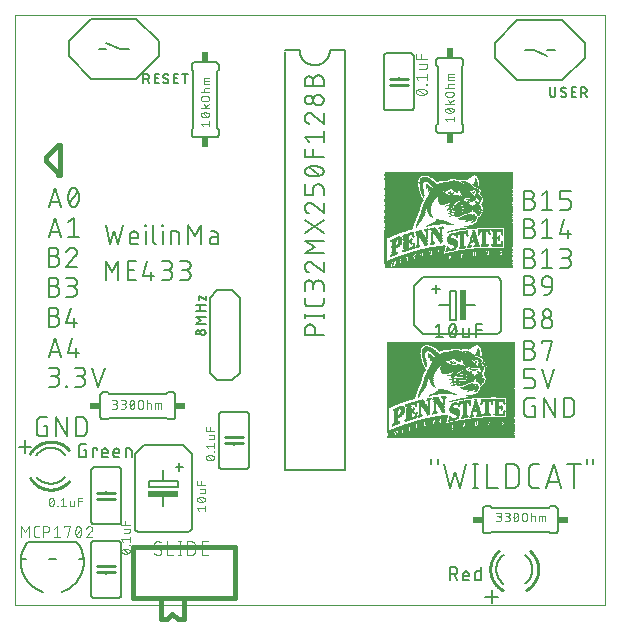
<source format=gto>
G75*
%MOIN*%
%OFA0B0*%
%FSLAX25Y25*%
%IPPOS*%
%LPD*%
%AMOC8*
5,1,8,0,0,1.08239X$1,22.5*
%
%ADD10C,0.00000*%
%ADD11C,0.00600*%
%ADD12C,0.01600*%
%ADD13C,0.00700*%
%ADD14R,0.42500X0.00050*%
%ADD15R,0.02200X0.00050*%
%ADD16R,0.40150X0.00050*%
%ADD17R,0.02250X0.00050*%
%ADD18R,0.40000X0.00050*%
%ADD19R,0.39900X0.00050*%
%ADD20R,0.39850X0.00050*%
%ADD21R,0.00250X0.00050*%
%ADD22R,0.39550X0.00050*%
%ADD23R,0.00200X0.00050*%
%ADD24R,0.39400X0.00050*%
%ADD25R,0.39300X0.00050*%
%ADD26R,0.39150X0.00050*%
%ADD27R,0.39050X0.00050*%
%ADD28R,0.39000X0.00050*%
%ADD29R,0.00150X0.00050*%
%ADD30R,0.00100X0.00050*%
%ADD31R,0.00050X0.00050*%
%ADD32R,0.01550X0.00050*%
%ADD33R,0.37350X0.00050*%
%ADD34R,0.37200X0.00050*%
%ADD35R,0.37100X0.00050*%
%ADD36R,0.01600X0.00050*%
%ADD37R,0.37000X0.00050*%
%ADD38R,0.00350X0.00050*%
%ADD39R,0.01800X0.00050*%
%ADD40R,0.36950X0.00050*%
%ADD41R,0.00500X0.00050*%
%ADD42R,0.00400X0.00050*%
%ADD43R,0.01300X0.00050*%
%ADD44R,0.00300X0.00050*%
%ADD45R,0.01150X0.00050*%
%ADD46R,0.01250X0.00050*%
%ADD47R,0.00450X0.00050*%
%ADD48R,0.01200X0.00050*%
%ADD49R,0.01700X0.00050*%
%ADD50R,0.35100X0.00050*%
%ADD51R,0.01400X0.00050*%
%ADD52R,0.34950X0.00050*%
%ADD53R,0.00600X0.00050*%
%ADD54R,0.01350X0.00050*%
%ADD55R,0.01750X0.00050*%
%ADD56R,0.34850X0.00050*%
%ADD57R,0.34800X0.00050*%
%ADD58R,0.01100X0.00050*%
%ADD59R,0.02750X0.00050*%
%ADD60R,0.02650X0.00050*%
%ADD61R,0.01650X0.00050*%
%ADD62R,0.13800X0.00050*%
%ADD63R,0.20950X0.00050*%
%ADD64R,0.02450X0.00050*%
%ADD65R,0.13750X0.00050*%
%ADD66R,0.20700X0.00050*%
%ADD67R,0.02300X0.00050*%
%ADD68R,0.20450X0.00050*%
%ADD69R,0.02350X0.00050*%
%ADD70R,0.20250X0.00050*%
%ADD71R,0.02050X0.00050*%
%ADD72R,0.01900X0.00050*%
%ADD73R,0.11750X0.00050*%
%ADD74R,0.01500X0.00050*%
%ADD75R,0.01850X0.00050*%
%ADD76R,0.11600X0.00050*%
%ADD77R,0.20650X0.00050*%
%ADD78R,0.11450X0.00050*%
%ADD79R,0.11400X0.00050*%
%ADD80R,0.00550X0.00050*%
%ADD81R,0.02950X0.00050*%
%ADD82R,0.03000X0.00050*%
%ADD83R,0.03600X0.00050*%
%ADD84R,0.17000X0.00050*%
%ADD85R,0.03550X0.00050*%
%ADD86R,0.16750X0.00050*%
%ADD87R,0.01950X0.00050*%
%ADD88R,0.16650X0.00050*%
%ADD89R,0.09550X0.00050*%
%ADD90R,0.16700X0.00050*%
%ADD91R,0.09400X0.00050*%
%ADD92R,0.09350X0.00050*%
%ADD93R,0.01450X0.00050*%
%ADD94R,0.08850X0.00050*%
%ADD95R,0.08650X0.00050*%
%ADD96R,0.08550X0.00050*%
%ADD97R,0.03700X0.00050*%
%ADD98R,0.12600X0.00050*%
%ADD99R,0.12350X0.00050*%
%ADD100R,0.12250X0.00050*%
%ADD101R,0.08500X0.00050*%
%ADD102R,0.12150X0.00050*%
%ADD103R,0.00750X0.00050*%
%ADD104R,0.03050X0.00050*%
%ADD105R,0.08600X0.00050*%
%ADD106R,0.03500X0.00050*%
%ADD107R,0.12100X0.00050*%
%ADD108R,0.00950X0.00050*%
%ADD109R,0.02550X0.00050*%
%ADD110R,0.06850X0.00050*%
%ADD111R,0.01000X0.00050*%
%ADD112R,0.04650X0.00050*%
%ADD113R,0.03150X0.00050*%
%ADD114R,0.04400X0.00050*%
%ADD115R,0.03900X0.00050*%
%ADD116R,0.02100X0.00050*%
%ADD117R,0.04600X0.00050*%
%ADD118R,0.05550X0.00050*%
%ADD119R,0.03100X0.00050*%
%ADD120R,0.03350X0.00050*%
%ADD121R,0.03750X0.00050*%
%ADD122R,0.02150X0.00050*%
%ADD123R,0.04000X0.00050*%
%ADD124R,0.05300X0.00050*%
%ADD125R,0.03450X0.00050*%
%ADD126R,0.03650X0.00050*%
%ADD127R,0.05200X0.00050*%
%ADD128R,0.04950X0.00050*%
%ADD129R,0.04800X0.00050*%
%ADD130R,0.04700X0.00050*%
%ADD131R,0.04300X0.00050*%
%ADD132R,0.04200X0.00050*%
%ADD133R,0.03850X0.00050*%
%ADD134R,0.02800X0.00050*%
%ADD135R,0.02700X0.00050*%
%ADD136R,0.03250X0.00050*%
%ADD137R,0.06000X0.00050*%
%ADD138R,0.02000X0.00050*%
%ADD139R,0.05650X0.00050*%
%ADD140R,0.03800X0.00050*%
%ADD141R,0.05500X0.00050*%
%ADD142R,0.04050X0.00050*%
%ADD143R,0.05250X0.00050*%
%ADD144R,0.04150X0.00050*%
%ADD145R,0.04550X0.00050*%
%ADD146R,0.04100X0.00050*%
%ADD147R,0.03200X0.00050*%
%ADD148R,0.00850X0.00050*%
%ADD149R,0.03400X0.00050*%
%ADD150R,0.07100X0.00050*%
%ADD151R,0.06700X0.00050*%
%ADD152R,0.02500X0.00050*%
%ADD153R,0.06550X0.00050*%
%ADD154R,0.05750X0.00050*%
%ADD155R,0.03950X0.00050*%
%ADD156R,0.02400X0.00050*%
%ADD157R,0.01050X0.00050*%
%ADD158R,0.06200X0.00050*%
%ADD159R,0.07650X0.00050*%
%ADD160R,0.13400X0.00050*%
%ADD161R,0.13050X0.00050*%
%ADD162R,0.03300X0.00050*%
%ADD163R,0.12000X0.00050*%
%ADD164R,0.11050X0.00050*%
%ADD165R,0.02850X0.00050*%
%ADD166R,0.09050X0.00050*%
%ADD167R,0.05850X0.00050*%
%ADD168R,0.00900X0.00050*%
%ADD169R,0.00650X0.00050*%
%ADD170R,0.00800X0.00050*%
%ADD171R,0.00700X0.00050*%
%ADD172R,0.02600X0.00050*%
%ADD173R,0.02900X0.00050*%
%ADD174R,0.04350X0.00050*%
%ADD175R,0.04750X0.00050*%
%ADD176R,0.05050X0.00050*%
%ADD177R,0.05350X0.00050*%
%ADD178R,0.05450X0.00050*%
%ADD179R,0.05600X0.00050*%
%ADD180R,0.05800X0.00050*%
%ADD181R,0.05900X0.00050*%
%ADD182R,0.06350X0.00050*%
%ADD183R,0.06150X0.00050*%
%ADD184R,0.06500X0.00050*%
%ADD185R,0.06650X0.00050*%
%ADD186R,0.06800X0.00050*%
%ADD187R,0.07300X0.00050*%
%ADD188R,0.07450X0.00050*%
%ADD189R,0.07550X0.00050*%
%ADD190R,0.07800X0.00050*%
%ADD191R,0.08150X0.00050*%
%ADD192R,0.08250X0.00050*%
%ADD193R,0.08950X0.00050*%
%ADD194R,0.08900X0.00050*%
%ADD195R,0.09000X0.00050*%
%ADD196R,0.09100X0.00050*%
%ADD197R,0.09200X0.00050*%
%ADD198R,0.09250X0.00050*%
%ADD199R,0.09150X0.00050*%
%ADD200R,0.05950X0.00050*%
%ADD201R,0.06450X0.00050*%
%ADD202R,0.09500X0.00050*%
%ADD203R,0.13300X0.00050*%
%ADD204R,0.13200X0.00050*%
%ADD205R,0.13000X0.00050*%
%ADD206R,0.09300X0.00050*%
%ADD207R,0.12950X0.00050*%
%ADD208R,0.12800X0.00050*%
%ADD209R,0.12550X0.00050*%
%ADD210R,0.12400X0.00050*%
%ADD211R,0.12300X0.00050*%
%ADD212R,0.12050X0.00050*%
%ADD213R,0.11950X0.00050*%
%ADD214R,0.12200X0.00050*%
%ADD215R,0.09450X0.00050*%
%ADD216R,0.11800X0.00050*%
%ADD217R,0.11900X0.00050*%
%ADD218R,0.11700X0.00050*%
%ADD219R,0.11650X0.00050*%
%ADD220R,0.11500X0.00050*%
%ADD221R,0.11550X0.00050*%
%ADD222R,0.09650X0.00050*%
%ADD223R,0.11350X0.00050*%
%ADD224R,0.09700X0.00050*%
%ADD225R,0.11300X0.00050*%
%ADD226R,0.09600X0.00050*%
%ADD227R,0.11250X0.00050*%
%ADD228R,0.09750X0.00050*%
%ADD229R,0.11150X0.00050*%
%ADD230R,0.09850X0.00050*%
%ADD231R,0.11200X0.00050*%
%ADD232R,0.09800X0.00050*%
%ADD233R,0.11100X0.00050*%
%ADD234R,0.09950X0.00050*%
%ADD235R,0.09900X0.00050*%
%ADD236R,0.11000X0.00050*%
%ADD237R,0.10050X0.00050*%
%ADD238R,0.10950X0.00050*%
%ADD239R,0.10900X0.00050*%
%ADD240R,0.10150X0.00050*%
%ADD241R,0.10000X0.00050*%
%ADD242R,0.10100X0.00050*%
%ADD243R,0.10350X0.00050*%
%ADD244R,0.10850X0.00050*%
%ADD245R,0.10700X0.00050*%
%ADD246R,0.10200X0.00050*%
%ADD247R,0.10800X0.00050*%
%ADD248R,0.10600X0.00050*%
%ADD249R,0.10250X0.00050*%
%ADD250R,0.10300X0.00050*%
%ADD251R,0.10500X0.00050*%
%ADD252R,0.10400X0.00050*%
%ADD253R,0.10550X0.00050*%
%ADD254R,0.10450X0.00050*%
%ADD255R,0.10650X0.00050*%
%ADD256R,0.10750X0.00050*%
%ADD257R,0.04500X0.00050*%
%ADD258R,0.04850X0.00050*%
%ADD259R,0.06050X0.00050*%
%ADD260R,0.04450X0.00050*%
%ADD261R,0.11850X0.00050*%
%ADD262R,0.12700X0.00050*%
%ADD263R,0.12450X0.00050*%
%ADD264R,0.06300X0.00050*%
%ADD265R,0.06100X0.00050*%
%ADD266R,0.05000X0.00050*%
%ADD267R,0.05700X0.00050*%
%ADD268R,0.05100X0.00050*%
%ADD269R,0.04900X0.00050*%
%ADD270R,0.05400X0.00050*%
%ADD271R,0.12850X0.00050*%
%ADD272R,0.13450X0.00050*%
%ADD273R,0.14000X0.00050*%
%ADD274R,0.14350X0.00050*%
%ADD275R,0.14800X0.00050*%
%ADD276R,0.14750X0.00050*%
%ADD277R,0.12500X0.00050*%
%ADD278R,0.15150X0.00050*%
%ADD279R,0.15350X0.00050*%
%ADD280R,0.12650X0.00050*%
%ADD281R,0.15600X0.00050*%
%ADD282R,0.16100X0.00050*%
%ADD283R,0.29700X0.00050*%
%ADD284R,0.30100X0.00050*%
%ADD285C,0.01000*%
%ADD286C,0.00400*%
%ADD287C,0.00300*%
%ADD288R,0.02000X0.10000*%
%ADD289C,0.00500*%
%ADD290R,0.10000X0.02000*%
%ADD291R,0.03400X0.02400*%
%ADD292R,0.02400X0.03400*%
%ADD293C,0.00800*%
D10*
X0002333Y0006548D02*
X0002333Y0203398D01*
X0199184Y0203398D01*
X0199184Y0006548D01*
X0002333Y0006548D01*
D11*
X0027833Y0010048D02*
X0027833Y0027048D01*
X0027835Y0027108D01*
X0027840Y0027169D01*
X0027849Y0027228D01*
X0027862Y0027287D01*
X0027878Y0027346D01*
X0027898Y0027403D01*
X0027921Y0027458D01*
X0027948Y0027513D01*
X0027977Y0027565D01*
X0028010Y0027616D01*
X0028046Y0027665D01*
X0028084Y0027711D01*
X0028126Y0027755D01*
X0028170Y0027797D01*
X0028216Y0027835D01*
X0028265Y0027871D01*
X0028316Y0027904D01*
X0028368Y0027933D01*
X0028423Y0027960D01*
X0028478Y0027983D01*
X0028535Y0028003D01*
X0028594Y0028019D01*
X0028653Y0028032D01*
X0028712Y0028041D01*
X0028773Y0028046D01*
X0028833Y0028048D01*
X0036833Y0028048D01*
X0036893Y0028046D01*
X0036954Y0028041D01*
X0037013Y0028032D01*
X0037072Y0028019D01*
X0037131Y0028003D01*
X0037188Y0027983D01*
X0037243Y0027960D01*
X0037298Y0027933D01*
X0037350Y0027904D01*
X0037401Y0027871D01*
X0037450Y0027835D01*
X0037496Y0027797D01*
X0037540Y0027755D01*
X0037582Y0027711D01*
X0037620Y0027665D01*
X0037656Y0027616D01*
X0037689Y0027565D01*
X0037718Y0027513D01*
X0037745Y0027458D01*
X0037768Y0027403D01*
X0037788Y0027346D01*
X0037804Y0027287D01*
X0037817Y0027228D01*
X0037826Y0027169D01*
X0037831Y0027108D01*
X0037833Y0027048D01*
X0037833Y0010048D01*
X0037831Y0009988D01*
X0037826Y0009927D01*
X0037817Y0009868D01*
X0037804Y0009809D01*
X0037788Y0009750D01*
X0037768Y0009693D01*
X0037745Y0009638D01*
X0037718Y0009583D01*
X0037689Y0009531D01*
X0037656Y0009480D01*
X0037620Y0009431D01*
X0037582Y0009385D01*
X0037540Y0009341D01*
X0037496Y0009299D01*
X0037450Y0009261D01*
X0037401Y0009225D01*
X0037350Y0009192D01*
X0037298Y0009163D01*
X0037243Y0009136D01*
X0037188Y0009113D01*
X0037131Y0009093D01*
X0037072Y0009077D01*
X0037013Y0009064D01*
X0036954Y0009055D01*
X0036893Y0009050D01*
X0036833Y0009048D01*
X0028833Y0009048D01*
X0028773Y0009050D01*
X0028712Y0009055D01*
X0028653Y0009064D01*
X0028594Y0009077D01*
X0028535Y0009093D01*
X0028478Y0009113D01*
X0028423Y0009136D01*
X0028368Y0009163D01*
X0028316Y0009192D01*
X0028265Y0009225D01*
X0028216Y0009261D01*
X0028170Y0009299D01*
X0028126Y0009341D01*
X0028084Y0009385D01*
X0028046Y0009431D01*
X0028010Y0009480D01*
X0027977Y0009531D01*
X0027948Y0009583D01*
X0027921Y0009638D01*
X0027898Y0009693D01*
X0027878Y0009750D01*
X0027862Y0009809D01*
X0027849Y0009868D01*
X0027840Y0009927D01*
X0027835Y0009988D01*
X0027833Y0010048D01*
X0032833Y0017048D02*
X0032833Y0017548D01*
X0032833Y0019548D02*
X0032833Y0020048D01*
X0043833Y0031048D02*
X0059833Y0031048D01*
X0059909Y0031050D01*
X0059985Y0031056D01*
X0060060Y0031065D01*
X0060135Y0031079D01*
X0060209Y0031096D01*
X0060282Y0031117D01*
X0060354Y0031141D01*
X0060425Y0031170D01*
X0060494Y0031201D01*
X0060561Y0031236D01*
X0060626Y0031275D01*
X0060690Y0031317D01*
X0060751Y0031362D01*
X0060810Y0031410D01*
X0060866Y0031461D01*
X0060920Y0031515D01*
X0060971Y0031571D01*
X0061019Y0031630D01*
X0061064Y0031691D01*
X0061106Y0031755D01*
X0061145Y0031820D01*
X0061180Y0031887D01*
X0061211Y0031956D01*
X0061240Y0032027D01*
X0061264Y0032099D01*
X0061285Y0032172D01*
X0061302Y0032246D01*
X0061316Y0032321D01*
X0061325Y0032396D01*
X0061331Y0032472D01*
X0061333Y0032548D01*
X0061333Y0057048D01*
X0058333Y0060048D01*
X0045333Y0060048D01*
X0042333Y0057048D01*
X0042333Y0032548D01*
X0042335Y0032472D01*
X0042341Y0032396D01*
X0042350Y0032321D01*
X0042364Y0032246D01*
X0042381Y0032172D01*
X0042402Y0032099D01*
X0042426Y0032027D01*
X0042455Y0031956D01*
X0042486Y0031887D01*
X0042521Y0031820D01*
X0042560Y0031755D01*
X0042602Y0031691D01*
X0042647Y0031630D01*
X0042695Y0031571D01*
X0042746Y0031515D01*
X0042800Y0031461D01*
X0042856Y0031410D01*
X0042915Y0031362D01*
X0042976Y0031317D01*
X0043040Y0031275D01*
X0043105Y0031236D01*
X0043172Y0031201D01*
X0043241Y0031170D01*
X0043312Y0031141D01*
X0043384Y0031117D01*
X0043457Y0031096D01*
X0043531Y0031079D01*
X0043606Y0031065D01*
X0043681Y0031056D01*
X0043757Y0031050D01*
X0043833Y0031048D01*
X0037833Y0034548D02*
X0037833Y0051548D01*
X0037831Y0051608D01*
X0037826Y0051669D01*
X0037817Y0051728D01*
X0037804Y0051787D01*
X0037788Y0051846D01*
X0037768Y0051903D01*
X0037745Y0051958D01*
X0037718Y0052013D01*
X0037689Y0052065D01*
X0037656Y0052116D01*
X0037620Y0052165D01*
X0037582Y0052211D01*
X0037540Y0052255D01*
X0037496Y0052297D01*
X0037450Y0052335D01*
X0037401Y0052371D01*
X0037350Y0052404D01*
X0037298Y0052433D01*
X0037243Y0052460D01*
X0037188Y0052483D01*
X0037131Y0052503D01*
X0037072Y0052519D01*
X0037013Y0052532D01*
X0036954Y0052541D01*
X0036893Y0052546D01*
X0036833Y0052548D01*
X0028833Y0052548D01*
X0028773Y0052546D01*
X0028712Y0052541D01*
X0028653Y0052532D01*
X0028594Y0052519D01*
X0028535Y0052503D01*
X0028478Y0052483D01*
X0028423Y0052460D01*
X0028368Y0052433D01*
X0028316Y0052404D01*
X0028265Y0052371D01*
X0028216Y0052335D01*
X0028170Y0052297D01*
X0028126Y0052255D01*
X0028084Y0052211D01*
X0028046Y0052165D01*
X0028010Y0052116D01*
X0027977Y0052065D01*
X0027948Y0052013D01*
X0027921Y0051958D01*
X0027898Y0051903D01*
X0027878Y0051846D01*
X0027862Y0051787D01*
X0027849Y0051728D01*
X0027840Y0051669D01*
X0027835Y0051608D01*
X0027833Y0051548D01*
X0027833Y0034548D01*
X0027835Y0034488D01*
X0027840Y0034427D01*
X0027849Y0034368D01*
X0027862Y0034309D01*
X0027878Y0034250D01*
X0027898Y0034193D01*
X0027921Y0034138D01*
X0027948Y0034083D01*
X0027977Y0034031D01*
X0028010Y0033980D01*
X0028046Y0033931D01*
X0028084Y0033885D01*
X0028126Y0033841D01*
X0028170Y0033799D01*
X0028216Y0033761D01*
X0028265Y0033725D01*
X0028316Y0033692D01*
X0028368Y0033663D01*
X0028423Y0033636D01*
X0028478Y0033613D01*
X0028535Y0033593D01*
X0028594Y0033577D01*
X0028653Y0033564D01*
X0028712Y0033555D01*
X0028773Y0033550D01*
X0028833Y0033548D01*
X0036833Y0033548D01*
X0036893Y0033550D01*
X0036954Y0033555D01*
X0037013Y0033564D01*
X0037072Y0033577D01*
X0037131Y0033593D01*
X0037188Y0033613D01*
X0037243Y0033636D01*
X0037298Y0033663D01*
X0037350Y0033692D01*
X0037401Y0033725D01*
X0037450Y0033761D01*
X0037496Y0033799D01*
X0037540Y0033841D01*
X0037582Y0033885D01*
X0037620Y0033931D01*
X0037656Y0033980D01*
X0037689Y0034031D01*
X0037718Y0034083D01*
X0037745Y0034138D01*
X0037768Y0034193D01*
X0037788Y0034250D01*
X0037804Y0034309D01*
X0037817Y0034368D01*
X0037826Y0034427D01*
X0037831Y0034488D01*
X0037833Y0034548D01*
X0032833Y0041548D02*
X0032833Y0042048D01*
X0032833Y0044048D02*
X0032833Y0044548D01*
X0047033Y0046048D02*
X0056633Y0046048D01*
X0056633Y0048048D01*
X0051833Y0048048D01*
X0047033Y0048048D01*
X0047033Y0046048D01*
X0051833Y0048048D02*
X0051833Y0051548D01*
X0055933Y0052548D02*
X0058433Y0052548D01*
X0057233Y0051248D02*
X0057233Y0053848D01*
X0051833Y0043048D02*
X0051833Y0039548D01*
X0070333Y0053048D02*
X0070333Y0070048D01*
X0070335Y0070108D01*
X0070340Y0070169D01*
X0070349Y0070228D01*
X0070362Y0070287D01*
X0070378Y0070346D01*
X0070398Y0070403D01*
X0070421Y0070458D01*
X0070448Y0070513D01*
X0070477Y0070565D01*
X0070510Y0070616D01*
X0070546Y0070665D01*
X0070584Y0070711D01*
X0070626Y0070755D01*
X0070670Y0070797D01*
X0070716Y0070835D01*
X0070765Y0070871D01*
X0070816Y0070904D01*
X0070868Y0070933D01*
X0070923Y0070960D01*
X0070978Y0070983D01*
X0071035Y0071003D01*
X0071094Y0071019D01*
X0071153Y0071032D01*
X0071212Y0071041D01*
X0071273Y0071046D01*
X0071333Y0071048D01*
X0079333Y0071048D01*
X0079393Y0071046D01*
X0079454Y0071041D01*
X0079513Y0071032D01*
X0079572Y0071019D01*
X0079631Y0071003D01*
X0079688Y0070983D01*
X0079743Y0070960D01*
X0079798Y0070933D01*
X0079850Y0070904D01*
X0079901Y0070871D01*
X0079950Y0070835D01*
X0079996Y0070797D01*
X0080040Y0070755D01*
X0080082Y0070711D01*
X0080120Y0070665D01*
X0080156Y0070616D01*
X0080189Y0070565D01*
X0080218Y0070513D01*
X0080245Y0070458D01*
X0080268Y0070403D01*
X0080288Y0070346D01*
X0080304Y0070287D01*
X0080317Y0070228D01*
X0080326Y0070169D01*
X0080331Y0070108D01*
X0080333Y0070048D01*
X0080333Y0053048D01*
X0080331Y0052988D01*
X0080326Y0052927D01*
X0080317Y0052868D01*
X0080304Y0052809D01*
X0080288Y0052750D01*
X0080268Y0052693D01*
X0080245Y0052638D01*
X0080218Y0052583D01*
X0080189Y0052531D01*
X0080156Y0052480D01*
X0080120Y0052431D01*
X0080082Y0052385D01*
X0080040Y0052341D01*
X0079996Y0052299D01*
X0079950Y0052261D01*
X0079901Y0052225D01*
X0079850Y0052192D01*
X0079798Y0052163D01*
X0079743Y0052136D01*
X0079688Y0052113D01*
X0079631Y0052093D01*
X0079572Y0052077D01*
X0079513Y0052064D01*
X0079454Y0052055D01*
X0079393Y0052050D01*
X0079333Y0052048D01*
X0071333Y0052048D01*
X0071273Y0052050D01*
X0071212Y0052055D01*
X0071153Y0052064D01*
X0071094Y0052077D01*
X0071035Y0052093D01*
X0070978Y0052113D01*
X0070923Y0052136D01*
X0070868Y0052163D01*
X0070816Y0052192D01*
X0070765Y0052225D01*
X0070716Y0052261D01*
X0070670Y0052299D01*
X0070626Y0052341D01*
X0070584Y0052385D01*
X0070546Y0052431D01*
X0070510Y0052480D01*
X0070477Y0052531D01*
X0070448Y0052583D01*
X0070421Y0052638D01*
X0070398Y0052693D01*
X0070378Y0052750D01*
X0070362Y0052809D01*
X0070349Y0052868D01*
X0070340Y0052927D01*
X0070335Y0052988D01*
X0070333Y0053048D01*
X0075333Y0060048D02*
X0075333Y0060548D01*
X0075333Y0062548D02*
X0075333Y0063048D01*
X0092333Y0051548D02*
X0092333Y0191048D01*
X0092333Y0191548D02*
X0097333Y0191548D01*
X0097335Y0191408D01*
X0097341Y0191268D01*
X0097351Y0191128D01*
X0097364Y0190988D01*
X0097382Y0190849D01*
X0097404Y0190710D01*
X0097429Y0190573D01*
X0097458Y0190435D01*
X0097491Y0190299D01*
X0097528Y0190164D01*
X0097569Y0190030D01*
X0097614Y0189897D01*
X0097662Y0189765D01*
X0097714Y0189635D01*
X0097769Y0189506D01*
X0097828Y0189379D01*
X0097891Y0189253D01*
X0097957Y0189129D01*
X0098026Y0189008D01*
X0098099Y0188888D01*
X0098176Y0188770D01*
X0098255Y0188655D01*
X0098338Y0188541D01*
X0098424Y0188431D01*
X0098513Y0188322D01*
X0098605Y0188216D01*
X0098700Y0188113D01*
X0098797Y0188012D01*
X0098898Y0187915D01*
X0099001Y0187820D01*
X0099107Y0187728D01*
X0099216Y0187639D01*
X0099326Y0187553D01*
X0099440Y0187470D01*
X0099555Y0187391D01*
X0099673Y0187314D01*
X0099793Y0187241D01*
X0099914Y0187172D01*
X0100038Y0187106D01*
X0100164Y0187043D01*
X0100291Y0186984D01*
X0100420Y0186929D01*
X0100550Y0186877D01*
X0100682Y0186829D01*
X0100815Y0186784D01*
X0100949Y0186743D01*
X0101084Y0186706D01*
X0101220Y0186673D01*
X0101358Y0186644D01*
X0101495Y0186619D01*
X0101634Y0186597D01*
X0101773Y0186579D01*
X0101913Y0186566D01*
X0102053Y0186556D01*
X0102193Y0186550D01*
X0102333Y0186548D01*
X0102473Y0186550D01*
X0102613Y0186556D01*
X0102753Y0186566D01*
X0102893Y0186579D01*
X0103032Y0186597D01*
X0103171Y0186619D01*
X0103308Y0186644D01*
X0103446Y0186673D01*
X0103582Y0186706D01*
X0103717Y0186743D01*
X0103851Y0186784D01*
X0103984Y0186829D01*
X0104116Y0186877D01*
X0104246Y0186929D01*
X0104375Y0186984D01*
X0104502Y0187043D01*
X0104628Y0187106D01*
X0104752Y0187172D01*
X0104873Y0187241D01*
X0104993Y0187314D01*
X0105111Y0187391D01*
X0105226Y0187470D01*
X0105340Y0187553D01*
X0105450Y0187639D01*
X0105559Y0187728D01*
X0105665Y0187820D01*
X0105768Y0187915D01*
X0105869Y0188012D01*
X0105966Y0188113D01*
X0106061Y0188216D01*
X0106153Y0188322D01*
X0106242Y0188431D01*
X0106328Y0188541D01*
X0106411Y0188655D01*
X0106490Y0188770D01*
X0106567Y0188888D01*
X0106640Y0189008D01*
X0106709Y0189129D01*
X0106775Y0189253D01*
X0106838Y0189379D01*
X0106897Y0189506D01*
X0106952Y0189635D01*
X0107004Y0189765D01*
X0107052Y0189897D01*
X0107097Y0190030D01*
X0107138Y0190164D01*
X0107175Y0190299D01*
X0107208Y0190435D01*
X0107237Y0190573D01*
X0107262Y0190710D01*
X0107284Y0190849D01*
X0107302Y0190988D01*
X0107315Y0191128D01*
X0107325Y0191268D01*
X0107331Y0191408D01*
X0107333Y0191548D01*
X0112333Y0191548D01*
X0112333Y0051548D01*
X0092333Y0051548D01*
X0055833Y0069548D02*
X0055833Y0076548D01*
X0055831Y0076608D01*
X0055826Y0076669D01*
X0055817Y0076728D01*
X0055804Y0076787D01*
X0055788Y0076846D01*
X0055768Y0076903D01*
X0055745Y0076958D01*
X0055718Y0077013D01*
X0055689Y0077065D01*
X0055656Y0077116D01*
X0055620Y0077165D01*
X0055582Y0077211D01*
X0055540Y0077255D01*
X0055496Y0077297D01*
X0055450Y0077335D01*
X0055401Y0077371D01*
X0055350Y0077404D01*
X0055298Y0077433D01*
X0055243Y0077460D01*
X0055188Y0077483D01*
X0055131Y0077503D01*
X0055072Y0077519D01*
X0055013Y0077532D01*
X0054954Y0077541D01*
X0054893Y0077546D01*
X0054833Y0077548D01*
X0053333Y0077548D01*
X0052833Y0077048D01*
X0033833Y0077048D01*
X0033333Y0077548D01*
X0031833Y0077548D01*
X0031773Y0077546D01*
X0031712Y0077541D01*
X0031653Y0077532D01*
X0031594Y0077519D01*
X0031535Y0077503D01*
X0031478Y0077483D01*
X0031423Y0077460D01*
X0031368Y0077433D01*
X0031316Y0077404D01*
X0031265Y0077371D01*
X0031216Y0077335D01*
X0031170Y0077297D01*
X0031126Y0077255D01*
X0031084Y0077211D01*
X0031046Y0077165D01*
X0031010Y0077116D01*
X0030977Y0077065D01*
X0030948Y0077013D01*
X0030921Y0076958D01*
X0030898Y0076903D01*
X0030878Y0076846D01*
X0030862Y0076787D01*
X0030849Y0076728D01*
X0030840Y0076669D01*
X0030835Y0076608D01*
X0030833Y0076548D01*
X0030833Y0069548D01*
X0030835Y0069488D01*
X0030840Y0069427D01*
X0030849Y0069368D01*
X0030862Y0069309D01*
X0030878Y0069250D01*
X0030898Y0069193D01*
X0030921Y0069138D01*
X0030948Y0069083D01*
X0030977Y0069031D01*
X0031010Y0068980D01*
X0031046Y0068931D01*
X0031084Y0068885D01*
X0031126Y0068841D01*
X0031170Y0068799D01*
X0031216Y0068761D01*
X0031265Y0068725D01*
X0031316Y0068692D01*
X0031368Y0068663D01*
X0031423Y0068636D01*
X0031478Y0068613D01*
X0031535Y0068593D01*
X0031594Y0068577D01*
X0031653Y0068564D01*
X0031712Y0068555D01*
X0031773Y0068550D01*
X0031833Y0068548D01*
X0033333Y0068548D01*
X0033833Y0069048D01*
X0052833Y0069048D01*
X0053333Y0068548D01*
X0054833Y0068548D01*
X0054893Y0068550D01*
X0054954Y0068555D01*
X0055013Y0068564D01*
X0055072Y0068577D01*
X0055131Y0068593D01*
X0055188Y0068613D01*
X0055243Y0068636D01*
X0055298Y0068663D01*
X0055350Y0068692D01*
X0055401Y0068725D01*
X0055450Y0068761D01*
X0055496Y0068799D01*
X0055540Y0068841D01*
X0055582Y0068885D01*
X0055620Y0068931D01*
X0055656Y0068980D01*
X0055689Y0069031D01*
X0055718Y0069083D01*
X0055745Y0069138D01*
X0055768Y0069193D01*
X0055788Y0069250D01*
X0055804Y0069309D01*
X0055817Y0069368D01*
X0055826Y0069427D01*
X0055831Y0069488D01*
X0055833Y0069548D01*
X0030181Y0079348D02*
X0032314Y0085748D01*
X0028047Y0085748D02*
X0030181Y0079348D01*
X0024027Y0079348D02*
X0022249Y0079348D01*
X0024027Y0079348D02*
X0024110Y0079350D01*
X0024193Y0079356D01*
X0024276Y0079366D01*
X0024359Y0079379D01*
X0024440Y0079397D01*
X0024521Y0079418D01*
X0024600Y0079443D01*
X0024678Y0079472D01*
X0024755Y0079504D01*
X0024830Y0079540D01*
X0024904Y0079579D01*
X0024975Y0079622D01*
X0025045Y0079668D01*
X0025112Y0079718D01*
X0025177Y0079770D01*
X0025239Y0079825D01*
X0025299Y0079884D01*
X0025356Y0079945D01*
X0025410Y0080008D01*
X0025461Y0080074D01*
X0025508Y0080143D01*
X0025553Y0080213D01*
X0025594Y0080286D01*
X0025631Y0080360D01*
X0025666Y0080436D01*
X0025696Y0080514D01*
X0025723Y0080592D01*
X0025746Y0080673D01*
X0025766Y0080754D01*
X0025781Y0080836D01*
X0025793Y0080918D01*
X0025801Y0081001D01*
X0025805Y0081084D01*
X0025805Y0081168D01*
X0025801Y0081251D01*
X0025793Y0081334D01*
X0025781Y0081416D01*
X0025766Y0081498D01*
X0025746Y0081579D01*
X0025723Y0081660D01*
X0025696Y0081738D01*
X0025666Y0081816D01*
X0025631Y0081892D01*
X0025594Y0081966D01*
X0025553Y0082039D01*
X0025508Y0082109D01*
X0025461Y0082178D01*
X0025410Y0082244D01*
X0025356Y0082307D01*
X0025299Y0082368D01*
X0025239Y0082427D01*
X0025177Y0082482D01*
X0025112Y0082534D01*
X0025045Y0082584D01*
X0024975Y0082630D01*
X0024904Y0082673D01*
X0024830Y0082712D01*
X0024755Y0082748D01*
X0024678Y0082780D01*
X0024600Y0082809D01*
X0024521Y0082834D01*
X0024440Y0082855D01*
X0024359Y0082873D01*
X0024276Y0082886D01*
X0024193Y0082896D01*
X0024110Y0082902D01*
X0024027Y0082904D01*
X0024382Y0082904D02*
X0022960Y0082904D01*
X0024382Y0082904D02*
X0024456Y0082906D01*
X0024531Y0082912D01*
X0024604Y0082922D01*
X0024678Y0082935D01*
X0024750Y0082952D01*
X0024821Y0082974D01*
X0024892Y0082998D01*
X0024960Y0083027D01*
X0025028Y0083059D01*
X0025093Y0083095D01*
X0025156Y0083133D01*
X0025218Y0083176D01*
X0025277Y0083221D01*
X0025334Y0083269D01*
X0025388Y0083320D01*
X0025439Y0083374D01*
X0025487Y0083431D01*
X0025532Y0083490D01*
X0025575Y0083552D01*
X0025613Y0083615D01*
X0025649Y0083680D01*
X0025681Y0083748D01*
X0025710Y0083816D01*
X0025734Y0083887D01*
X0025756Y0083958D01*
X0025773Y0084030D01*
X0025786Y0084104D01*
X0025796Y0084177D01*
X0025802Y0084252D01*
X0025804Y0084326D01*
X0025802Y0084400D01*
X0025796Y0084475D01*
X0025786Y0084548D01*
X0025773Y0084622D01*
X0025756Y0084694D01*
X0025734Y0084765D01*
X0025710Y0084836D01*
X0025681Y0084904D01*
X0025649Y0084972D01*
X0025613Y0085037D01*
X0025575Y0085100D01*
X0025532Y0085162D01*
X0025487Y0085221D01*
X0025439Y0085278D01*
X0025388Y0085332D01*
X0025334Y0085383D01*
X0025277Y0085431D01*
X0025218Y0085476D01*
X0025156Y0085519D01*
X0025093Y0085557D01*
X0025028Y0085593D01*
X0024960Y0085625D01*
X0024892Y0085654D01*
X0024821Y0085678D01*
X0024750Y0085700D01*
X0024678Y0085717D01*
X0024604Y0085730D01*
X0024531Y0085740D01*
X0024456Y0085746D01*
X0024382Y0085748D01*
X0022249Y0085748D01*
X0022632Y0089348D02*
X0022632Y0092192D01*
X0023698Y0090770D02*
X0020143Y0090770D01*
X0021565Y0095748D01*
X0021988Y0099348D02*
X0021988Y0102192D01*
X0023055Y0100770D02*
X0019499Y0100770D01*
X0020921Y0105748D01*
X0021277Y0109348D02*
X0019499Y0109348D01*
X0021277Y0109348D02*
X0021360Y0109350D01*
X0021443Y0109356D01*
X0021526Y0109366D01*
X0021609Y0109379D01*
X0021690Y0109397D01*
X0021771Y0109418D01*
X0021850Y0109443D01*
X0021928Y0109472D01*
X0022005Y0109504D01*
X0022080Y0109540D01*
X0022154Y0109579D01*
X0022225Y0109622D01*
X0022295Y0109668D01*
X0022362Y0109718D01*
X0022427Y0109770D01*
X0022489Y0109825D01*
X0022549Y0109884D01*
X0022606Y0109945D01*
X0022660Y0110008D01*
X0022711Y0110074D01*
X0022758Y0110143D01*
X0022803Y0110213D01*
X0022844Y0110286D01*
X0022881Y0110360D01*
X0022916Y0110436D01*
X0022946Y0110514D01*
X0022973Y0110592D01*
X0022996Y0110673D01*
X0023016Y0110754D01*
X0023031Y0110836D01*
X0023043Y0110918D01*
X0023051Y0111001D01*
X0023055Y0111084D01*
X0023055Y0111168D01*
X0023051Y0111251D01*
X0023043Y0111334D01*
X0023031Y0111416D01*
X0023016Y0111498D01*
X0022996Y0111579D01*
X0022973Y0111660D01*
X0022946Y0111738D01*
X0022916Y0111816D01*
X0022881Y0111892D01*
X0022844Y0111966D01*
X0022803Y0112039D01*
X0022758Y0112109D01*
X0022711Y0112178D01*
X0022660Y0112244D01*
X0022606Y0112307D01*
X0022549Y0112368D01*
X0022489Y0112427D01*
X0022427Y0112482D01*
X0022362Y0112534D01*
X0022295Y0112584D01*
X0022225Y0112630D01*
X0022154Y0112673D01*
X0022080Y0112712D01*
X0022005Y0112748D01*
X0021928Y0112780D01*
X0021850Y0112809D01*
X0021771Y0112834D01*
X0021690Y0112855D01*
X0021609Y0112873D01*
X0021526Y0112886D01*
X0021443Y0112896D01*
X0021360Y0112902D01*
X0021277Y0112904D01*
X0021632Y0112904D02*
X0020210Y0112904D01*
X0021632Y0112904D02*
X0021706Y0112906D01*
X0021781Y0112912D01*
X0021854Y0112922D01*
X0021928Y0112935D01*
X0022000Y0112952D01*
X0022071Y0112974D01*
X0022142Y0112998D01*
X0022210Y0113027D01*
X0022278Y0113059D01*
X0022343Y0113095D01*
X0022406Y0113133D01*
X0022468Y0113176D01*
X0022527Y0113221D01*
X0022584Y0113269D01*
X0022638Y0113320D01*
X0022689Y0113374D01*
X0022737Y0113431D01*
X0022782Y0113490D01*
X0022825Y0113552D01*
X0022863Y0113615D01*
X0022899Y0113680D01*
X0022931Y0113748D01*
X0022960Y0113816D01*
X0022984Y0113887D01*
X0023006Y0113958D01*
X0023023Y0114030D01*
X0023036Y0114104D01*
X0023046Y0114177D01*
X0023052Y0114252D01*
X0023054Y0114326D01*
X0023052Y0114400D01*
X0023046Y0114475D01*
X0023036Y0114548D01*
X0023023Y0114622D01*
X0023006Y0114694D01*
X0022984Y0114765D01*
X0022960Y0114836D01*
X0022931Y0114904D01*
X0022899Y0114972D01*
X0022863Y0115037D01*
X0022825Y0115100D01*
X0022782Y0115162D01*
X0022737Y0115221D01*
X0022689Y0115278D01*
X0022638Y0115332D01*
X0022584Y0115383D01*
X0022527Y0115431D01*
X0022468Y0115476D01*
X0022406Y0115519D01*
X0022343Y0115557D01*
X0022278Y0115593D01*
X0022210Y0115625D01*
X0022142Y0115654D01*
X0022071Y0115678D01*
X0022000Y0115700D01*
X0021928Y0115717D01*
X0021854Y0115730D01*
X0021781Y0115740D01*
X0021706Y0115746D01*
X0021632Y0115748D01*
X0019499Y0115748D01*
X0019499Y0119348D02*
X0023055Y0119348D01*
X0019499Y0119348D02*
X0022521Y0122904D01*
X0021455Y0125748D02*
X0021366Y0125746D01*
X0021277Y0125740D01*
X0021188Y0125731D01*
X0021100Y0125717D01*
X0021013Y0125700D01*
X0020926Y0125679D01*
X0020840Y0125654D01*
X0020756Y0125626D01*
X0020673Y0125593D01*
X0020591Y0125558D01*
X0020511Y0125518D01*
X0020433Y0125476D01*
X0020356Y0125430D01*
X0020282Y0125381D01*
X0020210Y0125328D01*
X0020140Y0125273D01*
X0020073Y0125214D01*
X0020008Y0125153D01*
X0019946Y0125089D01*
X0019887Y0125022D01*
X0019831Y0124953D01*
X0019778Y0124881D01*
X0019728Y0124807D01*
X0019681Y0124731D01*
X0019638Y0124654D01*
X0019598Y0124574D01*
X0019561Y0124493D01*
X0019528Y0124410D01*
X0019499Y0124325D01*
X0022522Y0122903D02*
X0022579Y0122961D01*
X0022635Y0123022D01*
X0022687Y0123085D01*
X0022736Y0123150D01*
X0022782Y0123218D01*
X0022824Y0123288D01*
X0022864Y0123360D01*
X0022899Y0123433D01*
X0022932Y0123509D01*
X0022960Y0123585D01*
X0022985Y0123663D01*
X0023006Y0123742D01*
X0023024Y0123822D01*
X0023037Y0123903D01*
X0023047Y0123984D01*
X0023053Y0124066D01*
X0023055Y0124148D01*
X0023053Y0124227D01*
X0023047Y0124305D01*
X0023038Y0124383D01*
X0023024Y0124460D01*
X0023007Y0124537D01*
X0022986Y0124612D01*
X0022961Y0124687D01*
X0022933Y0124760D01*
X0022901Y0124832D01*
X0022866Y0124902D01*
X0022827Y0124971D01*
X0022785Y0125037D01*
X0022740Y0125101D01*
X0022692Y0125163D01*
X0022641Y0125222D01*
X0022586Y0125279D01*
X0022529Y0125334D01*
X0022470Y0125385D01*
X0022408Y0125433D01*
X0022344Y0125478D01*
X0022278Y0125520D01*
X0022209Y0125559D01*
X0022139Y0125594D01*
X0022067Y0125626D01*
X0021994Y0125654D01*
X0021919Y0125679D01*
X0021844Y0125700D01*
X0021767Y0125717D01*
X0021690Y0125731D01*
X0021612Y0125740D01*
X0021534Y0125746D01*
X0021455Y0125748D01*
X0021921Y0129348D02*
X0021921Y0135748D01*
X0020143Y0134326D01*
X0017367Y0130948D02*
X0014167Y0130948D01*
X0013633Y0129348D02*
X0015767Y0135748D01*
X0017900Y0129348D01*
X0020143Y0129348D02*
X0023698Y0129348D01*
X0015411Y0125748D02*
X0013633Y0125748D01*
X0013633Y0119348D01*
X0015411Y0119348D01*
X0015494Y0119350D01*
X0015577Y0119356D01*
X0015660Y0119366D01*
X0015743Y0119379D01*
X0015824Y0119397D01*
X0015905Y0119418D01*
X0015984Y0119443D01*
X0016062Y0119472D01*
X0016139Y0119504D01*
X0016214Y0119540D01*
X0016288Y0119579D01*
X0016359Y0119622D01*
X0016429Y0119668D01*
X0016496Y0119718D01*
X0016561Y0119770D01*
X0016623Y0119825D01*
X0016683Y0119884D01*
X0016740Y0119945D01*
X0016794Y0120008D01*
X0016845Y0120074D01*
X0016892Y0120143D01*
X0016937Y0120213D01*
X0016978Y0120286D01*
X0017015Y0120360D01*
X0017050Y0120436D01*
X0017080Y0120514D01*
X0017107Y0120592D01*
X0017130Y0120673D01*
X0017150Y0120754D01*
X0017165Y0120836D01*
X0017177Y0120918D01*
X0017185Y0121001D01*
X0017189Y0121084D01*
X0017189Y0121168D01*
X0017185Y0121251D01*
X0017177Y0121334D01*
X0017165Y0121416D01*
X0017150Y0121498D01*
X0017130Y0121579D01*
X0017107Y0121660D01*
X0017080Y0121738D01*
X0017050Y0121816D01*
X0017015Y0121892D01*
X0016978Y0121966D01*
X0016937Y0122039D01*
X0016892Y0122109D01*
X0016845Y0122178D01*
X0016794Y0122244D01*
X0016740Y0122307D01*
X0016683Y0122368D01*
X0016623Y0122427D01*
X0016561Y0122482D01*
X0016496Y0122534D01*
X0016429Y0122584D01*
X0016359Y0122630D01*
X0016288Y0122673D01*
X0016214Y0122712D01*
X0016139Y0122748D01*
X0016062Y0122780D01*
X0015984Y0122809D01*
X0015905Y0122834D01*
X0015824Y0122855D01*
X0015743Y0122873D01*
X0015660Y0122886D01*
X0015577Y0122896D01*
X0015494Y0122902D01*
X0015411Y0122904D01*
X0013633Y0122904D01*
X0015411Y0122904D02*
X0015485Y0122906D01*
X0015560Y0122912D01*
X0015633Y0122922D01*
X0015707Y0122935D01*
X0015779Y0122952D01*
X0015850Y0122974D01*
X0015921Y0122998D01*
X0015989Y0123027D01*
X0016057Y0123059D01*
X0016122Y0123095D01*
X0016185Y0123133D01*
X0016247Y0123176D01*
X0016306Y0123221D01*
X0016363Y0123269D01*
X0016417Y0123320D01*
X0016468Y0123374D01*
X0016516Y0123431D01*
X0016561Y0123490D01*
X0016604Y0123552D01*
X0016642Y0123615D01*
X0016678Y0123680D01*
X0016710Y0123748D01*
X0016739Y0123816D01*
X0016763Y0123887D01*
X0016785Y0123958D01*
X0016802Y0124030D01*
X0016815Y0124104D01*
X0016825Y0124177D01*
X0016831Y0124252D01*
X0016833Y0124326D01*
X0016831Y0124400D01*
X0016825Y0124475D01*
X0016815Y0124548D01*
X0016802Y0124622D01*
X0016785Y0124694D01*
X0016763Y0124765D01*
X0016739Y0124836D01*
X0016710Y0124904D01*
X0016678Y0124972D01*
X0016642Y0125037D01*
X0016604Y0125100D01*
X0016561Y0125162D01*
X0016516Y0125221D01*
X0016468Y0125278D01*
X0016417Y0125332D01*
X0016363Y0125383D01*
X0016306Y0125431D01*
X0016247Y0125476D01*
X0016185Y0125519D01*
X0016122Y0125557D01*
X0016057Y0125593D01*
X0015989Y0125625D01*
X0015921Y0125654D01*
X0015850Y0125678D01*
X0015779Y0125700D01*
X0015707Y0125717D01*
X0015633Y0125730D01*
X0015560Y0125740D01*
X0015485Y0125746D01*
X0015411Y0125748D01*
X0015411Y0115748D02*
X0013633Y0115748D01*
X0013633Y0109348D01*
X0015411Y0109348D01*
X0015494Y0109350D01*
X0015577Y0109356D01*
X0015660Y0109366D01*
X0015743Y0109379D01*
X0015824Y0109397D01*
X0015905Y0109418D01*
X0015984Y0109443D01*
X0016062Y0109472D01*
X0016139Y0109504D01*
X0016214Y0109540D01*
X0016288Y0109579D01*
X0016359Y0109622D01*
X0016429Y0109668D01*
X0016496Y0109718D01*
X0016561Y0109770D01*
X0016623Y0109825D01*
X0016683Y0109884D01*
X0016740Y0109945D01*
X0016794Y0110008D01*
X0016845Y0110074D01*
X0016892Y0110143D01*
X0016937Y0110213D01*
X0016978Y0110286D01*
X0017015Y0110360D01*
X0017050Y0110436D01*
X0017080Y0110514D01*
X0017107Y0110592D01*
X0017130Y0110673D01*
X0017150Y0110754D01*
X0017165Y0110836D01*
X0017177Y0110918D01*
X0017185Y0111001D01*
X0017189Y0111084D01*
X0017189Y0111168D01*
X0017185Y0111251D01*
X0017177Y0111334D01*
X0017165Y0111416D01*
X0017150Y0111498D01*
X0017130Y0111579D01*
X0017107Y0111660D01*
X0017080Y0111738D01*
X0017050Y0111816D01*
X0017015Y0111892D01*
X0016978Y0111966D01*
X0016937Y0112039D01*
X0016892Y0112109D01*
X0016845Y0112178D01*
X0016794Y0112244D01*
X0016740Y0112307D01*
X0016683Y0112368D01*
X0016623Y0112427D01*
X0016561Y0112482D01*
X0016496Y0112534D01*
X0016429Y0112584D01*
X0016359Y0112630D01*
X0016288Y0112673D01*
X0016214Y0112712D01*
X0016139Y0112748D01*
X0016062Y0112780D01*
X0015984Y0112809D01*
X0015905Y0112834D01*
X0015824Y0112855D01*
X0015743Y0112873D01*
X0015660Y0112886D01*
X0015577Y0112896D01*
X0015494Y0112902D01*
X0015411Y0112904D01*
X0013633Y0112904D01*
X0015411Y0112904D02*
X0015485Y0112906D01*
X0015560Y0112912D01*
X0015633Y0112922D01*
X0015707Y0112935D01*
X0015779Y0112952D01*
X0015850Y0112974D01*
X0015921Y0112998D01*
X0015989Y0113027D01*
X0016057Y0113059D01*
X0016122Y0113095D01*
X0016185Y0113133D01*
X0016247Y0113176D01*
X0016306Y0113221D01*
X0016363Y0113269D01*
X0016417Y0113320D01*
X0016468Y0113374D01*
X0016516Y0113431D01*
X0016561Y0113490D01*
X0016604Y0113552D01*
X0016642Y0113615D01*
X0016678Y0113680D01*
X0016710Y0113748D01*
X0016739Y0113816D01*
X0016763Y0113887D01*
X0016785Y0113958D01*
X0016802Y0114030D01*
X0016815Y0114104D01*
X0016825Y0114177D01*
X0016831Y0114252D01*
X0016833Y0114326D01*
X0016831Y0114400D01*
X0016825Y0114475D01*
X0016815Y0114548D01*
X0016802Y0114622D01*
X0016785Y0114694D01*
X0016763Y0114765D01*
X0016739Y0114836D01*
X0016710Y0114904D01*
X0016678Y0114972D01*
X0016642Y0115037D01*
X0016604Y0115100D01*
X0016561Y0115162D01*
X0016516Y0115221D01*
X0016468Y0115278D01*
X0016417Y0115332D01*
X0016363Y0115383D01*
X0016306Y0115431D01*
X0016247Y0115476D01*
X0016185Y0115519D01*
X0016122Y0115557D01*
X0016057Y0115593D01*
X0015989Y0115625D01*
X0015921Y0115654D01*
X0015850Y0115678D01*
X0015779Y0115700D01*
X0015707Y0115717D01*
X0015633Y0115730D01*
X0015560Y0115740D01*
X0015485Y0115746D01*
X0015411Y0115748D01*
X0015411Y0105748D02*
X0013633Y0105748D01*
X0013633Y0099348D01*
X0015411Y0099348D01*
X0015494Y0099350D01*
X0015577Y0099356D01*
X0015660Y0099366D01*
X0015743Y0099379D01*
X0015824Y0099397D01*
X0015905Y0099418D01*
X0015984Y0099443D01*
X0016062Y0099472D01*
X0016139Y0099504D01*
X0016214Y0099540D01*
X0016288Y0099579D01*
X0016359Y0099622D01*
X0016429Y0099668D01*
X0016496Y0099718D01*
X0016561Y0099770D01*
X0016623Y0099825D01*
X0016683Y0099884D01*
X0016740Y0099945D01*
X0016794Y0100008D01*
X0016845Y0100074D01*
X0016892Y0100143D01*
X0016937Y0100213D01*
X0016978Y0100286D01*
X0017015Y0100360D01*
X0017050Y0100436D01*
X0017080Y0100514D01*
X0017107Y0100592D01*
X0017130Y0100673D01*
X0017150Y0100754D01*
X0017165Y0100836D01*
X0017177Y0100918D01*
X0017185Y0101001D01*
X0017189Y0101084D01*
X0017189Y0101168D01*
X0017185Y0101251D01*
X0017177Y0101334D01*
X0017165Y0101416D01*
X0017150Y0101498D01*
X0017130Y0101579D01*
X0017107Y0101660D01*
X0017080Y0101738D01*
X0017050Y0101816D01*
X0017015Y0101892D01*
X0016978Y0101966D01*
X0016937Y0102039D01*
X0016892Y0102109D01*
X0016845Y0102178D01*
X0016794Y0102244D01*
X0016740Y0102307D01*
X0016683Y0102368D01*
X0016623Y0102427D01*
X0016561Y0102482D01*
X0016496Y0102534D01*
X0016429Y0102584D01*
X0016359Y0102630D01*
X0016288Y0102673D01*
X0016214Y0102712D01*
X0016139Y0102748D01*
X0016062Y0102780D01*
X0015984Y0102809D01*
X0015905Y0102834D01*
X0015824Y0102855D01*
X0015743Y0102873D01*
X0015660Y0102886D01*
X0015577Y0102896D01*
X0015494Y0102902D01*
X0015411Y0102904D01*
X0013633Y0102904D01*
X0015411Y0102904D02*
X0015485Y0102906D01*
X0015560Y0102912D01*
X0015633Y0102922D01*
X0015707Y0102935D01*
X0015779Y0102952D01*
X0015850Y0102974D01*
X0015921Y0102998D01*
X0015989Y0103027D01*
X0016057Y0103059D01*
X0016122Y0103095D01*
X0016185Y0103133D01*
X0016247Y0103176D01*
X0016306Y0103221D01*
X0016363Y0103269D01*
X0016417Y0103320D01*
X0016468Y0103374D01*
X0016516Y0103431D01*
X0016561Y0103490D01*
X0016604Y0103552D01*
X0016642Y0103615D01*
X0016678Y0103680D01*
X0016710Y0103748D01*
X0016739Y0103816D01*
X0016763Y0103887D01*
X0016785Y0103958D01*
X0016802Y0104030D01*
X0016815Y0104104D01*
X0016825Y0104177D01*
X0016831Y0104252D01*
X0016833Y0104326D01*
X0016831Y0104400D01*
X0016825Y0104475D01*
X0016815Y0104548D01*
X0016802Y0104622D01*
X0016785Y0104694D01*
X0016763Y0104765D01*
X0016739Y0104836D01*
X0016710Y0104904D01*
X0016678Y0104972D01*
X0016642Y0105037D01*
X0016604Y0105100D01*
X0016561Y0105162D01*
X0016516Y0105221D01*
X0016468Y0105278D01*
X0016417Y0105332D01*
X0016363Y0105383D01*
X0016306Y0105431D01*
X0016247Y0105476D01*
X0016185Y0105519D01*
X0016122Y0105557D01*
X0016057Y0105593D01*
X0015989Y0105625D01*
X0015921Y0105654D01*
X0015850Y0105678D01*
X0015779Y0105700D01*
X0015707Y0105717D01*
X0015633Y0105730D01*
X0015560Y0105740D01*
X0015485Y0105746D01*
X0015411Y0105748D01*
X0015767Y0095748D02*
X0017900Y0089348D01*
X0017367Y0090948D02*
X0014167Y0090948D01*
X0013633Y0089348D02*
X0015767Y0095748D01*
X0015767Y0085748D02*
X0013633Y0085748D01*
X0015767Y0085748D02*
X0015841Y0085746D01*
X0015916Y0085740D01*
X0015989Y0085730D01*
X0016063Y0085717D01*
X0016135Y0085700D01*
X0016206Y0085678D01*
X0016277Y0085654D01*
X0016345Y0085625D01*
X0016413Y0085593D01*
X0016478Y0085557D01*
X0016541Y0085519D01*
X0016603Y0085476D01*
X0016662Y0085431D01*
X0016719Y0085383D01*
X0016773Y0085332D01*
X0016824Y0085278D01*
X0016872Y0085221D01*
X0016917Y0085162D01*
X0016960Y0085100D01*
X0016998Y0085037D01*
X0017034Y0084972D01*
X0017066Y0084904D01*
X0017095Y0084836D01*
X0017119Y0084765D01*
X0017141Y0084694D01*
X0017158Y0084622D01*
X0017171Y0084548D01*
X0017181Y0084475D01*
X0017187Y0084400D01*
X0017189Y0084326D01*
X0017187Y0084252D01*
X0017181Y0084177D01*
X0017171Y0084104D01*
X0017158Y0084030D01*
X0017141Y0083958D01*
X0017119Y0083887D01*
X0017095Y0083816D01*
X0017066Y0083748D01*
X0017034Y0083680D01*
X0016998Y0083615D01*
X0016960Y0083552D01*
X0016917Y0083490D01*
X0016872Y0083431D01*
X0016824Y0083374D01*
X0016773Y0083320D01*
X0016719Y0083269D01*
X0016662Y0083221D01*
X0016603Y0083176D01*
X0016541Y0083133D01*
X0016478Y0083095D01*
X0016413Y0083059D01*
X0016345Y0083027D01*
X0016277Y0082998D01*
X0016206Y0082974D01*
X0016135Y0082952D01*
X0016063Y0082935D01*
X0015989Y0082922D01*
X0015916Y0082912D01*
X0015841Y0082906D01*
X0015767Y0082904D01*
X0014344Y0082904D01*
X0015411Y0082904D02*
X0015494Y0082902D01*
X0015577Y0082896D01*
X0015660Y0082886D01*
X0015743Y0082873D01*
X0015824Y0082855D01*
X0015905Y0082834D01*
X0015984Y0082809D01*
X0016062Y0082780D01*
X0016139Y0082748D01*
X0016214Y0082712D01*
X0016288Y0082673D01*
X0016359Y0082630D01*
X0016429Y0082584D01*
X0016496Y0082534D01*
X0016561Y0082482D01*
X0016623Y0082427D01*
X0016683Y0082368D01*
X0016740Y0082307D01*
X0016794Y0082244D01*
X0016845Y0082178D01*
X0016892Y0082109D01*
X0016937Y0082039D01*
X0016978Y0081966D01*
X0017015Y0081892D01*
X0017050Y0081816D01*
X0017080Y0081738D01*
X0017107Y0081660D01*
X0017130Y0081579D01*
X0017150Y0081498D01*
X0017165Y0081416D01*
X0017177Y0081334D01*
X0017185Y0081251D01*
X0017189Y0081168D01*
X0017189Y0081084D01*
X0017185Y0081001D01*
X0017177Y0080918D01*
X0017165Y0080836D01*
X0017150Y0080754D01*
X0017130Y0080673D01*
X0017107Y0080592D01*
X0017080Y0080514D01*
X0017050Y0080436D01*
X0017015Y0080360D01*
X0016978Y0080286D01*
X0016937Y0080213D01*
X0016892Y0080143D01*
X0016845Y0080074D01*
X0016794Y0080008D01*
X0016740Y0079945D01*
X0016683Y0079884D01*
X0016623Y0079825D01*
X0016561Y0079770D01*
X0016496Y0079718D01*
X0016429Y0079668D01*
X0016359Y0079622D01*
X0016288Y0079579D01*
X0016214Y0079540D01*
X0016139Y0079504D01*
X0016062Y0079472D01*
X0015984Y0079443D01*
X0015905Y0079418D01*
X0015824Y0079397D01*
X0015743Y0079379D01*
X0015660Y0079366D01*
X0015577Y0079356D01*
X0015494Y0079350D01*
X0015411Y0079348D01*
X0013633Y0079348D01*
X0019541Y0079348D02*
X0019897Y0079348D01*
X0019897Y0079704D01*
X0019541Y0079704D01*
X0019541Y0079348D01*
X0019753Y0069248D02*
X0019753Y0062848D01*
X0016198Y0069248D01*
X0016198Y0062848D01*
X0013189Y0062848D02*
X0013189Y0066404D01*
X0012122Y0066404D01*
X0009634Y0067826D02*
X0009636Y0067900D01*
X0009642Y0067975D01*
X0009652Y0068048D01*
X0009665Y0068122D01*
X0009682Y0068194D01*
X0009704Y0068265D01*
X0009728Y0068336D01*
X0009757Y0068404D01*
X0009789Y0068472D01*
X0009825Y0068537D01*
X0009863Y0068600D01*
X0009906Y0068662D01*
X0009951Y0068721D01*
X0009999Y0068777D01*
X0010050Y0068832D01*
X0010104Y0068883D01*
X0010161Y0068931D01*
X0010220Y0068976D01*
X0010282Y0069019D01*
X0010345Y0069057D01*
X0010410Y0069093D01*
X0010478Y0069125D01*
X0010546Y0069154D01*
X0010617Y0069178D01*
X0010688Y0069200D01*
X0010760Y0069217D01*
X0010834Y0069230D01*
X0010907Y0069240D01*
X0010982Y0069246D01*
X0011056Y0069248D01*
X0013189Y0069248D01*
X0009633Y0067826D02*
X0009633Y0064270D01*
X0009634Y0064270D02*
X0009636Y0064196D01*
X0009642Y0064121D01*
X0009652Y0064048D01*
X0009665Y0063974D01*
X0009682Y0063902D01*
X0009704Y0063831D01*
X0009728Y0063760D01*
X0009757Y0063692D01*
X0009789Y0063624D01*
X0009825Y0063559D01*
X0009863Y0063496D01*
X0009906Y0063434D01*
X0009951Y0063375D01*
X0009999Y0063318D01*
X0010050Y0063264D01*
X0010104Y0063213D01*
X0010161Y0063165D01*
X0010220Y0063120D01*
X0010282Y0063077D01*
X0010345Y0063039D01*
X0010410Y0063003D01*
X0010478Y0062971D01*
X0010546Y0062942D01*
X0010617Y0062918D01*
X0010688Y0062896D01*
X0010760Y0062879D01*
X0010834Y0062866D01*
X0010907Y0062856D01*
X0010982Y0062850D01*
X0011056Y0062848D01*
X0013189Y0062848D01*
X0007900Y0059337D02*
X0003633Y0059337D01*
X0005767Y0057204D02*
X0005767Y0061470D01*
X0014333Y0059048D02*
X0014487Y0059046D01*
X0014641Y0059040D01*
X0014795Y0059030D01*
X0014949Y0059016D01*
X0015102Y0058999D01*
X0015254Y0058977D01*
X0015406Y0058951D01*
X0015558Y0058922D01*
X0015708Y0058888D01*
X0015858Y0058851D01*
X0016006Y0058810D01*
X0016154Y0058765D01*
X0016300Y0058716D01*
X0016445Y0058664D01*
X0016588Y0058608D01*
X0016731Y0058548D01*
X0016871Y0058485D01*
X0017010Y0058418D01*
X0017147Y0058347D01*
X0017282Y0058273D01*
X0017415Y0058196D01*
X0017547Y0058115D01*
X0017676Y0058031D01*
X0017803Y0057943D01*
X0017927Y0057852D01*
X0018049Y0057759D01*
X0018169Y0057661D01*
X0018286Y0057561D01*
X0018401Y0057458D01*
X0018513Y0057352D01*
X0018622Y0057244D01*
X0018728Y0057132D01*
X0018832Y0057018D01*
X0018932Y0056901D01*
X0019030Y0056782D01*
X0019124Y0056660D01*
X0019215Y0056535D01*
X0014333Y0047048D02*
X0014181Y0047050D01*
X0014030Y0047056D01*
X0013879Y0047065D01*
X0013727Y0047079D01*
X0013577Y0047096D01*
X0013427Y0047117D01*
X0013277Y0047142D01*
X0013128Y0047170D01*
X0012980Y0047203D01*
X0012833Y0047239D01*
X0012686Y0047278D01*
X0012541Y0047322D01*
X0012397Y0047369D01*
X0012254Y0047420D01*
X0012113Y0047474D01*
X0011972Y0047532D01*
X0011834Y0047593D01*
X0011697Y0047658D01*
X0011561Y0047727D01*
X0011428Y0047798D01*
X0011296Y0047873D01*
X0011166Y0047952D01*
X0011039Y0048033D01*
X0010913Y0048118D01*
X0010789Y0048206D01*
X0010668Y0048297D01*
X0010549Y0048391D01*
X0010433Y0048489D01*
X0010319Y0048589D01*
X0010207Y0048691D01*
X0010099Y0048797D01*
X0009993Y0048905D01*
X0009889Y0049016D01*
X0009789Y0049130D01*
X0009691Y0049246D01*
X0009597Y0049365D01*
X0014333Y0047048D02*
X0014485Y0047050D01*
X0014636Y0047056D01*
X0014787Y0047065D01*
X0014939Y0047079D01*
X0015089Y0047096D01*
X0015239Y0047117D01*
X0015389Y0047142D01*
X0015538Y0047170D01*
X0015686Y0047203D01*
X0015833Y0047239D01*
X0015980Y0047278D01*
X0016125Y0047322D01*
X0016269Y0047369D01*
X0016412Y0047420D01*
X0016553Y0047474D01*
X0016694Y0047532D01*
X0016832Y0047593D01*
X0016969Y0047658D01*
X0017105Y0047727D01*
X0017238Y0047798D01*
X0017370Y0047873D01*
X0017500Y0047952D01*
X0017627Y0048033D01*
X0017753Y0048118D01*
X0017877Y0048206D01*
X0017998Y0048297D01*
X0018117Y0048391D01*
X0018233Y0048489D01*
X0018347Y0048589D01*
X0018459Y0048691D01*
X0018567Y0048797D01*
X0018673Y0048905D01*
X0018777Y0049016D01*
X0018877Y0049130D01*
X0018975Y0049246D01*
X0019069Y0049365D01*
X0014333Y0059048D02*
X0014183Y0059046D01*
X0014032Y0059040D01*
X0013882Y0059031D01*
X0013733Y0059018D01*
X0013583Y0059001D01*
X0013434Y0058980D01*
X0013286Y0058956D01*
X0013138Y0058928D01*
X0012991Y0058896D01*
X0012845Y0058861D01*
X0012700Y0058821D01*
X0012556Y0058779D01*
X0012413Y0058732D01*
X0012271Y0058682D01*
X0012130Y0058629D01*
X0011991Y0058572D01*
X0011853Y0058512D01*
X0011717Y0058448D01*
X0011583Y0058381D01*
X0011450Y0058310D01*
X0011319Y0058236D01*
X0011190Y0058159D01*
X0011063Y0058078D01*
X0010938Y0057995D01*
X0010815Y0057908D01*
X0010694Y0057819D01*
X0010576Y0057726D01*
X0010460Y0057630D01*
X0010346Y0057532D01*
X0010235Y0057431D01*
X0010126Y0057326D01*
X0010021Y0057220D01*
X0009917Y0057110D01*
X0009817Y0056998D01*
X0009719Y0056884D01*
X0009625Y0056767D01*
X0009533Y0056648D01*
X0022762Y0062848D02*
X0024540Y0062848D01*
X0024622Y0062850D01*
X0024704Y0062856D01*
X0024786Y0062865D01*
X0024867Y0062878D01*
X0024947Y0062895D01*
X0025027Y0062916D01*
X0025105Y0062940D01*
X0025182Y0062968D01*
X0025258Y0062999D01*
X0025333Y0063034D01*
X0025405Y0063073D01*
X0025476Y0063114D01*
X0025545Y0063159D01*
X0025611Y0063207D01*
X0025676Y0063258D01*
X0025738Y0063312D01*
X0025797Y0063369D01*
X0025854Y0063428D01*
X0025908Y0063490D01*
X0025959Y0063555D01*
X0026007Y0063621D01*
X0026052Y0063690D01*
X0026093Y0063761D01*
X0026132Y0063833D01*
X0026167Y0063908D01*
X0026198Y0063984D01*
X0026226Y0064061D01*
X0026250Y0064139D01*
X0026271Y0064219D01*
X0026288Y0064299D01*
X0026301Y0064380D01*
X0026310Y0064462D01*
X0026316Y0064544D01*
X0026318Y0064626D01*
X0026317Y0064626D02*
X0026317Y0067470D01*
X0026318Y0067470D02*
X0026316Y0067552D01*
X0026310Y0067634D01*
X0026301Y0067716D01*
X0026288Y0067797D01*
X0026271Y0067877D01*
X0026250Y0067957D01*
X0026226Y0068035D01*
X0026198Y0068112D01*
X0026167Y0068188D01*
X0026132Y0068263D01*
X0026093Y0068335D01*
X0026052Y0068406D01*
X0026007Y0068475D01*
X0025959Y0068541D01*
X0025908Y0068606D01*
X0025854Y0068668D01*
X0025797Y0068727D01*
X0025738Y0068784D01*
X0025676Y0068838D01*
X0025611Y0068889D01*
X0025545Y0068937D01*
X0025476Y0068982D01*
X0025405Y0069023D01*
X0025333Y0069062D01*
X0025258Y0069097D01*
X0025182Y0069128D01*
X0025105Y0069156D01*
X0025027Y0069180D01*
X0024947Y0069201D01*
X0024867Y0069218D01*
X0024786Y0069231D01*
X0024704Y0069240D01*
X0024622Y0069246D01*
X0024540Y0069248D01*
X0022762Y0069248D01*
X0022762Y0062848D01*
X0032633Y0114848D02*
X0032633Y0121248D01*
X0034767Y0117692D01*
X0036900Y0121248D01*
X0036900Y0114848D01*
X0039975Y0114848D02*
X0039975Y0121248D01*
X0042820Y0121248D01*
X0042109Y0118404D02*
X0039975Y0118404D01*
X0039975Y0114848D02*
X0042820Y0114848D01*
X0045092Y0116270D02*
X0048647Y0116270D01*
X0047581Y0117692D02*
X0047581Y0114848D01*
X0045092Y0116270D02*
X0046514Y0121248D01*
X0051246Y0121248D02*
X0053379Y0121248D01*
X0053453Y0121246D01*
X0053528Y0121240D01*
X0053601Y0121230D01*
X0053675Y0121217D01*
X0053747Y0121200D01*
X0053818Y0121178D01*
X0053889Y0121154D01*
X0053957Y0121125D01*
X0054025Y0121093D01*
X0054090Y0121057D01*
X0054153Y0121019D01*
X0054215Y0120976D01*
X0054274Y0120931D01*
X0054331Y0120883D01*
X0054385Y0120832D01*
X0054436Y0120778D01*
X0054484Y0120721D01*
X0054529Y0120662D01*
X0054572Y0120600D01*
X0054610Y0120537D01*
X0054646Y0120472D01*
X0054678Y0120404D01*
X0054707Y0120336D01*
X0054731Y0120265D01*
X0054753Y0120194D01*
X0054770Y0120122D01*
X0054783Y0120048D01*
X0054793Y0119975D01*
X0054799Y0119900D01*
X0054801Y0119826D01*
X0054799Y0119752D01*
X0054793Y0119677D01*
X0054783Y0119604D01*
X0054770Y0119530D01*
X0054753Y0119458D01*
X0054731Y0119387D01*
X0054707Y0119316D01*
X0054678Y0119248D01*
X0054646Y0119180D01*
X0054610Y0119115D01*
X0054572Y0119052D01*
X0054529Y0118990D01*
X0054484Y0118931D01*
X0054436Y0118874D01*
X0054385Y0118820D01*
X0054331Y0118769D01*
X0054274Y0118721D01*
X0054215Y0118676D01*
X0054153Y0118633D01*
X0054090Y0118595D01*
X0054025Y0118559D01*
X0053957Y0118527D01*
X0053889Y0118498D01*
X0053818Y0118474D01*
X0053747Y0118452D01*
X0053675Y0118435D01*
X0053601Y0118422D01*
X0053528Y0118412D01*
X0053453Y0118406D01*
X0053379Y0118404D01*
X0051957Y0118404D01*
X0053024Y0118404D02*
X0053107Y0118402D01*
X0053190Y0118396D01*
X0053273Y0118386D01*
X0053356Y0118373D01*
X0053437Y0118355D01*
X0053518Y0118334D01*
X0053597Y0118309D01*
X0053675Y0118280D01*
X0053752Y0118248D01*
X0053827Y0118212D01*
X0053901Y0118173D01*
X0053972Y0118130D01*
X0054042Y0118084D01*
X0054109Y0118034D01*
X0054174Y0117982D01*
X0054236Y0117927D01*
X0054296Y0117868D01*
X0054353Y0117807D01*
X0054407Y0117744D01*
X0054458Y0117678D01*
X0054505Y0117609D01*
X0054550Y0117539D01*
X0054591Y0117466D01*
X0054628Y0117392D01*
X0054663Y0117316D01*
X0054693Y0117238D01*
X0054720Y0117160D01*
X0054743Y0117079D01*
X0054763Y0116998D01*
X0054778Y0116916D01*
X0054790Y0116834D01*
X0054798Y0116751D01*
X0054802Y0116668D01*
X0054802Y0116584D01*
X0054798Y0116501D01*
X0054790Y0116418D01*
X0054778Y0116336D01*
X0054763Y0116254D01*
X0054743Y0116173D01*
X0054720Y0116092D01*
X0054693Y0116014D01*
X0054663Y0115936D01*
X0054628Y0115860D01*
X0054591Y0115786D01*
X0054550Y0115713D01*
X0054505Y0115643D01*
X0054458Y0115574D01*
X0054407Y0115508D01*
X0054353Y0115445D01*
X0054296Y0115384D01*
X0054236Y0115325D01*
X0054174Y0115270D01*
X0054109Y0115218D01*
X0054042Y0115168D01*
X0053972Y0115122D01*
X0053901Y0115079D01*
X0053827Y0115040D01*
X0053752Y0115004D01*
X0053675Y0114972D01*
X0053597Y0114943D01*
X0053518Y0114918D01*
X0053437Y0114897D01*
X0053356Y0114879D01*
X0053273Y0114866D01*
X0053190Y0114856D01*
X0053107Y0114850D01*
X0053024Y0114848D01*
X0051246Y0114848D01*
X0057400Y0114848D02*
X0059178Y0114848D01*
X0059261Y0114850D01*
X0059344Y0114856D01*
X0059427Y0114866D01*
X0059510Y0114879D01*
X0059591Y0114897D01*
X0059672Y0114918D01*
X0059751Y0114943D01*
X0059829Y0114972D01*
X0059906Y0115004D01*
X0059981Y0115040D01*
X0060055Y0115079D01*
X0060126Y0115122D01*
X0060196Y0115168D01*
X0060263Y0115218D01*
X0060328Y0115270D01*
X0060390Y0115325D01*
X0060450Y0115384D01*
X0060507Y0115445D01*
X0060561Y0115508D01*
X0060612Y0115574D01*
X0060659Y0115643D01*
X0060704Y0115713D01*
X0060745Y0115786D01*
X0060782Y0115860D01*
X0060817Y0115936D01*
X0060847Y0116014D01*
X0060874Y0116092D01*
X0060897Y0116173D01*
X0060917Y0116254D01*
X0060932Y0116336D01*
X0060944Y0116418D01*
X0060952Y0116501D01*
X0060956Y0116584D01*
X0060956Y0116668D01*
X0060952Y0116751D01*
X0060944Y0116834D01*
X0060932Y0116916D01*
X0060917Y0116998D01*
X0060897Y0117079D01*
X0060874Y0117160D01*
X0060847Y0117238D01*
X0060817Y0117316D01*
X0060782Y0117392D01*
X0060745Y0117466D01*
X0060704Y0117539D01*
X0060659Y0117609D01*
X0060612Y0117678D01*
X0060561Y0117744D01*
X0060507Y0117807D01*
X0060450Y0117868D01*
X0060390Y0117927D01*
X0060328Y0117982D01*
X0060263Y0118034D01*
X0060196Y0118084D01*
X0060126Y0118130D01*
X0060055Y0118173D01*
X0059981Y0118212D01*
X0059906Y0118248D01*
X0059829Y0118280D01*
X0059751Y0118309D01*
X0059672Y0118334D01*
X0059591Y0118355D01*
X0059510Y0118373D01*
X0059427Y0118386D01*
X0059344Y0118396D01*
X0059261Y0118402D01*
X0059178Y0118404D01*
X0059533Y0118404D02*
X0058111Y0118404D01*
X0059533Y0118404D02*
X0059607Y0118406D01*
X0059682Y0118412D01*
X0059755Y0118422D01*
X0059829Y0118435D01*
X0059901Y0118452D01*
X0059972Y0118474D01*
X0060043Y0118498D01*
X0060111Y0118527D01*
X0060179Y0118559D01*
X0060244Y0118595D01*
X0060307Y0118633D01*
X0060369Y0118676D01*
X0060428Y0118721D01*
X0060485Y0118769D01*
X0060539Y0118820D01*
X0060590Y0118874D01*
X0060638Y0118931D01*
X0060683Y0118990D01*
X0060726Y0119052D01*
X0060764Y0119115D01*
X0060800Y0119180D01*
X0060832Y0119248D01*
X0060861Y0119316D01*
X0060885Y0119387D01*
X0060907Y0119458D01*
X0060924Y0119530D01*
X0060937Y0119604D01*
X0060947Y0119677D01*
X0060953Y0119752D01*
X0060955Y0119826D01*
X0060953Y0119900D01*
X0060947Y0119975D01*
X0060937Y0120048D01*
X0060924Y0120122D01*
X0060907Y0120194D01*
X0060885Y0120265D01*
X0060861Y0120336D01*
X0060832Y0120404D01*
X0060800Y0120472D01*
X0060764Y0120537D01*
X0060726Y0120600D01*
X0060683Y0120662D01*
X0060638Y0120721D01*
X0060590Y0120778D01*
X0060539Y0120832D01*
X0060485Y0120883D01*
X0060428Y0120931D01*
X0060369Y0120976D01*
X0060307Y0121019D01*
X0060244Y0121057D01*
X0060179Y0121093D01*
X0060111Y0121125D01*
X0060043Y0121154D01*
X0059972Y0121178D01*
X0059901Y0121200D01*
X0059829Y0121217D01*
X0059755Y0121230D01*
X0059682Y0121240D01*
X0059607Y0121246D01*
X0059533Y0121248D01*
X0057400Y0121248D01*
X0057208Y0126848D02*
X0057208Y0130048D01*
X0057209Y0130048D02*
X0057207Y0130112D01*
X0057201Y0130177D01*
X0057192Y0130240D01*
X0057178Y0130303D01*
X0057161Y0130365D01*
X0057140Y0130426D01*
X0057115Y0130486D01*
X0057087Y0130544D01*
X0057055Y0130600D01*
X0057020Y0130654D01*
X0056982Y0130706D01*
X0056941Y0130756D01*
X0056896Y0130802D01*
X0056850Y0130847D01*
X0056800Y0130888D01*
X0056748Y0130926D01*
X0056694Y0130961D01*
X0056638Y0130993D01*
X0056580Y0131021D01*
X0056520Y0131046D01*
X0056459Y0131067D01*
X0056397Y0131084D01*
X0056334Y0131098D01*
X0056271Y0131107D01*
X0056206Y0131113D01*
X0056142Y0131115D01*
X0054364Y0131115D01*
X0054364Y0126848D01*
X0051683Y0126848D02*
X0051683Y0131115D01*
X0051861Y0132892D02*
X0051506Y0132892D01*
X0051506Y0133248D01*
X0051861Y0133248D01*
X0051861Y0132892D01*
X0048508Y0133248D02*
X0048508Y0127915D01*
X0048510Y0127851D01*
X0048516Y0127786D01*
X0048525Y0127723D01*
X0048539Y0127660D01*
X0048556Y0127598D01*
X0048577Y0127537D01*
X0048602Y0127477D01*
X0048630Y0127419D01*
X0048662Y0127363D01*
X0048697Y0127309D01*
X0048735Y0127257D01*
X0048776Y0127207D01*
X0048821Y0127161D01*
X0048867Y0127116D01*
X0048917Y0127075D01*
X0048969Y0127037D01*
X0049023Y0127002D01*
X0049079Y0126970D01*
X0049137Y0126942D01*
X0049197Y0126917D01*
X0049258Y0126896D01*
X0049320Y0126879D01*
X0049383Y0126865D01*
X0049446Y0126856D01*
X0049511Y0126850D01*
X0049575Y0126848D01*
X0045940Y0126848D02*
X0045940Y0131115D01*
X0046117Y0132892D02*
X0045762Y0132892D01*
X0045762Y0133248D01*
X0046117Y0133248D01*
X0046117Y0132892D01*
X0043464Y0129692D02*
X0043464Y0128981D01*
X0040620Y0128981D01*
X0040620Y0129692D02*
X0040620Y0127915D01*
X0040622Y0127851D01*
X0040628Y0127786D01*
X0040637Y0127723D01*
X0040651Y0127660D01*
X0040668Y0127598D01*
X0040689Y0127537D01*
X0040714Y0127477D01*
X0040742Y0127419D01*
X0040774Y0127363D01*
X0040809Y0127309D01*
X0040847Y0127257D01*
X0040888Y0127207D01*
X0040933Y0127161D01*
X0040979Y0127116D01*
X0041029Y0127075D01*
X0041081Y0127037D01*
X0041135Y0127002D01*
X0041191Y0126970D01*
X0041249Y0126942D01*
X0041309Y0126917D01*
X0041370Y0126896D01*
X0041432Y0126879D01*
X0041495Y0126865D01*
X0041558Y0126856D01*
X0041623Y0126850D01*
X0041687Y0126848D01*
X0043464Y0126848D01*
X0043464Y0129692D02*
X0043462Y0129766D01*
X0043456Y0129841D01*
X0043446Y0129914D01*
X0043433Y0129988D01*
X0043416Y0130060D01*
X0043394Y0130131D01*
X0043370Y0130202D01*
X0043341Y0130270D01*
X0043309Y0130338D01*
X0043273Y0130403D01*
X0043235Y0130466D01*
X0043192Y0130528D01*
X0043147Y0130587D01*
X0043099Y0130644D01*
X0043048Y0130698D01*
X0042994Y0130749D01*
X0042937Y0130797D01*
X0042878Y0130842D01*
X0042816Y0130885D01*
X0042753Y0130923D01*
X0042688Y0130959D01*
X0042620Y0130991D01*
X0042552Y0131020D01*
X0042481Y0131044D01*
X0042410Y0131066D01*
X0042338Y0131083D01*
X0042264Y0131096D01*
X0042191Y0131106D01*
X0042116Y0131112D01*
X0042042Y0131114D01*
X0041968Y0131112D01*
X0041893Y0131106D01*
X0041820Y0131096D01*
X0041746Y0131083D01*
X0041674Y0131066D01*
X0041603Y0131044D01*
X0041532Y0131020D01*
X0041464Y0130991D01*
X0041396Y0130959D01*
X0041331Y0130923D01*
X0041268Y0130885D01*
X0041206Y0130842D01*
X0041147Y0130797D01*
X0041090Y0130749D01*
X0041036Y0130698D01*
X0040985Y0130644D01*
X0040937Y0130587D01*
X0040892Y0130528D01*
X0040849Y0130466D01*
X0040811Y0130403D01*
X0040775Y0130338D01*
X0040743Y0130270D01*
X0040714Y0130202D01*
X0040690Y0130131D01*
X0040668Y0130060D01*
X0040651Y0129988D01*
X0040638Y0129914D01*
X0040628Y0129841D01*
X0040622Y0129766D01*
X0040620Y0129692D01*
X0038322Y0133248D02*
X0036900Y0126848D01*
X0035478Y0131115D01*
X0034056Y0126848D01*
X0032633Y0133248D01*
X0020676Y0140237D02*
X0020616Y0140364D01*
X0020560Y0140493D01*
X0020507Y0140623D01*
X0020457Y0140755D01*
X0020411Y0140888D01*
X0020369Y0141022D01*
X0020330Y0141157D01*
X0020294Y0141294D01*
X0020263Y0141431D01*
X0020235Y0141569D01*
X0020210Y0141707D01*
X0020190Y0141846D01*
X0020173Y0141986D01*
X0020160Y0142126D01*
X0020151Y0142267D01*
X0020145Y0142407D01*
X0020143Y0142548D01*
X0023698Y0142548D02*
X0023696Y0142689D01*
X0023690Y0142829D01*
X0023681Y0142970D01*
X0023668Y0143110D01*
X0023651Y0143250D01*
X0023631Y0143389D01*
X0023606Y0143527D01*
X0023578Y0143665D01*
X0023547Y0143802D01*
X0023511Y0143939D01*
X0023472Y0144074D01*
X0023430Y0144208D01*
X0023384Y0144341D01*
X0023334Y0144473D01*
X0023281Y0144603D01*
X0023225Y0144732D01*
X0023165Y0144859D01*
X0023343Y0144326D02*
X0020498Y0140770D01*
X0021921Y0139348D02*
X0021992Y0139350D01*
X0022063Y0139356D01*
X0022133Y0139365D01*
X0022203Y0139379D01*
X0022272Y0139396D01*
X0022339Y0139416D01*
X0022406Y0139441D01*
X0022471Y0139469D01*
X0022535Y0139500D01*
X0022597Y0139535D01*
X0022657Y0139573D01*
X0022714Y0139614D01*
X0022770Y0139658D01*
X0022823Y0139706D01*
X0022873Y0139756D01*
X0022921Y0139808D01*
X0022966Y0139863D01*
X0023007Y0139921D01*
X0023046Y0139981D01*
X0023081Y0140042D01*
X0023113Y0140106D01*
X0023141Y0140171D01*
X0023166Y0140237D01*
X0021921Y0139348D02*
X0021850Y0139350D01*
X0021779Y0139356D01*
X0021709Y0139365D01*
X0021639Y0139379D01*
X0021570Y0139396D01*
X0021503Y0139416D01*
X0021436Y0139441D01*
X0021371Y0139469D01*
X0021307Y0139500D01*
X0021245Y0139535D01*
X0021185Y0139573D01*
X0021127Y0139614D01*
X0021072Y0139658D01*
X0021019Y0139706D01*
X0020969Y0139756D01*
X0020921Y0139808D01*
X0020876Y0139863D01*
X0020835Y0139921D01*
X0020796Y0139981D01*
X0020761Y0140042D01*
X0020729Y0140106D01*
X0020701Y0140171D01*
X0020676Y0140237D01*
X0023165Y0140237D02*
X0023225Y0140364D01*
X0023281Y0140493D01*
X0023334Y0140623D01*
X0023384Y0140755D01*
X0023430Y0140888D01*
X0023472Y0141022D01*
X0023511Y0141157D01*
X0023547Y0141294D01*
X0023578Y0141431D01*
X0023606Y0141569D01*
X0023631Y0141707D01*
X0023651Y0141846D01*
X0023668Y0141986D01*
X0023681Y0142126D01*
X0023690Y0142267D01*
X0023696Y0142407D01*
X0023698Y0142548D01*
X0020143Y0142548D02*
X0020145Y0142689D01*
X0020151Y0142829D01*
X0020160Y0142970D01*
X0020173Y0143110D01*
X0020190Y0143250D01*
X0020210Y0143389D01*
X0020235Y0143527D01*
X0020263Y0143665D01*
X0020294Y0143802D01*
X0020330Y0143939D01*
X0020369Y0144074D01*
X0020411Y0144208D01*
X0020457Y0144341D01*
X0020507Y0144473D01*
X0020560Y0144603D01*
X0020616Y0144732D01*
X0020676Y0144859D01*
X0021921Y0145748D02*
X0021992Y0145746D01*
X0022063Y0145740D01*
X0022133Y0145731D01*
X0022203Y0145717D01*
X0022272Y0145700D01*
X0022339Y0145680D01*
X0022406Y0145655D01*
X0022471Y0145627D01*
X0022535Y0145596D01*
X0022597Y0145561D01*
X0022657Y0145523D01*
X0022715Y0145482D01*
X0022770Y0145438D01*
X0022823Y0145390D01*
X0022873Y0145340D01*
X0022921Y0145288D01*
X0022966Y0145233D01*
X0023007Y0145175D01*
X0023046Y0145115D01*
X0023081Y0145054D01*
X0023113Y0144990D01*
X0023141Y0144925D01*
X0023166Y0144859D01*
X0021921Y0145748D02*
X0021850Y0145746D01*
X0021779Y0145740D01*
X0021709Y0145731D01*
X0021639Y0145717D01*
X0021570Y0145700D01*
X0021503Y0145680D01*
X0021436Y0145655D01*
X0021371Y0145627D01*
X0021307Y0145596D01*
X0021245Y0145561D01*
X0021185Y0145523D01*
X0021127Y0145482D01*
X0021072Y0145438D01*
X0021019Y0145390D01*
X0020969Y0145340D01*
X0020921Y0145288D01*
X0020876Y0145233D01*
X0020835Y0145175D01*
X0020796Y0145115D01*
X0020761Y0145054D01*
X0020729Y0144990D01*
X0020701Y0144925D01*
X0020676Y0144859D01*
X0015767Y0145748D02*
X0017900Y0139348D01*
X0017367Y0140948D02*
X0014167Y0140948D01*
X0013633Y0139348D02*
X0015767Y0145748D01*
X0060217Y0133248D02*
X0060217Y0126848D01*
X0062350Y0129692D02*
X0064484Y0133248D01*
X0064484Y0126848D01*
X0062350Y0129692D02*
X0060217Y0133248D01*
X0067614Y0131115D02*
X0069036Y0131115D01*
X0069100Y0131113D01*
X0069165Y0131107D01*
X0069228Y0131098D01*
X0069291Y0131084D01*
X0069353Y0131067D01*
X0069414Y0131046D01*
X0069474Y0131021D01*
X0069532Y0130993D01*
X0069588Y0130961D01*
X0069642Y0130926D01*
X0069694Y0130888D01*
X0069744Y0130847D01*
X0069790Y0130802D01*
X0069835Y0130756D01*
X0069876Y0130706D01*
X0069914Y0130654D01*
X0069949Y0130600D01*
X0069981Y0130544D01*
X0070009Y0130486D01*
X0070034Y0130426D01*
X0070055Y0130365D01*
X0070072Y0130303D01*
X0070086Y0130240D01*
X0070095Y0130177D01*
X0070101Y0130112D01*
X0070103Y0130048D01*
X0070103Y0126848D01*
X0068503Y0126848D01*
X0068433Y0126850D01*
X0068364Y0126856D01*
X0068295Y0126866D01*
X0068226Y0126879D01*
X0068159Y0126897D01*
X0068092Y0126918D01*
X0068027Y0126943D01*
X0067963Y0126971D01*
X0067901Y0127003D01*
X0067841Y0127039D01*
X0067783Y0127077D01*
X0067727Y0127119D01*
X0067674Y0127164D01*
X0067623Y0127212D01*
X0067575Y0127263D01*
X0067530Y0127316D01*
X0067488Y0127372D01*
X0067450Y0127430D01*
X0067414Y0127490D01*
X0067382Y0127552D01*
X0067354Y0127616D01*
X0067329Y0127681D01*
X0067308Y0127748D01*
X0067290Y0127815D01*
X0067277Y0127884D01*
X0067267Y0127953D01*
X0067261Y0128022D01*
X0067259Y0128092D01*
X0067261Y0128162D01*
X0067267Y0128231D01*
X0067277Y0128300D01*
X0067290Y0128369D01*
X0067308Y0128436D01*
X0067329Y0128503D01*
X0067354Y0128568D01*
X0067382Y0128632D01*
X0067414Y0128694D01*
X0067450Y0128754D01*
X0067488Y0128812D01*
X0067530Y0128868D01*
X0067575Y0128921D01*
X0067623Y0128972D01*
X0067674Y0129020D01*
X0067727Y0129065D01*
X0067783Y0129107D01*
X0067841Y0129145D01*
X0067901Y0129181D01*
X0067963Y0129213D01*
X0068027Y0129241D01*
X0068092Y0129266D01*
X0068159Y0129287D01*
X0068226Y0129305D01*
X0068295Y0129318D01*
X0068364Y0129328D01*
X0068433Y0129334D01*
X0068503Y0129336D01*
X0068503Y0129337D02*
X0070103Y0129337D01*
X0069333Y0162548D02*
X0062333Y0162548D01*
X0062273Y0162550D01*
X0062212Y0162555D01*
X0062153Y0162564D01*
X0062094Y0162577D01*
X0062035Y0162593D01*
X0061978Y0162613D01*
X0061923Y0162636D01*
X0061868Y0162663D01*
X0061816Y0162692D01*
X0061765Y0162725D01*
X0061716Y0162761D01*
X0061670Y0162799D01*
X0061626Y0162841D01*
X0061584Y0162885D01*
X0061546Y0162931D01*
X0061510Y0162980D01*
X0061477Y0163031D01*
X0061448Y0163083D01*
X0061421Y0163138D01*
X0061398Y0163193D01*
X0061378Y0163250D01*
X0061362Y0163309D01*
X0061349Y0163368D01*
X0061340Y0163427D01*
X0061335Y0163488D01*
X0061333Y0163548D01*
X0061333Y0165048D01*
X0061833Y0165548D01*
X0061833Y0184548D01*
X0061333Y0185048D01*
X0061333Y0186548D01*
X0061335Y0186608D01*
X0061340Y0186669D01*
X0061349Y0186728D01*
X0061362Y0186787D01*
X0061378Y0186846D01*
X0061398Y0186903D01*
X0061421Y0186958D01*
X0061448Y0187013D01*
X0061477Y0187065D01*
X0061510Y0187116D01*
X0061546Y0187165D01*
X0061584Y0187211D01*
X0061626Y0187255D01*
X0061670Y0187297D01*
X0061716Y0187335D01*
X0061765Y0187371D01*
X0061816Y0187404D01*
X0061868Y0187433D01*
X0061923Y0187460D01*
X0061978Y0187483D01*
X0062035Y0187503D01*
X0062094Y0187519D01*
X0062153Y0187532D01*
X0062212Y0187541D01*
X0062273Y0187546D01*
X0062333Y0187548D01*
X0069333Y0187548D01*
X0069393Y0187546D01*
X0069454Y0187541D01*
X0069513Y0187532D01*
X0069572Y0187519D01*
X0069631Y0187503D01*
X0069688Y0187483D01*
X0069743Y0187460D01*
X0069798Y0187433D01*
X0069850Y0187404D01*
X0069901Y0187371D01*
X0069950Y0187335D01*
X0069996Y0187297D01*
X0070040Y0187255D01*
X0070082Y0187211D01*
X0070120Y0187165D01*
X0070156Y0187116D01*
X0070189Y0187065D01*
X0070218Y0187013D01*
X0070245Y0186958D01*
X0070268Y0186903D01*
X0070288Y0186846D01*
X0070304Y0186787D01*
X0070317Y0186728D01*
X0070326Y0186669D01*
X0070331Y0186608D01*
X0070333Y0186548D01*
X0070333Y0185048D01*
X0069833Y0184548D01*
X0069833Y0165548D01*
X0070333Y0165048D01*
X0070333Y0163548D01*
X0070331Y0163488D01*
X0070326Y0163427D01*
X0070317Y0163368D01*
X0070304Y0163309D01*
X0070288Y0163250D01*
X0070268Y0163193D01*
X0070245Y0163138D01*
X0070218Y0163083D01*
X0070189Y0163031D01*
X0070156Y0162980D01*
X0070120Y0162931D01*
X0070082Y0162885D01*
X0070040Y0162841D01*
X0069996Y0162799D01*
X0069950Y0162761D01*
X0069901Y0162725D01*
X0069850Y0162692D01*
X0069798Y0162663D01*
X0069743Y0162636D01*
X0069688Y0162613D01*
X0069631Y0162593D01*
X0069572Y0162577D01*
X0069513Y0162564D01*
X0069454Y0162555D01*
X0069393Y0162550D01*
X0069333Y0162548D01*
X0125333Y0172548D02*
X0125333Y0189548D01*
X0125335Y0189608D01*
X0125340Y0189669D01*
X0125349Y0189728D01*
X0125362Y0189787D01*
X0125378Y0189846D01*
X0125398Y0189903D01*
X0125421Y0189958D01*
X0125448Y0190013D01*
X0125477Y0190065D01*
X0125510Y0190116D01*
X0125546Y0190165D01*
X0125584Y0190211D01*
X0125626Y0190255D01*
X0125670Y0190297D01*
X0125716Y0190335D01*
X0125765Y0190371D01*
X0125816Y0190404D01*
X0125868Y0190433D01*
X0125923Y0190460D01*
X0125978Y0190483D01*
X0126035Y0190503D01*
X0126094Y0190519D01*
X0126153Y0190532D01*
X0126212Y0190541D01*
X0126273Y0190546D01*
X0126333Y0190548D01*
X0134333Y0190548D01*
X0134393Y0190546D01*
X0134454Y0190541D01*
X0134513Y0190532D01*
X0134572Y0190519D01*
X0134631Y0190503D01*
X0134688Y0190483D01*
X0134743Y0190460D01*
X0134798Y0190433D01*
X0134850Y0190404D01*
X0134901Y0190371D01*
X0134950Y0190335D01*
X0134996Y0190297D01*
X0135040Y0190255D01*
X0135082Y0190211D01*
X0135120Y0190165D01*
X0135156Y0190116D01*
X0135189Y0190065D01*
X0135218Y0190013D01*
X0135245Y0189958D01*
X0135268Y0189903D01*
X0135288Y0189846D01*
X0135304Y0189787D01*
X0135317Y0189728D01*
X0135326Y0189669D01*
X0135331Y0189608D01*
X0135333Y0189548D01*
X0135333Y0172548D01*
X0135331Y0172488D01*
X0135326Y0172427D01*
X0135317Y0172368D01*
X0135304Y0172309D01*
X0135288Y0172250D01*
X0135268Y0172193D01*
X0135245Y0172138D01*
X0135218Y0172083D01*
X0135189Y0172031D01*
X0135156Y0171980D01*
X0135120Y0171931D01*
X0135082Y0171885D01*
X0135040Y0171841D01*
X0134996Y0171799D01*
X0134950Y0171761D01*
X0134901Y0171725D01*
X0134850Y0171692D01*
X0134798Y0171663D01*
X0134743Y0171636D01*
X0134688Y0171613D01*
X0134631Y0171593D01*
X0134572Y0171577D01*
X0134513Y0171564D01*
X0134454Y0171555D01*
X0134393Y0171550D01*
X0134333Y0171548D01*
X0126333Y0171548D01*
X0126273Y0171550D01*
X0126212Y0171555D01*
X0126153Y0171564D01*
X0126094Y0171577D01*
X0126035Y0171593D01*
X0125978Y0171613D01*
X0125923Y0171636D01*
X0125868Y0171663D01*
X0125816Y0171692D01*
X0125765Y0171725D01*
X0125716Y0171761D01*
X0125670Y0171799D01*
X0125626Y0171841D01*
X0125584Y0171885D01*
X0125546Y0171931D01*
X0125510Y0171980D01*
X0125477Y0172031D01*
X0125448Y0172083D01*
X0125421Y0172138D01*
X0125398Y0172193D01*
X0125378Y0172250D01*
X0125362Y0172309D01*
X0125349Y0172368D01*
X0125340Y0172427D01*
X0125335Y0172488D01*
X0125333Y0172548D01*
X0130333Y0179548D02*
X0130333Y0180048D01*
X0130333Y0182048D02*
X0130333Y0182548D01*
X0142833Y0186548D02*
X0142833Y0188048D01*
X0142835Y0188108D01*
X0142840Y0188169D01*
X0142849Y0188228D01*
X0142862Y0188287D01*
X0142878Y0188346D01*
X0142898Y0188403D01*
X0142921Y0188458D01*
X0142948Y0188513D01*
X0142977Y0188565D01*
X0143010Y0188616D01*
X0143046Y0188665D01*
X0143084Y0188711D01*
X0143126Y0188755D01*
X0143170Y0188797D01*
X0143216Y0188835D01*
X0143265Y0188871D01*
X0143316Y0188904D01*
X0143368Y0188933D01*
X0143423Y0188960D01*
X0143478Y0188983D01*
X0143535Y0189003D01*
X0143594Y0189019D01*
X0143653Y0189032D01*
X0143712Y0189041D01*
X0143773Y0189046D01*
X0143833Y0189048D01*
X0150833Y0189048D01*
X0150893Y0189046D01*
X0150954Y0189041D01*
X0151013Y0189032D01*
X0151072Y0189019D01*
X0151131Y0189003D01*
X0151188Y0188983D01*
X0151243Y0188960D01*
X0151298Y0188933D01*
X0151350Y0188904D01*
X0151401Y0188871D01*
X0151450Y0188835D01*
X0151496Y0188797D01*
X0151540Y0188755D01*
X0151582Y0188711D01*
X0151620Y0188665D01*
X0151656Y0188616D01*
X0151689Y0188565D01*
X0151718Y0188513D01*
X0151745Y0188458D01*
X0151768Y0188403D01*
X0151788Y0188346D01*
X0151804Y0188287D01*
X0151817Y0188228D01*
X0151826Y0188169D01*
X0151831Y0188108D01*
X0151833Y0188048D01*
X0151833Y0186548D01*
X0151333Y0186048D01*
X0151333Y0167048D01*
X0151833Y0166548D01*
X0151833Y0165048D01*
X0151831Y0164988D01*
X0151826Y0164927D01*
X0151817Y0164868D01*
X0151804Y0164809D01*
X0151788Y0164750D01*
X0151768Y0164693D01*
X0151745Y0164638D01*
X0151718Y0164583D01*
X0151689Y0164531D01*
X0151656Y0164480D01*
X0151620Y0164431D01*
X0151582Y0164385D01*
X0151540Y0164341D01*
X0151496Y0164299D01*
X0151450Y0164261D01*
X0151401Y0164225D01*
X0151350Y0164192D01*
X0151298Y0164163D01*
X0151243Y0164136D01*
X0151188Y0164113D01*
X0151131Y0164093D01*
X0151072Y0164077D01*
X0151013Y0164064D01*
X0150954Y0164055D01*
X0150893Y0164050D01*
X0150833Y0164048D01*
X0143833Y0164048D01*
X0143773Y0164050D01*
X0143712Y0164055D01*
X0143653Y0164064D01*
X0143594Y0164077D01*
X0143535Y0164093D01*
X0143478Y0164113D01*
X0143423Y0164136D01*
X0143368Y0164163D01*
X0143316Y0164192D01*
X0143265Y0164225D01*
X0143216Y0164261D01*
X0143170Y0164299D01*
X0143126Y0164341D01*
X0143084Y0164385D01*
X0143046Y0164431D01*
X0143010Y0164480D01*
X0142977Y0164531D01*
X0142948Y0164583D01*
X0142921Y0164638D01*
X0142898Y0164693D01*
X0142878Y0164750D01*
X0142862Y0164809D01*
X0142849Y0164868D01*
X0142840Y0164927D01*
X0142835Y0164988D01*
X0142833Y0165048D01*
X0142833Y0166548D01*
X0143333Y0167048D01*
X0143333Y0186048D01*
X0142833Y0186548D01*
X0172133Y0144748D02*
X0173911Y0144748D01*
X0173985Y0144746D01*
X0174060Y0144740D01*
X0174133Y0144730D01*
X0174207Y0144717D01*
X0174279Y0144700D01*
X0174350Y0144678D01*
X0174421Y0144654D01*
X0174489Y0144625D01*
X0174557Y0144593D01*
X0174622Y0144557D01*
X0174685Y0144519D01*
X0174747Y0144476D01*
X0174806Y0144431D01*
X0174863Y0144383D01*
X0174917Y0144332D01*
X0174968Y0144278D01*
X0175016Y0144221D01*
X0175061Y0144162D01*
X0175104Y0144100D01*
X0175142Y0144037D01*
X0175178Y0143972D01*
X0175210Y0143904D01*
X0175239Y0143836D01*
X0175263Y0143765D01*
X0175285Y0143694D01*
X0175302Y0143622D01*
X0175315Y0143548D01*
X0175325Y0143475D01*
X0175331Y0143400D01*
X0175333Y0143326D01*
X0175331Y0143252D01*
X0175325Y0143177D01*
X0175315Y0143104D01*
X0175302Y0143030D01*
X0175285Y0142958D01*
X0175263Y0142887D01*
X0175239Y0142816D01*
X0175210Y0142748D01*
X0175178Y0142680D01*
X0175142Y0142615D01*
X0175104Y0142552D01*
X0175061Y0142490D01*
X0175016Y0142431D01*
X0174968Y0142374D01*
X0174917Y0142320D01*
X0174863Y0142269D01*
X0174806Y0142221D01*
X0174747Y0142176D01*
X0174685Y0142133D01*
X0174622Y0142095D01*
X0174557Y0142059D01*
X0174489Y0142027D01*
X0174421Y0141998D01*
X0174350Y0141974D01*
X0174279Y0141952D01*
X0174207Y0141935D01*
X0174133Y0141922D01*
X0174060Y0141912D01*
X0173985Y0141906D01*
X0173911Y0141904D01*
X0172133Y0141904D01*
X0173911Y0141904D02*
X0173994Y0141902D01*
X0174077Y0141896D01*
X0174160Y0141886D01*
X0174243Y0141873D01*
X0174324Y0141855D01*
X0174405Y0141834D01*
X0174484Y0141809D01*
X0174562Y0141780D01*
X0174639Y0141748D01*
X0174714Y0141712D01*
X0174788Y0141673D01*
X0174859Y0141630D01*
X0174929Y0141584D01*
X0174996Y0141534D01*
X0175061Y0141482D01*
X0175123Y0141427D01*
X0175183Y0141368D01*
X0175240Y0141307D01*
X0175294Y0141244D01*
X0175345Y0141178D01*
X0175392Y0141109D01*
X0175437Y0141039D01*
X0175478Y0140966D01*
X0175515Y0140892D01*
X0175550Y0140816D01*
X0175580Y0140738D01*
X0175607Y0140660D01*
X0175630Y0140579D01*
X0175650Y0140498D01*
X0175665Y0140416D01*
X0175677Y0140334D01*
X0175685Y0140251D01*
X0175689Y0140168D01*
X0175689Y0140084D01*
X0175685Y0140001D01*
X0175677Y0139918D01*
X0175665Y0139836D01*
X0175650Y0139754D01*
X0175630Y0139673D01*
X0175607Y0139592D01*
X0175580Y0139514D01*
X0175550Y0139436D01*
X0175515Y0139360D01*
X0175478Y0139286D01*
X0175437Y0139213D01*
X0175392Y0139143D01*
X0175345Y0139074D01*
X0175294Y0139008D01*
X0175240Y0138945D01*
X0175183Y0138884D01*
X0175123Y0138825D01*
X0175061Y0138770D01*
X0174996Y0138718D01*
X0174929Y0138668D01*
X0174859Y0138622D01*
X0174788Y0138579D01*
X0174714Y0138540D01*
X0174639Y0138504D01*
X0174562Y0138472D01*
X0174484Y0138443D01*
X0174405Y0138418D01*
X0174324Y0138397D01*
X0174243Y0138379D01*
X0174160Y0138366D01*
X0174077Y0138356D01*
X0173994Y0138350D01*
X0173911Y0138348D01*
X0172133Y0138348D01*
X0172133Y0144748D01*
X0177999Y0143326D02*
X0179777Y0144748D01*
X0179777Y0138348D01*
X0177999Y0138348D02*
X0181555Y0138348D01*
X0184153Y0138348D02*
X0186287Y0138348D01*
X0186361Y0138350D01*
X0186436Y0138356D01*
X0186509Y0138366D01*
X0186583Y0138379D01*
X0186655Y0138396D01*
X0186726Y0138418D01*
X0186797Y0138442D01*
X0186865Y0138471D01*
X0186933Y0138503D01*
X0186998Y0138539D01*
X0187061Y0138577D01*
X0187123Y0138620D01*
X0187182Y0138665D01*
X0187239Y0138713D01*
X0187293Y0138764D01*
X0187344Y0138818D01*
X0187392Y0138875D01*
X0187437Y0138934D01*
X0187480Y0138996D01*
X0187518Y0139059D01*
X0187554Y0139124D01*
X0187586Y0139192D01*
X0187615Y0139260D01*
X0187639Y0139331D01*
X0187661Y0139402D01*
X0187678Y0139474D01*
X0187691Y0139548D01*
X0187701Y0139621D01*
X0187707Y0139696D01*
X0187709Y0139770D01*
X0187709Y0140481D01*
X0187707Y0140555D01*
X0187701Y0140630D01*
X0187691Y0140703D01*
X0187678Y0140777D01*
X0187661Y0140849D01*
X0187639Y0140920D01*
X0187615Y0140991D01*
X0187586Y0141059D01*
X0187554Y0141127D01*
X0187518Y0141192D01*
X0187480Y0141255D01*
X0187437Y0141317D01*
X0187392Y0141376D01*
X0187344Y0141433D01*
X0187293Y0141487D01*
X0187239Y0141538D01*
X0187182Y0141586D01*
X0187123Y0141631D01*
X0187061Y0141674D01*
X0186998Y0141712D01*
X0186933Y0141748D01*
X0186865Y0141780D01*
X0186797Y0141809D01*
X0186726Y0141833D01*
X0186655Y0141855D01*
X0186583Y0141872D01*
X0186509Y0141885D01*
X0186436Y0141895D01*
X0186361Y0141901D01*
X0186287Y0141903D01*
X0186287Y0141904D02*
X0184153Y0141904D01*
X0184153Y0144748D01*
X0187709Y0144748D01*
X0185575Y0135248D02*
X0184153Y0130270D01*
X0187709Y0130270D01*
X0186642Y0131692D02*
X0186642Y0128848D01*
X0186287Y0125248D02*
X0184153Y0125248D01*
X0186287Y0125248D02*
X0186361Y0125246D01*
X0186436Y0125240D01*
X0186509Y0125230D01*
X0186583Y0125217D01*
X0186655Y0125200D01*
X0186726Y0125178D01*
X0186797Y0125154D01*
X0186865Y0125125D01*
X0186933Y0125093D01*
X0186998Y0125057D01*
X0187061Y0125019D01*
X0187123Y0124976D01*
X0187182Y0124931D01*
X0187239Y0124883D01*
X0187293Y0124832D01*
X0187344Y0124778D01*
X0187392Y0124721D01*
X0187437Y0124662D01*
X0187480Y0124600D01*
X0187518Y0124537D01*
X0187554Y0124472D01*
X0187586Y0124404D01*
X0187615Y0124336D01*
X0187639Y0124265D01*
X0187661Y0124194D01*
X0187678Y0124122D01*
X0187691Y0124048D01*
X0187701Y0123975D01*
X0187707Y0123900D01*
X0187709Y0123826D01*
X0187707Y0123752D01*
X0187701Y0123677D01*
X0187691Y0123604D01*
X0187678Y0123530D01*
X0187661Y0123458D01*
X0187639Y0123387D01*
X0187615Y0123316D01*
X0187586Y0123248D01*
X0187554Y0123180D01*
X0187518Y0123115D01*
X0187480Y0123052D01*
X0187437Y0122990D01*
X0187392Y0122931D01*
X0187344Y0122874D01*
X0187293Y0122820D01*
X0187239Y0122769D01*
X0187182Y0122721D01*
X0187123Y0122676D01*
X0187061Y0122633D01*
X0186998Y0122595D01*
X0186933Y0122559D01*
X0186865Y0122527D01*
X0186797Y0122498D01*
X0186726Y0122474D01*
X0186655Y0122452D01*
X0186583Y0122435D01*
X0186509Y0122422D01*
X0186436Y0122412D01*
X0186361Y0122406D01*
X0186287Y0122404D01*
X0184864Y0122404D01*
X0185931Y0122404D02*
X0186014Y0122402D01*
X0186097Y0122396D01*
X0186180Y0122386D01*
X0186263Y0122373D01*
X0186344Y0122355D01*
X0186425Y0122334D01*
X0186504Y0122309D01*
X0186582Y0122280D01*
X0186659Y0122248D01*
X0186734Y0122212D01*
X0186808Y0122173D01*
X0186879Y0122130D01*
X0186949Y0122084D01*
X0187016Y0122034D01*
X0187081Y0121982D01*
X0187143Y0121927D01*
X0187203Y0121868D01*
X0187260Y0121807D01*
X0187314Y0121744D01*
X0187365Y0121678D01*
X0187412Y0121609D01*
X0187457Y0121539D01*
X0187498Y0121466D01*
X0187535Y0121392D01*
X0187570Y0121316D01*
X0187600Y0121238D01*
X0187627Y0121160D01*
X0187650Y0121079D01*
X0187670Y0120998D01*
X0187685Y0120916D01*
X0187697Y0120834D01*
X0187705Y0120751D01*
X0187709Y0120668D01*
X0187709Y0120584D01*
X0187705Y0120501D01*
X0187697Y0120418D01*
X0187685Y0120336D01*
X0187670Y0120254D01*
X0187650Y0120173D01*
X0187627Y0120092D01*
X0187600Y0120014D01*
X0187570Y0119936D01*
X0187535Y0119860D01*
X0187498Y0119786D01*
X0187457Y0119713D01*
X0187412Y0119643D01*
X0187365Y0119574D01*
X0187314Y0119508D01*
X0187260Y0119445D01*
X0187203Y0119384D01*
X0187143Y0119325D01*
X0187081Y0119270D01*
X0187016Y0119218D01*
X0186949Y0119168D01*
X0186879Y0119122D01*
X0186808Y0119079D01*
X0186734Y0119040D01*
X0186659Y0119004D01*
X0186582Y0118972D01*
X0186504Y0118943D01*
X0186425Y0118918D01*
X0186344Y0118897D01*
X0186263Y0118879D01*
X0186180Y0118866D01*
X0186097Y0118856D01*
X0186014Y0118850D01*
X0185931Y0118848D01*
X0184153Y0118848D01*
X0181555Y0118848D02*
X0177999Y0118848D01*
X0179777Y0118848D02*
X0179777Y0125248D01*
X0177999Y0123826D01*
X0173911Y0122404D02*
X0173985Y0122406D01*
X0174060Y0122412D01*
X0174133Y0122422D01*
X0174207Y0122435D01*
X0174279Y0122452D01*
X0174350Y0122474D01*
X0174421Y0122498D01*
X0174489Y0122527D01*
X0174557Y0122559D01*
X0174622Y0122595D01*
X0174685Y0122633D01*
X0174747Y0122676D01*
X0174806Y0122721D01*
X0174863Y0122769D01*
X0174917Y0122820D01*
X0174968Y0122874D01*
X0175016Y0122931D01*
X0175061Y0122990D01*
X0175104Y0123052D01*
X0175142Y0123115D01*
X0175178Y0123180D01*
X0175210Y0123248D01*
X0175239Y0123316D01*
X0175263Y0123387D01*
X0175285Y0123458D01*
X0175302Y0123530D01*
X0175315Y0123604D01*
X0175325Y0123677D01*
X0175331Y0123752D01*
X0175333Y0123826D01*
X0175331Y0123900D01*
X0175325Y0123975D01*
X0175315Y0124048D01*
X0175302Y0124122D01*
X0175285Y0124194D01*
X0175263Y0124265D01*
X0175239Y0124336D01*
X0175210Y0124404D01*
X0175178Y0124472D01*
X0175142Y0124537D01*
X0175104Y0124600D01*
X0175061Y0124662D01*
X0175016Y0124721D01*
X0174968Y0124778D01*
X0174917Y0124832D01*
X0174863Y0124883D01*
X0174806Y0124931D01*
X0174747Y0124976D01*
X0174685Y0125019D01*
X0174622Y0125057D01*
X0174557Y0125093D01*
X0174489Y0125125D01*
X0174421Y0125154D01*
X0174350Y0125178D01*
X0174279Y0125200D01*
X0174207Y0125217D01*
X0174133Y0125230D01*
X0174060Y0125240D01*
X0173985Y0125246D01*
X0173911Y0125248D01*
X0172133Y0125248D01*
X0172133Y0118848D01*
X0173911Y0118848D01*
X0173994Y0118850D01*
X0174077Y0118856D01*
X0174160Y0118866D01*
X0174243Y0118879D01*
X0174324Y0118897D01*
X0174405Y0118918D01*
X0174484Y0118943D01*
X0174562Y0118972D01*
X0174639Y0119004D01*
X0174714Y0119040D01*
X0174788Y0119079D01*
X0174859Y0119122D01*
X0174929Y0119168D01*
X0174996Y0119218D01*
X0175061Y0119270D01*
X0175123Y0119325D01*
X0175183Y0119384D01*
X0175240Y0119445D01*
X0175294Y0119508D01*
X0175345Y0119574D01*
X0175392Y0119643D01*
X0175437Y0119713D01*
X0175478Y0119786D01*
X0175515Y0119860D01*
X0175550Y0119936D01*
X0175580Y0120014D01*
X0175607Y0120092D01*
X0175630Y0120173D01*
X0175650Y0120254D01*
X0175665Y0120336D01*
X0175677Y0120418D01*
X0175685Y0120501D01*
X0175689Y0120584D01*
X0175689Y0120668D01*
X0175685Y0120751D01*
X0175677Y0120834D01*
X0175665Y0120916D01*
X0175650Y0120998D01*
X0175630Y0121079D01*
X0175607Y0121160D01*
X0175580Y0121238D01*
X0175550Y0121316D01*
X0175515Y0121392D01*
X0175478Y0121466D01*
X0175437Y0121539D01*
X0175392Y0121609D01*
X0175345Y0121678D01*
X0175294Y0121744D01*
X0175240Y0121807D01*
X0175183Y0121868D01*
X0175123Y0121927D01*
X0175061Y0121982D01*
X0174996Y0122034D01*
X0174929Y0122084D01*
X0174859Y0122130D01*
X0174788Y0122173D01*
X0174714Y0122212D01*
X0174639Y0122248D01*
X0174562Y0122280D01*
X0174484Y0122309D01*
X0174405Y0122334D01*
X0174324Y0122355D01*
X0174243Y0122373D01*
X0174160Y0122386D01*
X0174077Y0122396D01*
X0173994Y0122402D01*
X0173911Y0122404D01*
X0172133Y0122404D01*
X0172133Y0116248D02*
X0173911Y0116248D01*
X0173985Y0116246D01*
X0174060Y0116240D01*
X0174133Y0116230D01*
X0174207Y0116217D01*
X0174279Y0116200D01*
X0174350Y0116178D01*
X0174421Y0116154D01*
X0174489Y0116125D01*
X0174557Y0116093D01*
X0174622Y0116057D01*
X0174685Y0116019D01*
X0174747Y0115976D01*
X0174806Y0115931D01*
X0174863Y0115883D01*
X0174917Y0115832D01*
X0174968Y0115778D01*
X0175016Y0115721D01*
X0175061Y0115662D01*
X0175104Y0115600D01*
X0175142Y0115537D01*
X0175178Y0115472D01*
X0175210Y0115404D01*
X0175239Y0115336D01*
X0175263Y0115265D01*
X0175285Y0115194D01*
X0175302Y0115122D01*
X0175315Y0115048D01*
X0175325Y0114975D01*
X0175331Y0114900D01*
X0175333Y0114826D01*
X0175331Y0114752D01*
X0175325Y0114677D01*
X0175315Y0114604D01*
X0175302Y0114530D01*
X0175285Y0114458D01*
X0175263Y0114387D01*
X0175239Y0114316D01*
X0175210Y0114248D01*
X0175178Y0114180D01*
X0175142Y0114115D01*
X0175104Y0114052D01*
X0175061Y0113990D01*
X0175016Y0113931D01*
X0174968Y0113874D01*
X0174917Y0113820D01*
X0174863Y0113769D01*
X0174806Y0113721D01*
X0174747Y0113676D01*
X0174685Y0113633D01*
X0174622Y0113595D01*
X0174557Y0113559D01*
X0174489Y0113527D01*
X0174421Y0113498D01*
X0174350Y0113474D01*
X0174279Y0113452D01*
X0174207Y0113435D01*
X0174133Y0113422D01*
X0174060Y0113412D01*
X0173985Y0113406D01*
X0173911Y0113404D01*
X0172133Y0113404D01*
X0173911Y0113404D02*
X0173994Y0113402D01*
X0174077Y0113396D01*
X0174160Y0113386D01*
X0174243Y0113373D01*
X0174324Y0113355D01*
X0174405Y0113334D01*
X0174484Y0113309D01*
X0174562Y0113280D01*
X0174639Y0113248D01*
X0174714Y0113212D01*
X0174788Y0113173D01*
X0174859Y0113130D01*
X0174929Y0113084D01*
X0174996Y0113034D01*
X0175061Y0112982D01*
X0175123Y0112927D01*
X0175183Y0112868D01*
X0175240Y0112807D01*
X0175294Y0112744D01*
X0175345Y0112678D01*
X0175392Y0112609D01*
X0175437Y0112539D01*
X0175478Y0112466D01*
X0175515Y0112392D01*
X0175550Y0112316D01*
X0175580Y0112238D01*
X0175607Y0112160D01*
X0175630Y0112079D01*
X0175650Y0111998D01*
X0175665Y0111916D01*
X0175677Y0111834D01*
X0175685Y0111751D01*
X0175689Y0111668D01*
X0175689Y0111584D01*
X0175685Y0111501D01*
X0175677Y0111418D01*
X0175665Y0111336D01*
X0175650Y0111254D01*
X0175630Y0111173D01*
X0175607Y0111092D01*
X0175580Y0111014D01*
X0175550Y0110936D01*
X0175515Y0110860D01*
X0175478Y0110786D01*
X0175437Y0110713D01*
X0175392Y0110643D01*
X0175345Y0110574D01*
X0175294Y0110508D01*
X0175240Y0110445D01*
X0175183Y0110384D01*
X0175123Y0110325D01*
X0175061Y0110270D01*
X0174996Y0110218D01*
X0174929Y0110168D01*
X0174859Y0110122D01*
X0174788Y0110079D01*
X0174714Y0110040D01*
X0174639Y0110004D01*
X0174562Y0109972D01*
X0174484Y0109943D01*
X0174405Y0109918D01*
X0174324Y0109897D01*
X0174243Y0109879D01*
X0174160Y0109866D01*
X0174077Y0109856D01*
X0173994Y0109850D01*
X0173911Y0109848D01*
X0172133Y0109848D01*
X0172133Y0116248D01*
X0177999Y0114470D02*
X0177999Y0114115D01*
X0178001Y0114041D01*
X0178007Y0113966D01*
X0178017Y0113893D01*
X0178030Y0113819D01*
X0178047Y0113747D01*
X0178069Y0113676D01*
X0178093Y0113605D01*
X0178122Y0113537D01*
X0178154Y0113469D01*
X0178190Y0113404D01*
X0178228Y0113341D01*
X0178271Y0113279D01*
X0178316Y0113220D01*
X0178364Y0113163D01*
X0178415Y0113109D01*
X0178469Y0113058D01*
X0178526Y0113010D01*
X0178585Y0112965D01*
X0178647Y0112922D01*
X0178710Y0112884D01*
X0178775Y0112848D01*
X0178843Y0112816D01*
X0178911Y0112787D01*
X0178982Y0112763D01*
X0179053Y0112741D01*
X0179125Y0112724D01*
X0179199Y0112711D01*
X0179272Y0112701D01*
X0179347Y0112695D01*
X0179421Y0112693D01*
X0179421Y0112692D02*
X0181555Y0112692D01*
X0181555Y0114470D01*
X0181553Y0114553D01*
X0181547Y0114636D01*
X0181537Y0114719D01*
X0181524Y0114802D01*
X0181506Y0114883D01*
X0181485Y0114964D01*
X0181460Y0115043D01*
X0181431Y0115121D01*
X0181399Y0115198D01*
X0181363Y0115273D01*
X0181324Y0115347D01*
X0181281Y0115418D01*
X0181235Y0115488D01*
X0181185Y0115555D01*
X0181133Y0115620D01*
X0181078Y0115682D01*
X0181019Y0115742D01*
X0180958Y0115799D01*
X0180895Y0115853D01*
X0180829Y0115904D01*
X0180760Y0115951D01*
X0180690Y0115996D01*
X0180617Y0116037D01*
X0180543Y0116074D01*
X0180467Y0116109D01*
X0180389Y0116139D01*
X0180311Y0116166D01*
X0180230Y0116189D01*
X0180149Y0116209D01*
X0180067Y0116224D01*
X0179985Y0116236D01*
X0179902Y0116244D01*
X0179819Y0116248D01*
X0179735Y0116248D01*
X0179652Y0116244D01*
X0179569Y0116236D01*
X0179487Y0116224D01*
X0179405Y0116209D01*
X0179324Y0116189D01*
X0179243Y0116166D01*
X0179165Y0116139D01*
X0179087Y0116109D01*
X0179011Y0116074D01*
X0178937Y0116037D01*
X0178864Y0115996D01*
X0178794Y0115951D01*
X0178725Y0115904D01*
X0178659Y0115853D01*
X0178596Y0115799D01*
X0178535Y0115742D01*
X0178476Y0115682D01*
X0178421Y0115620D01*
X0178369Y0115555D01*
X0178319Y0115488D01*
X0178273Y0115418D01*
X0178230Y0115347D01*
X0178191Y0115273D01*
X0178155Y0115198D01*
X0178123Y0115121D01*
X0178094Y0115043D01*
X0178069Y0114964D01*
X0178048Y0114883D01*
X0178030Y0114802D01*
X0178017Y0114719D01*
X0178007Y0114636D01*
X0178001Y0114553D01*
X0177999Y0114470D01*
X0181554Y0112692D02*
X0181552Y0112588D01*
X0181546Y0112484D01*
X0181537Y0112381D01*
X0181524Y0112278D01*
X0181507Y0112175D01*
X0181486Y0112074D01*
X0181462Y0111973D01*
X0181433Y0111873D01*
X0181402Y0111774D01*
X0181366Y0111676D01*
X0181327Y0111580D01*
X0181285Y0111485D01*
X0181239Y0111392D01*
X0181190Y0111300D01*
X0181138Y0111210D01*
X0181082Y0111123D01*
X0181023Y0111037D01*
X0180961Y0110954D01*
X0180896Y0110873D01*
X0180828Y0110794D01*
X0180757Y0110718D01*
X0180684Y0110645D01*
X0180608Y0110574D01*
X0180529Y0110506D01*
X0180448Y0110441D01*
X0180365Y0110379D01*
X0180279Y0110320D01*
X0180192Y0110264D01*
X0180102Y0110212D01*
X0180010Y0110163D01*
X0179917Y0110117D01*
X0179822Y0110075D01*
X0179726Y0110036D01*
X0179628Y0110000D01*
X0179529Y0109969D01*
X0179429Y0109940D01*
X0179328Y0109916D01*
X0179227Y0109895D01*
X0179124Y0109878D01*
X0179021Y0109865D01*
X0178918Y0109856D01*
X0178814Y0109850D01*
X0178710Y0109848D01*
X0178355Y0103826D02*
X0178357Y0103752D01*
X0178363Y0103677D01*
X0178373Y0103604D01*
X0178386Y0103530D01*
X0178403Y0103458D01*
X0178425Y0103387D01*
X0178449Y0103316D01*
X0178478Y0103248D01*
X0178510Y0103180D01*
X0178546Y0103115D01*
X0178584Y0103052D01*
X0178627Y0102990D01*
X0178672Y0102931D01*
X0178720Y0102874D01*
X0178771Y0102820D01*
X0178825Y0102769D01*
X0178882Y0102721D01*
X0178941Y0102676D01*
X0179003Y0102633D01*
X0179066Y0102595D01*
X0179131Y0102559D01*
X0179199Y0102527D01*
X0179267Y0102498D01*
X0179338Y0102474D01*
X0179409Y0102452D01*
X0179481Y0102435D01*
X0179555Y0102422D01*
X0179628Y0102412D01*
X0179703Y0102406D01*
X0179777Y0102404D01*
X0179851Y0102406D01*
X0179926Y0102412D01*
X0179999Y0102422D01*
X0180073Y0102435D01*
X0180145Y0102452D01*
X0180216Y0102474D01*
X0180287Y0102498D01*
X0180355Y0102527D01*
X0180423Y0102559D01*
X0180488Y0102595D01*
X0180551Y0102633D01*
X0180613Y0102676D01*
X0180672Y0102721D01*
X0180729Y0102769D01*
X0180783Y0102820D01*
X0180834Y0102874D01*
X0180882Y0102931D01*
X0180927Y0102990D01*
X0180970Y0103052D01*
X0181008Y0103115D01*
X0181044Y0103180D01*
X0181076Y0103248D01*
X0181105Y0103316D01*
X0181129Y0103387D01*
X0181151Y0103458D01*
X0181168Y0103530D01*
X0181181Y0103604D01*
X0181191Y0103677D01*
X0181197Y0103752D01*
X0181199Y0103826D01*
X0181197Y0103900D01*
X0181191Y0103975D01*
X0181181Y0104048D01*
X0181168Y0104122D01*
X0181151Y0104194D01*
X0181129Y0104265D01*
X0181105Y0104336D01*
X0181076Y0104404D01*
X0181044Y0104472D01*
X0181008Y0104537D01*
X0180970Y0104600D01*
X0180927Y0104662D01*
X0180882Y0104721D01*
X0180834Y0104778D01*
X0180783Y0104832D01*
X0180729Y0104883D01*
X0180672Y0104931D01*
X0180613Y0104976D01*
X0180551Y0105019D01*
X0180488Y0105057D01*
X0180423Y0105093D01*
X0180355Y0105125D01*
X0180287Y0105154D01*
X0180216Y0105178D01*
X0180145Y0105200D01*
X0180073Y0105217D01*
X0179999Y0105230D01*
X0179926Y0105240D01*
X0179851Y0105246D01*
X0179777Y0105248D01*
X0179703Y0105246D01*
X0179628Y0105240D01*
X0179555Y0105230D01*
X0179481Y0105217D01*
X0179409Y0105200D01*
X0179338Y0105178D01*
X0179267Y0105154D01*
X0179199Y0105125D01*
X0179131Y0105093D01*
X0179066Y0105057D01*
X0179003Y0105019D01*
X0178941Y0104976D01*
X0178882Y0104931D01*
X0178825Y0104883D01*
X0178771Y0104832D01*
X0178720Y0104778D01*
X0178672Y0104721D01*
X0178627Y0104662D01*
X0178584Y0104600D01*
X0178546Y0104537D01*
X0178510Y0104472D01*
X0178478Y0104404D01*
X0178449Y0104336D01*
X0178425Y0104265D01*
X0178403Y0104194D01*
X0178386Y0104122D01*
X0178373Y0104048D01*
X0178363Y0103975D01*
X0178357Y0103900D01*
X0178355Y0103826D01*
X0177999Y0100626D02*
X0178001Y0100543D01*
X0178007Y0100460D01*
X0178017Y0100377D01*
X0178030Y0100294D01*
X0178048Y0100213D01*
X0178069Y0100132D01*
X0178094Y0100053D01*
X0178123Y0099975D01*
X0178155Y0099898D01*
X0178191Y0099823D01*
X0178230Y0099749D01*
X0178273Y0099678D01*
X0178319Y0099608D01*
X0178369Y0099541D01*
X0178421Y0099476D01*
X0178476Y0099414D01*
X0178535Y0099354D01*
X0178596Y0099297D01*
X0178659Y0099243D01*
X0178725Y0099192D01*
X0178794Y0099145D01*
X0178864Y0099100D01*
X0178937Y0099059D01*
X0179011Y0099022D01*
X0179087Y0098987D01*
X0179165Y0098957D01*
X0179243Y0098930D01*
X0179324Y0098907D01*
X0179405Y0098887D01*
X0179487Y0098872D01*
X0179569Y0098860D01*
X0179652Y0098852D01*
X0179735Y0098848D01*
X0179819Y0098848D01*
X0179902Y0098852D01*
X0179985Y0098860D01*
X0180067Y0098872D01*
X0180149Y0098887D01*
X0180230Y0098907D01*
X0180311Y0098930D01*
X0180389Y0098957D01*
X0180467Y0098987D01*
X0180543Y0099022D01*
X0180617Y0099059D01*
X0180690Y0099100D01*
X0180760Y0099145D01*
X0180829Y0099192D01*
X0180895Y0099243D01*
X0180958Y0099297D01*
X0181019Y0099354D01*
X0181078Y0099414D01*
X0181133Y0099476D01*
X0181185Y0099541D01*
X0181235Y0099608D01*
X0181281Y0099678D01*
X0181324Y0099749D01*
X0181363Y0099823D01*
X0181399Y0099898D01*
X0181431Y0099975D01*
X0181460Y0100053D01*
X0181485Y0100132D01*
X0181506Y0100213D01*
X0181524Y0100294D01*
X0181537Y0100377D01*
X0181547Y0100460D01*
X0181553Y0100543D01*
X0181555Y0100626D01*
X0181553Y0100709D01*
X0181547Y0100792D01*
X0181537Y0100875D01*
X0181524Y0100958D01*
X0181506Y0101039D01*
X0181485Y0101120D01*
X0181460Y0101199D01*
X0181431Y0101277D01*
X0181399Y0101354D01*
X0181363Y0101429D01*
X0181324Y0101503D01*
X0181281Y0101574D01*
X0181235Y0101644D01*
X0181185Y0101711D01*
X0181133Y0101776D01*
X0181078Y0101838D01*
X0181019Y0101898D01*
X0180958Y0101955D01*
X0180895Y0102009D01*
X0180829Y0102060D01*
X0180760Y0102107D01*
X0180690Y0102152D01*
X0180617Y0102193D01*
X0180543Y0102230D01*
X0180467Y0102265D01*
X0180389Y0102295D01*
X0180311Y0102322D01*
X0180230Y0102345D01*
X0180149Y0102365D01*
X0180067Y0102380D01*
X0179985Y0102392D01*
X0179902Y0102400D01*
X0179819Y0102404D01*
X0179735Y0102404D01*
X0179652Y0102400D01*
X0179569Y0102392D01*
X0179487Y0102380D01*
X0179405Y0102365D01*
X0179324Y0102345D01*
X0179243Y0102322D01*
X0179165Y0102295D01*
X0179087Y0102265D01*
X0179011Y0102230D01*
X0178937Y0102193D01*
X0178864Y0102152D01*
X0178794Y0102107D01*
X0178725Y0102060D01*
X0178659Y0102009D01*
X0178596Y0101955D01*
X0178535Y0101898D01*
X0178476Y0101838D01*
X0178421Y0101776D01*
X0178369Y0101711D01*
X0178319Y0101644D01*
X0178273Y0101574D01*
X0178230Y0101503D01*
X0178191Y0101429D01*
X0178155Y0101354D01*
X0178123Y0101277D01*
X0178094Y0101199D01*
X0178069Y0101120D01*
X0178048Y0101039D01*
X0178030Y0100958D01*
X0178017Y0100875D01*
X0178007Y0100792D01*
X0178001Y0100709D01*
X0177999Y0100626D01*
X0173911Y0098848D02*
X0173994Y0098850D01*
X0174077Y0098856D01*
X0174160Y0098866D01*
X0174243Y0098879D01*
X0174324Y0098897D01*
X0174405Y0098918D01*
X0174484Y0098943D01*
X0174562Y0098972D01*
X0174639Y0099004D01*
X0174714Y0099040D01*
X0174788Y0099079D01*
X0174859Y0099122D01*
X0174929Y0099168D01*
X0174996Y0099218D01*
X0175061Y0099270D01*
X0175123Y0099325D01*
X0175183Y0099384D01*
X0175240Y0099445D01*
X0175294Y0099508D01*
X0175345Y0099574D01*
X0175392Y0099643D01*
X0175437Y0099713D01*
X0175478Y0099786D01*
X0175515Y0099860D01*
X0175550Y0099936D01*
X0175580Y0100014D01*
X0175607Y0100092D01*
X0175630Y0100173D01*
X0175650Y0100254D01*
X0175665Y0100336D01*
X0175677Y0100418D01*
X0175685Y0100501D01*
X0175689Y0100584D01*
X0175689Y0100668D01*
X0175685Y0100751D01*
X0175677Y0100834D01*
X0175665Y0100916D01*
X0175650Y0100998D01*
X0175630Y0101079D01*
X0175607Y0101160D01*
X0175580Y0101238D01*
X0175550Y0101316D01*
X0175515Y0101392D01*
X0175478Y0101466D01*
X0175437Y0101539D01*
X0175392Y0101609D01*
X0175345Y0101678D01*
X0175294Y0101744D01*
X0175240Y0101807D01*
X0175183Y0101868D01*
X0175123Y0101927D01*
X0175061Y0101982D01*
X0174996Y0102034D01*
X0174929Y0102084D01*
X0174859Y0102130D01*
X0174788Y0102173D01*
X0174714Y0102212D01*
X0174639Y0102248D01*
X0174562Y0102280D01*
X0174484Y0102309D01*
X0174405Y0102334D01*
X0174324Y0102355D01*
X0174243Y0102373D01*
X0174160Y0102386D01*
X0174077Y0102396D01*
X0173994Y0102402D01*
X0173911Y0102404D01*
X0172133Y0102404D01*
X0173911Y0102404D02*
X0173985Y0102406D01*
X0174060Y0102412D01*
X0174133Y0102422D01*
X0174207Y0102435D01*
X0174279Y0102452D01*
X0174350Y0102474D01*
X0174421Y0102498D01*
X0174489Y0102527D01*
X0174557Y0102559D01*
X0174622Y0102595D01*
X0174685Y0102633D01*
X0174747Y0102676D01*
X0174806Y0102721D01*
X0174863Y0102769D01*
X0174917Y0102820D01*
X0174968Y0102874D01*
X0175016Y0102931D01*
X0175061Y0102990D01*
X0175104Y0103052D01*
X0175142Y0103115D01*
X0175178Y0103180D01*
X0175210Y0103248D01*
X0175239Y0103316D01*
X0175263Y0103387D01*
X0175285Y0103458D01*
X0175302Y0103530D01*
X0175315Y0103604D01*
X0175325Y0103677D01*
X0175331Y0103752D01*
X0175333Y0103826D01*
X0175331Y0103900D01*
X0175325Y0103975D01*
X0175315Y0104048D01*
X0175302Y0104122D01*
X0175285Y0104194D01*
X0175263Y0104265D01*
X0175239Y0104336D01*
X0175210Y0104404D01*
X0175178Y0104472D01*
X0175142Y0104537D01*
X0175104Y0104600D01*
X0175061Y0104662D01*
X0175016Y0104721D01*
X0174968Y0104778D01*
X0174917Y0104832D01*
X0174863Y0104883D01*
X0174806Y0104931D01*
X0174747Y0104976D01*
X0174685Y0105019D01*
X0174622Y0105057D01*
X0174557Y0105093D01*
X0174489Y0105125D01*
X0174421Y0105154D01*
X0174350Y0105178D01*
X0174279Y0105200D01*
X0174207Y0105217D01*
X0174133Y0105230D01*
X0174060Y0105240D01*
X0173985Y0105246D01*
X0173911Y0105248D01*
X0172133Y0105248D01*
X0172133Y0098848D01*
X0173911Y0098848D01*
X0173911Y0094748D02*
X0172133Y0094748D01*
X0172133Y0088348D01*
X0173911Y0088348D01*
X0173994Y0088350D01*
X0174077Y0088356D01*
X0174160Y0088366D01*
X0174243Y0088379D01*
X0174324Y0088397D01*
X0174405Y0088418D01*
X0174484Y0088443D01*
X0174562Y0088472D01*
X0174639Y0088504D01*
X0174714Y0088540D01*
X0174788Y0088579D01*
X0174859Y0088622D01*
X0174929Y0088668D01*
X0174996Y0088718D01*
X0175061Y0088770D01*
X0175123Y0088825D01*
X0175183Y0088884D01*
X0175240Y0088945D01*
X0175294Y0089008D01*
X0175345Y0089074D01*
X0175392Y0089143D01*
X0175437Y0089213D01*
X0175478Y0089286D01*
X0175515Y0089360D01*
X0175550Y0089436D01*
X0175580Y0089514D01*
X0175607Y0089592D01*
X0175630Y0089673D01*
X0175650Y0089754D01*
X0175665Y0089836D01*
X0175677Y0089918D01*
X0175685Y0090001D01*
X0175689Y0090084D01*
X0175689Y0090168D01*
X0175685Y0090251D01*
X0175677Y0090334D01*
X0175665Y0090416D01*
X0175650Y0090498D01*
X0175630Y0090579D01*
X0175607Y0090660D01*
X0175580Y0090738D01*
X0175550Y0090816D01*
X0175515Y0090892D01*
X0175478Y0090966D01*
X0175437Y0091039D01*
X0175392Y0091109D01*
X0175345Y0091178D01*
X0175294Y0091244D01*
X0175240Y0091307D01*
X0175183Y0091368D01*
X0175123Y0091427D01*
X0175061Y0091482D01*
X0174996Y0091534D01*
X0174929Y0091584D01*
X0174859Y0091630D01*
X0174788Y0091673D01*
X0174714Y0091712D01*
X0174639Y0091748D01*
X0174562Y0091780D01*
X0174484Y0091809D01*
X0174405Y0091834D01*
X0174324Y0091855D01*
X0174243Y0091873D01*
X0174160Y0091886D01*
X0174077Y0091896D01*
X0173994Y0091902D01*
X0173911Y0091904D01*
X0172133Y0091904D01*
X0173911Y0091904D02*
X0173985Y0091906D01*
X0174060Y0091912D01*
X0174133Y0091922D01*
X0174207Y0091935D01*
X0174279Y0091952D01*
X0174350Y0091974D01*
X0174421Y0091998D01*
X0174489Y0092027D01*
X0174557Y0092059D01*
X0174622Y0092095D01*
X0174685Y0092133D01*
X0174747Y0092176D01*
X0174806Y0092221D01*
X0174863Y0092269D01*
X0174917Y0092320D01*
X0174968Y0092374D01*
X0175016Y0092431D01*
X0175061Y0092490D01*
X0175104Y0092552D01*
X0175142Y0092615D01*
X0175178Y0092680D01*
X0175210Y0092748D01*
X0175239Y0092816D01*
X0175263Y0092887D01*
X0175285Y0092958D01*
X0175302Y0093030D01*
X0175315Y0093104D01*
X0175325Y0093177D01*
X0175331Y0093252D01*
X0175333Y0093326D01*
X0175331Y0093400D01*
X0175325Y0093475D01*
X0175315Y0093548D01*
X0175302Y0093622D01*
X0175285Y0093694D01*
X0175263Y0093765D01*
X0175239Y0093836D01*
X0175210Y0093904D01*
X0175178Y0093972D01*
X0175142Y0094037D01*
X0175104Y0094100D01*
X0175061Y0094162D01*
X0175016Y0094221D01*
X0174968Y0094278D01*
X0174917Y0094332D01*
X0174863Y0094383D01*
X0174806Y0094431D01*
X0174747Y0094476D01*
X0174685Y0094519D01*
X0174622Y0094557D01*
X0174557Y0094593D01*
X0174489Y0094625D01*
X0174421Y0094654D01*
X0174350Y0094678D01*
X0174279Y0094700D01*
X0174207Y0094717D01*
X0174133Y0094730D01*
X0174060Y0094740D01*
X0173985Y0094746D01*
X0173911Y0094748D01*
X0177999Y0094748D02*
X0181555Y0094748D01*
X0179777Y0088348D01*
X0177932Y0085248D02*
X0180065Y0078848D01*
X0182198Y0085248D01*
X0175689Y0085248D02*
X0172133Y0085248D01*
X0172133Y0082404D01*
X0174267Y0082404D01*
X0174267Y0082403D02*
X0174341Y0082401D01*
X0174416Y0082395D01*
X0174489Y0082385D01*
X0174563Y0082372D01*
X0174635Y0082355D01*
X0174706Y0082333D01*
X0174777Y0082309D01*
X0174845Y0082280D01*
X0174913Y0082248D01*
X0174978Y0082212D01*
X0175041Y0082174D01*
X0175103Y0082131D01*
X0175162Y0082086D01*
X0175219Y0082038D01*
X0175273Y0081987D01*
X0175324Y0081933D01*
X0175372Y0081876D01*
X0175417Y0081817D01*
X0175460Y0081755D01*
X0175498Y0081692D01*
X0175534Y0081627D01*
X0175566Y0081559D01*
X0175595Y0081491D01*
X0175619Y0081420D01*
X0175641Y0081349D01*
X0175658Y0081277D01*
X0175671Y0081203D01*
X0175681Y0081130D01*
X0175687Y0081055D01*
X0175689Y0080981D01*
X0175689Y0080270D01*
X0175687Y0080196D01*
X0175681Y0080121D01*
X0175671Y0080048D01*
X0175658Y0079974D01*
X0175641Y0079902D01*
X0175619Y0079831D01*
X0175595Y0079760D01*
X0175566Y0079692D01*
X0175534Y0079624D01*
X0175498Y0079559D01*
X0175460Y0079496D01*
X0175417Y0079434D01*
X0175372Y0079375D01*
X0175324Y0079318D01*
X0175273Y0079264D01*
X0175219Y0079213D01*
X0175162Y0079165D01*
X0175103Y0079120D01*
X0175041Y0079077D01*
X0174978Y0079039D01*
X0174913Y0079003D01*
X0174845Y0078971D01*
X0174777Y0078942D01*
X0174706Y0078918D01*
X0174635Y0078896D01*
X0174563Y0078879D01*
X0174489Y0078866D01*
X0174416Y0078856D01*
X0174341Y0078850D01*
X0174267Y0078848D01*
X0172133Y0078848D01*
X0173556Y0075748D02*
X0175689Y0075748D01*
X0173556Y0075748D02*
X0173482Y0075746D01*
X0173407Y0075740D01*
X0173334Y0075730D01*
X0173260Y0075717D01*
X0173188Y0075700D01*
X0173117Y0075678D01*
X0173046Y0075654D01*
X0172978Y0075625D01*
X0172910Y0075593D01*
X0172845Y0075557D01*
X0172782Y0075519D01*
X0172720Y0075476D01*
X0172661Y0075431D01*
X0172604Y0075383D01*
X0172550Y0075332D01*
X0172499Y0075277D01*
X0172451Y0075221D01*
X0172406Y0075162D01*
X0172363Y0075100D01*
X0172325Y0075037D01*
X0172289Y0074972D01*
X0172257Y0074904D01*
X0172228Y0074836D01*
X0172204Y0074765D01*
X0172182Y0074694D01*
X0172165Y0074622D01*
X0172152Y0074548D01*
X0172142Y0074475D01*
X0172136Y0074400D01*
X0172134Y0074326D01*
X0172133Y0074326D02*
X0172133Y0070770D01*
X0172134Y0070770D02*
X0172136Y0070696D01*
X0172142Y0070621D01*
X0172152Y0070548D01*
X0172165Y0070474D01*
X0172182Y0070402D01*
X0172204Y0070331D01*
X0172228Y0070260D01*
X0172257Y0070192D01*
X0172289Y0070124D01*
X0172325Y0070059D01*
X0172363Y0069996D01*
X0172406Y0069934D01*
X0172451Y0069875D01*
X0172499Y0069818D01*
X0172550Y0069764D01*
X0172604Y0069713D01*
X0172661Y0069665D01*
X0172720Y0069620D01*
X0172782Y0069577D01*
X0172845Y0069539D01*
X0172910Y0069503D01*
X0172978Y0069471D01*
X0173046Y0069442D01*
X0173117Y0069418D01*
X0173188Y0069396D01*
X0173260Y0069379D01*
X0173334Y0069366D01*
X0173407Y0069356D01*
X0173482Y0069350D01*
X0173556Y0069348D01*
X0175689Y0069348D01*
X0175689Y0072904D01*
X0174622Y0072904D01*
X0178698Y0075748D02*
X0178698Y0069348D01*
X0182253Y0069348D02*
X0182253Y0075748D01*
X0185262Y0075748D02*
X0187040Y0075748D01*
X0187122Y0075746D01*
X0187204Y0075740D01*
X0187286Y0075731D01*
X0187367Y0075718D01*
X0187447Y0075701D01*
X0187527Y0075680D01*
X0187605Y0075656D01*
X0187682Y0075628D01*
X0187758Y0075597D01*
X0187833Y0075562D01*
X0187905Y0075523D01*
X0187976Y0075482D01*
X0188045Y0075437D01*
X0188111Y0075389D01*
X0188176Y0075338D01*
X0188238Y0075284D01*
X0188297Y0075227D01*
X0188354Y0075168D01*
X0188408Y0075106D01*
X0188459Y0075041D01*
X0188507Y0074975D01*
X0188552Y0074906D01*
X0188593Y0074835D01*
X0188632Y0074763D01*
X0188667Y0074688D01*
X0188698Y0074612D01*
X0188726Y0074535D01*
X0188750Y0074457D01*
X0188771Y0074377D01*
X0188788Y0074297D01*
X0188801Y0074216D01*
X0188810Y0074134D01*
X0188816Y0074052D01*
X0188818Y0073970D01*
X0188817Y0073970D02*
X0188817Y0071126D01*
X0188818Y0071126D02*
X0188816Y0071044D01*
X0188810Y0070962D01*
X0188801Y0070880D01*
X0188788Y0070799D01*
X0188771Y0070719D01*
X0188750Y0070639D01*
X0188726Y0070561D01*
X0188698Y0070484D01*
X0188667Y0070408D01*
X0188632Y0070333D01*
X0188593Y0070261D01*
X0188552Y0070190D01*
X0188507Y0070121D01*
X0188459Y0070055D01*
X0188408Y0069990D01*
X0188354Y0069928D01*
X0188297Y0069869D01*
X0188238Y0069812D01*
X0188176Y0069758D01*
X0188111Y0069707D01*
X0188045Y0069659D01*
X0187976Y0069614D01*
X0187905Y0069573D01*
X0187833Y0069534D01*
X0187758Y0069499D01*
X0187682Y0069468D01*
X0187605Y0069440D01*
X0187527Y0069416D01*
X0187447Y0069395D01*
X0187367Y0069378D01*
X0187286Y0069365D01*
X0187204Y0069356D01*
X0187122Y0069350D01*
X0187040Y0069348D01*
X0185262Y0069348D01*
X0185262Y0075748D01*
X0178698Y0075748D02*
X0182253Y0069348D01*
X0177999Y0094037D02*
X0177999Y0094748D01*
X0164333Y0098548D02*
X0164333Y0114548D01*
X0164331Y0114624D01*
X0164325Y0114700D01*
X0164316Y0114775D01*
X0164302Y0114850D01*
X0164285Y0114924D01*
X0164264Y0114997D01*
X0164240Y0115069D01*
X0164211Y0115140D01*
X0164180Y0115209D01*
X0164145Y0115276D01*
X0164106Y0115341D01*
X0164064Y0115405D01*
X0164019Y0115466D01*
X0163971Y0115525D01*
X0163920Y0115581D01*
X0163866Y0115635D01*
X0163810Y0115686D01*
X0163751Y0115734D01*
X0163690Y0115779D01*
X0163626Y0115821D01*
X0163561Y0115860D01*
X0163494Y0115895D01*
X0163425Y0115926D01*
X0163354Y0115955D01*
X0163282Y0115979D01*
X0163209Y0116000D01*
X0163135Y0116017D01*
X0163060Y0116031D01*
X0162985Y0116040D01*
X0162909Y0116046D01*
X0162833Y0116048D01*
X0138333Y0116048D01*
X0135333Y0113048D01*
X0135333Y0100048D01*
X0138333Y0097048D01*
X0162833Y0097048D01*
X0162909Y0097050D01*
X0162985Y0097056D01*
X0163060Y0097065D01*
X0163135Y0097079D01*
X0163209Y0097096D01*
X0163282Y0097117D01*
X0163354Y0097141D01*
X0163425Y0097170D01*
X0163494Y0097201D01*
X0163561Y0097236D01*
X0163626Y0097275D01*
X0163690Y0097317D01*
X0163751Y0097362D01*
X0163810Y0097410D01*
X0163866Y0097461D01*
X0163920Y0097515D01*
X0163971Y0097571D01*
X0164019Y0097630D01*
X0164064Y0097691D01*
X0164106Y0097755D01*
X0164145Y0097820D01*
X0164180Y0097887D01*
X0164211Y0097956D01*
X0164240Y0098027D01*
X0164264Y0098099D01*
X0164285Y0098172D01*
X0164302Y0098246D01*
X0164316Y0098321D01*
X0164325Y0098396D01*
X0164331Y0098472D01*
X0164333Y0098548D01*
X0155833Y0106548D02*
X0152333Y0106548D01*
X0149333Y0101748D02*
X0149333Y0111348D01*
X0147333Y0111348D01*
X0147333Y0106548D01*
X0147333Y0101748D01*
X0149333Y0101748D01*
X0147333Y0106548D02*
X0143833Y0106548D01*
X0142833Y0110648D02*
X0142833Y0113148D01*
X0144133Y0111948D02*
X0141533Y0111948D01*
X0172133Y0128848D02*
X0172133Y0135248D01*
X0173911Y0135248D01*
X0173985Y0135246D01*
X0174060Y0135240D01*
X0174133Y0135230D01*
X0174207Y0135217D01*
X0174279Y0135200D01*
X0174350Y0135178D01*
X0174421Y0135154D01*
X0174489Y0135125D01*
X0174557Y0135093D01*
X0174622Y0135057D01*
X0174685Y0135019D01*
X0174747Y0134976D01*
X0174806Y0134931D01*
X0174863Y0134883D01*
X0174917Y0134832D01*
X0174968Y0134778D01*
X0175016Y0134721D01*
X0175061Y0134662D01*
X0175104Y0134600D01*
X0175142Y0134537D01*
X0175178Y0134472D01*
X0175210Y0134404D01*
X0175239Y0134336D01*
X0175263Y0134265D01*
X0175285Y0134194D01*
X0175302Y0134122D01*
X0175315Y0134048D01*
X0175325Y0133975D01*
X0175331Y0133900D01*
X0175333Y0133826D01*
X0175331Y0133752D01*
X0175325Y0133677D01*
X0175315Y0133604D01*
X0175302Y0133530D01*
X0175285Y0133458D01*
X0175263Y0133387D01*
X0175239Y0133316D01*
X0175210Y0133248D01*
X0175178Y0133180D01*
X0175142Y0133115D01*
X0175104Y0133052D01*
X0175061Y0132990D01*
X0175016Y0132931D01*
X0174968Y0132874D01*
X0174917Y0132820D01*
X0174863Y0132769D01*
X0174806Y0132721D01*
X0174747Y0132676D01*
X0174685Y0132633D01*
X0174622Y0132595D01*
X0174557Y0132559D01*
X0174489Y0132527D01*
X0174421Y0132498D01*
X0174350Y0132474D01*
X0174279Y0132452D01*
X0174207Y0132435D01*
X0174133Y0132422D01*
X0174060Y0132412D01*
X0173985Y0132406D01*
X0173911Y0132404D01*
X0172133Y0132404D01*
X0173911Y0132404D02*
X0173994Y0132402D01*
X0174077Y0132396D01*
X0174160Y0132386D01*
X0174243Y0132373D01*
X0174324Y0132355D01*
X0174405Y0132334D01*
X0174484Y0132309D01*
X0174562Y0132280D01*
X0174639Y0132248D01*
X0174714Y0132212D01*
X0174788Y0132173D01*
X0174859Y0132130D01*
X0174929Y0132084D01*
X0174996Y0132034D01*
X0175061Y0131982D01*
X0175123Y0131927D01*
X0175183Y0131868D01*
X0175240Y0131807D01*
X0175294Y0131744D01*
X0175345Y0131678D01*
X0175392Y0131609D01*
X0175437Y0131539D01*
X0175478Y0131466D01*
X0175515Y0131392D01*
X0175550Y0131316D01*
X0175580Y0131238D01*
X0175607Y0131160D01*
X0175630Y0131079D01*
X0175650Y0130998D01*
X0175665Y0130916D01*
X0175677Y0130834D01*
X0175685Y0130751D01*
X0175689Y0130668D01*
X0175689Y0130584D01*
X0175685Y0130501D01*
X0175677Y0130418D01*
X0175665Y0130336D01*
X0175650Y0130254D01*
X0175630Y0130173D01*
X0175607Y0130092D01*
X0175580Y0130014D01*
X0175550Y0129936D01*
X0175515Y0129860D01*
X0175478Y0129786D01*
X0175437Y0129713D01*
X0175392Y0129643D01*
X0175345Y0129574D01*
X0175294Y0129508D01*
X0175240Y0129445D01*
X0175183Y0129384D01*
X0175123Y0129325D01*
X0175061Y0129270D01*
X0174996Y0129218D01*
X0174929Y0129168D01*
X0174859Y0129122D01*
X0174788Y0129079D01*
X0174714Y0129040D01*
X0174639Y0129004D01*
X0174562Y0128972D01*
X0174484Y0128943D01*
X0174405Y0128918D01*
X0174324Y0128897D01*
X0174243Y0128879D01*
X0174160Y0128866D01*
X0174077Y0128856D01*
X0173994Y0128850D01*
X0173911Y0128848D01*
X0172133Y0128848D01*
X0177999Y0128848D02*
X0181555Y0128848D01*
X0179777Y0128848D02*
X0179777Y0135248D01*
X0177999Y0133826D01*
X0180833Y0039548D02*
X0180333Y0039048D01*
X0161333Y0039048D01*
X0160833Y0039548D01*
X0159333Y0039548D01*
X0159273Y0039546D01*
X0159212Y0039541D01*
X0159153Y0039532D01*
X0159094Y0039519D01*
X0159035Y0039503D01*
X0158978Y0039483D01*
X0158923Y0039460D01*
X0158868Y0039433D01*
X0158816Y0039404D01*
X0158765Y0039371D01*
X0158716Y0039335D01*
X0158670Y0039297D01*
X0158626Y0039255D01*
X0158584Y0039211D01*
X0158546Y0039165D01*
X0158510Y0039116D01*
X0158477Y0039065D01*
X0158448Y0039013D01*
X0158421Y0038958D01*
X0158398Y0038903D01*
X0158378Y0038846D01*
X0158362Y0038787D01*
X0158349Y0038728D01*
X0158340Y0038669D01*
X0158335Y0038608D01*
X0158333Y0038548D01*
X0158333Y0031548D01*
X0158335Y0031488D01*
X0158340Y0031427D01*
X0158349Y0031368D01*
X0158362Y0031309D01*
X0158378Y0031250D01*
X0158398Y0031193D01*
X0158421Y0031138D01*
X0158448Y0031083D01*
X0158477Y0031031D01*
X0158510Y0030980D01*
X0158546Y0030931D01*
X0158584Y0030885D01*
X0158626Y0030841D01*
X0158670Y0030799D01*
X0158716Y0030761D01*
X0158765Y0030725D01*
X0158816Y0030692D01*
X0158868Y0030663D01*
X0158923Y0030636D01*
X0158978Y0030613D01*
X0159035Y0030593D01*
X0159094Y0030577D01*
X0159153Y0030564D01*
X0159212Y0030555D01*
X0159273Y0030550D01*
X0159333Y0030548D01*
X0160833Y0030548D01*
X0161333Y0031048D01*
X0180333Y0031048D01*
X0180833Y0030548D01*
X0182333Y0030548D01*
X0182393Y0030550D01*
X0182454Y0030555D01*
X0182513Y0030564D01*
X0182572Y0030577D01*
X0182631Y0030593D01*
X0182688Y0030613D01*
X0182743Y0030636D01*
X0182798Y0030663D01*
X0182850Y0030692D01*
X0182901Y0030725D01*
X0182950Y0030761D01*
X0182996Y0030799D01*
X0183040Y0030841D01*
X0183082Y0030885D01*
X0183120Y0030931D01*
X0183156Y0030980D01*
X0183189Y0031031D01*
X0183218Y0031083D01*
X0183245Y0031138D01*
X0183268Y0031193D01*
X0183288Y0031250D01*
X0183304Y0031309D01*
X0183317Y0031368D01*
X0183326Y0031427D01*
X0183331Y0031488D01*
X0183333Y0031548D01*
X0183333Y0038548D01*
X0183331Y0038608D01*
X0183326Y0038669D01*
X0183317Y0038728D01*
X0183304Y0038787D01*
X0183288Y0038846D01*
X0183268Y0038903D01*
X0183245Y0038958D01*
X0183218Y0039013D01*
X0183189Y0039065D01*
X0183156Y0039116D01*
X0183120Y0039165D01*
X0183082Y0039211D01*
X0183040Y0039255D01*
X0182996Y0039297D01*
X0182950Y0039335D01*
X0182901Y0039371D01*
X0182850Y0039404D01*
X0182798Y0039433D01*
X0182743Y0039460D01*
X0182688Y0039483D01*
X0182631Y0039503D01*
X0182572Y0039519D01*
X0182513Y0039532D01*
X0182454Y0039541D01*
X0182393Y0039546D01*
X0182333Y0039548D01*
X0180833Y0039548D01*
X0174833Y0018548D02*
X0174831Y0018396D01*
X0174825Y0018245D01*
X0174816Y0018094D01*
X0174802Y0017942D01*
X0174785Y0017792D01*
X0174764Y0017642D01*
X0174739Y0017492D01*
X0174711Y0017343D01*
X0174678Y0017195D01*
X0174642Y0017048D01*
X0174603Y0016901D01*
X0174559Y0016756D01*
X0174512Y0016612D01*
X0174461Y0016469D01*
X0174407Y0016328D01*
X0174349Y0016187D01*
X0174288Y0016049D01*
X0174223Y0015912D01*
X0174154Y0015776D01*
X0174083Y0015643D01*
X0174008Y0015511D01*
X0173929Y0015381D01*
X0173848Y0015254D01*
X0173763Y0015128D01*
X0173675Y0015004D01*
X0173584Y0014883D01*
X0173490Y0014764D01*
X0173392Y0014648D01*
X0173292Y0014534D01*
X0173190Y0014422D01*
X0173084Y0014314D01*
X0172976Y0014208D01*
X0172865Y0014104D01*
X0172751Y0014004D01*
X0172635Y0013906D01*
X0172516Y0013812D01*
X0162833Y0018548D02*
X0162835Y0018702D01*
X0162841Y0018856D01*
X0162851Y0019010D01*
X0162865Y0019164D01*
X0162882Y0019317D01*
X0162904Y0019469D01*
X0162930Y0019621D01*
X0162959Y0019773D01*
X0162993Y0019923D01*
X0163030Y0020073D01*
X0163071Y0020221D01*
X0163116Y0020369D01*
X0163165Y0020515D01*
X0163217Y0020660D01*
X0163273Y0020803D01*
X0163333Y0020946D01*
X0163396Y0021086D01*
X0163463Y0021225D01*
X0163534Y0021362D01*
X0163608Y0021497D01*
X0163685Y0021630D01*
X0163766Y0021762D01*
X0163850Y0021891D01*
X0163938Y0022018D01*
X0164029Y0022142D01*
X0164122Y0022264D01*
X0164220Y0022384D01*
X0164320Y0022501D01*
X0164423Y0022616D01*
X0164529Y0022728D01*
X0164637Y0022837D01*
X0164749Y0022943D01*
X0164863Y0023047D01*
X0164980Y0023147D01*
X0165099Y0023245D01*
X0165221Y0023339D01*
X0165346Y0023430D01*
X0162833Y0018548D02*
X0162835Y0018398D01*
X0162841Y0018247D01*
X0162850Y0018097D01*
X0162863Y0017948D01*
X0162880Y0017798D01*
X0162901Y0017649D01*
X0162925Y0017501D01*
X0162953Y0017353D01*
X0162985Y0017206D01*
X0163020Y0017060D01*
X0163060Y0016915D01*
X0163102Y0016771D01*
X0163149Y0016628D01*
X0163199Y0016486D01*
X0163252Y0016345D01*
X0163309Y0016206D01*
X0163369Y0016068D01*
X0163433Y0015932D01*
X0163500Y0015798D01*
X0163571Y0015665D01*
X0163645Y0015534D01*
X0163722Y0015405D01*
X0163803Y0015278D01*
X0163886Y0015153D01*
X0163973Y0015030D01*
X0164062Y0014909D01*
X0164155Y0014791D01*
X0164251Y0014675D01*
X0164349Y0014561D01*
X0164450Y0014450D01*
X0164555Y0014341D01*
X0164661Y0014236D01*
X0164771Y0014132D01*
X0164883Y0014032D01*
X0164997Y0013934D01*
X0165114Y0013840D01*
X0165233Y0013748D01*
X0161267Y0011470D02*
X0161267Y0007204D01*
X0163400Y0009337D02*
X0159133Y0009337D01*
X0174833Y0018548D02*
X0174831Y0018700D01*
X0174825Y0018851D01*
X0174816Y0019002D01*
X0174802Y0019154D01*
X0174785Y0019304D01*
X0174764Y0019454D01*
X0174739Y0019604D01*
X0174711Y0019753D01*
X0174678Y0019901D01*
X0174642Y0020048D01*
X0174603Y0020195D01*
X0174559Y0020340D01*
X0174512Y0020484D01*
X0174461Y0020627D01*
X0174407Y0020768D01*
X0174349Y0020909D01*
X0174288Y0021047D01*
X0174223Y0021184D01*
X0174154Y0021320D01*
X0174083Y0021453D01*
X0174008Y0021585D01*
X0173929Y0021715D01*
X0173848Y0021842D01*
X0173763Y0021968D01*
X0173675Y0022092D01*
X0173584Y0022213D01*
X0173490Y0022332D01*
X0173392Y0022448D01*
X0173292Y0022562D01*
X0173190Y0022674D01*
X0173084Y0022782D01*
X0172976Y0022888D01*
X0172865Y0022992D01*
X0172751Y0023092D01*
X0172635Y0023190D01*
X0172516Y0023284D01*
D12*
X0075762Y0026013D02*
X0075762Y0009083D01*
X0041904Y0009083D01*
X0041904Y0026013D01*
X0075762Y0026013D01*
X0058833Y0007706D02*
X0058833Y0001800D01*
X0056865Y0001800D01*
X0054896Y0003769D01*
X0052928Y0001800D01*
X0050959Y0001800D01*
X0050959Y0007706D01*
X0017333Y0150048D02*
X0012833Y0154548D01*
X0012833Y0155548D01*
X0012833Y0156048D02*
X0016833Y0160048D01*
X0017333Y0160048D01*
X0017333Y0150548D01*
X0016833Y0150048D01*
D13*
X0098983Y0146798D02*
X0098983Y0143298D01*
X0101783Y0143298D01*
X0101783Y0145398D01*
X0101785Y0145471D01*
X0101791Y0145544D01*
X0101800Y0145617D01*
X0101814Y0145689D01*
X0101831Y0145760D01*
X0101852Y0145831D01*
X0101876Y0145900D01*
X0101904Y0145967D01*
X0101936Y0146034D01*
X0101971Y0146098D01*
X0102009Y0146160D01*
X0102050Y0146221D01*
X0102095Y0146279D01*
X0102143Y0146335D01*
X0102193Y0146388D01*
X0102246Y0146438D01*
X0102302Y0146486D01*
X0102360Y0146531D01*
X0102421Y0146572D01*
X0102483Y0146610D01*
X0102547Y0146645D01*
X0102614Y0146677D01*
X0102681Y0146705D01*
X0102750Y0146729D01*
X0102821Y0146750D01*
X0102892Y0146767D01*
X0102964Y0146781D01*
X0103037Y0146790D01*
X0103110Y0146796D01*
X0103183Y0146798D01*
X0103883Y0146798D01*
X0103956Y0146796D01*
X0104029Y0146790D01*
X0104102Y0146781D01*
X0104174Y0146767D01*
X0104245Y0146750D01*
X0104316Y0146729D01*
X0104385Y0146705D01*
X0104452Y0146677D01*
X0104519Y0146645D01*
X0104583Y0146610D01*
X0104645Y0146572D01*
X0104706Y0146531D01*
X0104764Y0146486D01*
X0104820Y0146438D01*
X0104873Y0146388D01*
X0104923Y0146335D01*
X0104971Y0146279D01*
X0105016Y0146221D01*
X0105057Y0146160D01*
X0105095Y0146098D01*
X0105130Y0146034D01*
X0105162Y0145967D01*
X0105190Y0145900D01*
X0105214Y0145831D01*
X0105235Y0145760D01*
X0105252Y0145689D01*
X0105266Y0145617D01*
X0105275Y0145544D01*
X0105281Y0145471D01*
X0105283Y0145398D01*
X0105283Y0143298D01*
X0105283Y0140644D02*
X0105283Y0137144D01*
X0101783Y0140119D01*
X0098984Y0139069D02*
X0098986Y0138981D01*
X0098992Y0138894D01*
X0099001Y0138807D01*
X0099014Y0138720D01*
X0099031Y0138634D01*
X0099052Y0138549D01*
X0099076Y0138464D01*
X0099105Y0138381D01*
X0099136Y0138299D01*
X0099171Y0138219D01*
X0099210Y0138140D01*
X0099252Y0138063D01*
X0099297Y0137988D01*
X0099346Y0137915D01*
X0099397Y0137844D01*
X0099452Y0137775D01*
X0099509Y0137709D01*
X0099570Y0137645D01*
X0099633Y0137584D01*
X0099698Y0137526D01*
X0099766Y0137471D01*
X0099837Y0137419D01*
X0099910Y0137370D01*
X0099984Y0137324D01*
X0100061Y0137281D01*
X0100139Y0137242D01*
X0100219Y0137206D01*
X0100301Y0137173D01*
X0100384Y0137144D01*
X0101783Y0140119D02*
X0101726Y0140176D01*
X0101667Y0140230D01*
X0101605Y0140281D01*
X0101540Y0140330D01*
X0101473Y0140375D01*
X0101405Y0140417D01*
X0101334Y0140456D01*
X0101261Y0140491D01*
X0101187Y0140523D01*
X0101112Y0140551D01*
X0101035Y0140575D01*
X0100957Y0140596D01*
X0100878Y0140613D01*
X0100799Y0140627D01*
X0100719Y0140636D01*
X0100639Y0140642D01*
X0100558Y0140644D01*
X0100481Y0140642D01*
X0100404Y0140636D01*
X0100327Y0140627D01*
X0100251Y0140614D01*
X0100175Y0140597D01*
X0100101Y0140576D01*
X0100027Y0140552D01*
X0099955Y0140524D01*
X0099885Y0140493D01*
X0099816Y0140458D01*
X0099748Y0140420D01*
X0099683Y0140379D01*
X0099620Y0140334D01*
X0099559Y0140286D01*
X0099500Y0140236D01*
X0099444Y0140183D01*
X0099391Y0140127D01*
X0099341Y0140068D01*
X0099293Y0140007D01*
X0099248Y0139944D01*
X0099207Y0139879D01*
X0099169Y0139811D01*
X0099134Y0139742D01*
X0099103Y0139672D01*
X0099075Y0139600D01*
X0099051Y0139526D01*
X0099030Y0139452D01*
X0099013Y0139376D01*
X0099000Y0139300D01*
X0098991Y0139223D01*
X0098985Y0139146D01*
X0098983Y0139069D01*
X0098983Y0134840D02*
X0105283Y0130640D01*
X0105283Y0128070D02*
X0098983Y0128070D01*
X0102483Y0125970D01*
X0098983Y0123870D01*
X0105283Y0123870D01*
X0105283Y0120951D02*
X0105283Y0117451D01*
X0101783Y0120426D01*
X0098984Y0119376D02*
X0098986Y0119288D01*
X0098992Y0119201D01*
X0099001Y0119114D01*
X0099014Y0119027D01*
X0099031Y0118941D01*
X0099052Y0118856D01*
X0099076Y0118771D01*
X0099105Y0118688D01*
X0099136Y0118606D01*
X0099171Y0118526D01*
X0099210Y0118447D01*
X0099252Y0118370D01*
X0099297Y0118295D01*
X0099346Y0118222D01*
X0099397Y0118151D01*
X0099452Y0118082D01*
X0099509Y0118016D01*
X0099570Y0117952D01*
X0099633Y0117891D01*
X0099698Y0117833D01*
X0099766Y0117778D01*
X0099837Y0117726D01*
X0099910Y0117677D01*
X0099984Y0117631D01*
X0100061Y0117588D01*
X0100139Y0117549D01*
X0100219Y0117513D01*
X0100301Y0117480D01*
X0100384Y0117451D01*
X0101783Y0120426D02*
X0101726Y0120483D01*
X0101667Y0120537D01*
X0101605Y0120588D01*
X0101540Y0120637D01*
X0101473Y0120682D01*
X0101405Y0120724D01*
X0101334Y0120763D01*
X0101261Y0120798D01*
X0101187Y0120830D01*
X0101112Y0120858D01*
X0101035Y0120882D01*
X0100957Y0120903D01*
X0100878Y0120920D01*
X0100799Y0120934D01*
X0100719Y0120943D01*
X0100639Y0120949D01*
X0100558Y0120951D01*
X0100481Y0120949D01*
X0100404Y0120943D01*
X0100327Y0120934D01*
X0100251Y0120921D01*
X0100175Y0120904D01*
X0100101Y0120883D01*
X0100027Y0120859D01*
X0099955Y0120831D01*
X0099885Y0120800D01*
X0099816Y0120765D01*
X0099748Y0120727D01*
X0099683Y0120686D01*
X0099620Y0120641D01*
X0099559Y0120593D01*
X0099500Y0120543D01*
X0099444Y0120490D01*
X0099391Y0120434D01*
X0099341Y0120375D01*
X0099293Y0120314D01*
X0099248Y0120251D01*
X0099207Y0120186D01*
X0099169Y0120118D01*
X0099134Y0120049D01*
X0099103Y0119979D01*
X0099075Y0119907D01*
X0099051Y0119833D01*
X0099030Y0119759D01*
X0099013Y0119683D01*
X0099000Y0119607D01*
X0098991Y0119530D01*
X0098985Y0119453D01*
X0098983Y0119376D01*
X0098983Y0113397D02*
X0098983Y0111297D01*
X0098983Y0108951D02*
X0098983Y0107551D01*
X0098985Y0107478D01*
X0098991Y0107405D01*
X0099000Y0107332D01*
X0099014Y0107260D01*
X0099031Y0107189D01*
X0099052Y0107118D01*
X0099076Y0107049D01*
X0099104Y0106982D01*
X0099136Y0106915D01*
X0099171Y0106851D01*
X0099209Y0106789D01*
X0099250Y0106728D01*
X0099295Y0106670D01*
X0099343Y0106614D01*
X0099393Y0106561D01*
X0099446Y0106511D01*
X0099502Y0106463D01*
X0099560Y0106418D01*
X0099621Y0106377D01*
X0099683Y0106339D01*
X0099747Y0106304D01*
X0099814Y0106272D01*
X0099881Y0106244D01*
X0099950Y0106220D01*
X0100021Y0106199D01*
X0100092Y0106182D01*
X0100164Y0106168D01*
X0100237Y0106159D01*
X0100310Y0106153D01*
X0100383Y0106151D01*
X0103883Y0106151D01*
X0103956Y0106153D01*
X0104029Y0106159D01*
X0104102Y0106168D01*
X0104174Y0106182D01*
X0104245Y0106199D01*
X0104316Y0106220D01*
X0104385Y0106244D01*
X0104452Y0106272D01*
X0104519Y0106304D01*
X0104583Y0106339D01*
X0104645Y0106377D01*
X0104706Y0106418D01*
X0104764Y0106463D01*
X0104820Y0106511D01*
X0104873Y0106561D01*
X0104923Y0106614D01*
X0104971Y0106670D01*
X0105016Y0106728D01*
X0105057Y0106789D01*
X0105095Y0106851D01*
X0105130Y0106915D01*
X0105162Y0106982D01*
X0105190Y0107049D01*
X0105214Y0107118D01*
X0105235Y0107189D01*
X0105252Y0107260D01*
X0105266Y0107332D01*
X0105275Y0107405D01*
X0105281Y0107478D01*
X0105283Y0107551D01*
X0105283Y0108951D01*
X0105283Y0111297D02*
X0105283Y0113047D01*
X0105281Y0113129D01*
X0105275Y0113211D01*
X0105266Y0113292D01*
X0105252Y0113373D01*
X0105235Y0113454D01*
X0105214Y0113533D01*
X0105190Y0113611D01*
X0105161Y0113688D01*
X0105129Y0113764D01*
X0105094Y0113838D01*
X0105055Y0113910D01*
X0105013Y0113981D01*
X0104968Y0114049D01*
X0104919Y0114115D01*
X0104868Y0114179D01*
X0104813Y0114240D01*
X0104756Y0114299D01*
X0104696Y0114355D01*
X0104633Y0114408D01*
X0104568Y0114458D01*
X0104501Y0114505D01*
X0104432Y0114549D01*
X0104360Y0114589D01*
X0104287Y0114626D01*
X0104212Y0114660D01*
X0104136Y0114690D01*
X0104058Y0114716D01*
X0103979Y0114739D01*
X0103900Y0114758D01*
X0103819Y0114773D01*
X0103738Y0114785D01*
X0103656Y0114793D01*
X0103574Y0114797D01*
X0103492Y0114797D01*
X0103410Y0114793D01*
X0103328Y0114785D01*
X0103247Y0114773D01*
X0103166Y0114758D01*
X0103087Y0114739D01*
X0103008Y0114716D01*
X0102930Y0114690D01*
X0102854Y0114660D01*
X0102779Y0114626D01*
X0102706Y0114589D01*
X0102634Y0114549D01*
X0102565Y0114505D01*
X0102498Y0114458D01*
X0102433Y0114408D01*
X0102370Y0114355D01*
X0102310Y0114299D01*
X0102253Y0114240D01*
X0102198Y0114179D01*
X0102147Y0114115D01*
X0102098Y0114049D01*
X0102053Y0113981D01*
X0102011Y0113910D01*
X0101972Y0113838D01*
X0101937Y0113764D01*
X0101905Y0113688D01*
X0101876Y0113611D01*
X0101852Y0113533D01*
X0101831Y0113454D01*
X0101814Y0113373D01*
X0101800Y0113292D01*
X0101791Y0113211D01*
X0101785Y0113129D01*
X0101783Y0113047D01*
X0101783Y0113397D02*
X0101783Y0111997D01*
X0101783Y0113397D02*
X0101781Y0113470D01*
X0101775Y0113543D01*
X0101766Y0113616D01*
X0101752Y0113688D01*
X0101735Y0113759D01*
X0101714Y0113830D01*
X0101690Y0113899D01*
X0101662Y0113966D01*
X0101630Y0114033D01*
X0101595Y0114097D01*
X0101557Y0114159D01*
X0101516Y0114220D01*
X0101471Y0114278D01*
X0101423Y0114334D01*
X0101373Y0114387D01*
X0101320Y0114437D01*
X0101264Y0114485D01*
X0101206Y0114530D01*
X0101145Y0114571D01*
X0101083Y0114609D01*
X0101019Y0114644D01*
X0100952Y0114676D01*
X0100885Y0114704D01*
X0100816Y0114728D01*
X0100745Y0114749D01*
X0100674Y0114766D01*
X0100602Y0114780D01*
X0100529Y0114789D01*
X0100456Y0114795D01*
X0100383Y0114797D01*
X0100310Y0114795D01*
X0100237Y0114789D01*
X0100164Y0114780D01*
X0100092Y0114766D01*
X0100021Y0114749D01*
X0099950Y0114728D01*
X0099881Y0114704D01*
X0099814Y0114676D01*
X0099747Y0114644D01*
X0099683Y0114609D01*
X0099621Y0114571D01*
X0099560Y0114530D01*
X0099502Y0114485D01*
X0099446Y0114437D01*
X0099393Y0114387D01*
X0099343Y0114334D01*
X0099295Y0114278D01*
X0099250Y0114220D01*
X0099209Y0114159D01*
X0099171Y0114097D01*
X0099136Y0114033D01*
X0099104Y0113966D01*
X0099076Y0113899D01*
X0099052Y0113830D01*
X0099031Y0113759D01*
X0099014Y0113688D01*
X0099000Y0113616D01*
X0098991Y0113543D01*
X0098985Y0113470D01*
X0098983Y0113397D01*
X0098983Y0103695D02*
X0098983Y0102295D01*
X0098983Y0102995D02*
X0105283Y0102995D01*
X0105283Y0102295D02*
X0105283Y0103695D01*
X0102483Y0098369D02*
X0102483Y0096619D01*
X0102483Y0098369D02*
X0102481Y0098451D01*
X0102475Y0098533D01*
X0102466Y0098614D01*
X0102452Y0098695D01*
X0102435Y0098776D01*
X0102414Y0098855D01*
X0102390Y0098933D01*
X0102361Y0099010D01*
X0102329Y0099086D01*
X0102294Y0099160D01*
X0102255Y0099232D01*
X0102213Y0099303D01*
X0102168Y0099371D01*
X0102119Y0099437D01*
X0102068Y0099501D01*
X0102013Y0099562D01*
X0101956Y0099621D01*
X0101896Y0099677D01*
X0101833Y0099730D01*
X0101768Y0099780D01*
X0101701Y0099827D01*
X0101632Y0099871D01*
X0101560Y0099911D01*
X0101487Y0099948D01*
X0101412Y0099982D01*
X0101336Y0100012D01*
X0101258Y0100038D01*
X0101179Y0100061D01*
X0101100Y0100080D01*
X0101019Y0100095D01*
X0100938Y0100107D01*
X0100856Y0100115D01*
X0100774Y0100119D01*
X0100692Y0100119D01*
X0100610Y0100115D01*
X0100528Y0100107D01*
X0100447Y0100095D01*
X0100366Y0100080D01*
X0100287Y0100061D01*
X0100208Y0100038D01*
X0100130Y0100012D01*
X0100054Y0099982D01*
X0099979Y0099948D01*
X0099906Y0099911D01*
X0099834Y0099871D01*
X0099765Y0099827D01*
X0099698Y0099780D01*
X0099633Y0099730D01*
X0099570Y0099677D01*
X0099510Y0099621D01*
X0099453Y0099562D01*
X0099398Y0099501D01*
X0099347Y0099437D01*
X0099298Y0099371D01*
X0099253Y0099303D01*
X0099211Y0099232D01*
X0099172Y0099160D01*
X0099137Y0099086D01*
X0099105Y0099010D01*
X0099076Y0098933D01*
X0099052Y0098855D01*
X0099031Y0098776D01*
X0099014Y0098695D01*
X0099000Y0098614D01*
X0098991Y0098533D01*
X0098985Y0098451D01*
X0098983Y0098369D01*
X0098983Y0096619D01*
X0105283Y0096619D01*
X0098983Y0130640D02*
X0105283Y0134840D01*
X0104408Y0152427D02*
X0104283Y0152486D01*
X0104156Y0152542D01*
X0104028Y0152594D01*
X0103898Y0152643D01*
X0103767Y0152688D01*
X0103635Y0152730D01*
X0103502Y0152768D01*
X0103368Y0152803D01*
X0103233Y0152834D01*
X0103097Y0152862D01*
X0102961Y0152886D01*
X0102824Y0152906D01*
X0102686Y0152922D01*
X0102548Y0152935D01*
X0102410Y0152945D01*
X0102272Y0152950D01*
X0102133Y0152952D01*
X0102133Y0149451D02*
X0102272Y0149453D01*
X0102410Y0149458D01*
X0102548Y0149468D01*
X0102686Y0149481D01*
X0102824Y0149497D01*
X0102961Y0149517D01*
X0103097Y0149541D01*
X0103233Y0149569D01*
X0103368Y0149600D01*
X0103502Y0149635D01*
X0103635Y0149673D01*
X0103767Y0149715D01*
X0103898Y0149760D01*
X0104028Y0149809D01*
X0104156Y0149861D01*
X0104283Y0149917D01*
X0104408Y0149976D01*
X0103883Y0149802D02*
X0100383Y0152602D01*
X0099858Y0152427D02*
X0099793Y0152403D01*
X0099729Y0152375D01*
X0099666Y0152343D01*
X0099605Y0152309D01*
X0099547Y0152271D01*
X0099490Y0152230D01*
X0099436Y0152186D01*
X0099384Y0152139D01*
X0099335Y0152090D01*
X0099288Y0152037D01*
X0099245Y0151983D01*
X0099204Y0151926D01*
X0099167Y0151867D01*
X0099133Y0151806D01*
X0099102Y0151744D01*
X0099074Y0151679D01*
X0099050Y0151614D01*
X0099030Y0151547D01*
X0099013Y0151479D01*
X0099000Y0151411D01*
X0098991Y0151341D01*
X0098985Y0151272D01*
X0098983Y0151202D01*
X0098985Y0151132D01*
X0098991Y0151063D01*
X0099000Y0150993D01*
X0099013Y0150925D01*
X0099030Y0150857D01*
X0099050Y0150790D01*
X0099074Y0150725D01*
X0099102Y0150660D01*
X0099133Y0150598D01*
X0099167Y0150537D01*
X0099204Y0150478D01*
X0099245Y0150421D01*
X0099288Y0150367D01*
X0099335Y0150314D01*
X0099384Y0150265D01*
X0099436Y0150218D01*
X0099490Y0150174D01*
X0099547Y0150133D01*
X0099605Y0150095D01*
X0099666Y0150061D01*
X0099729Y0150029D01*
X0099793Y0150001D01*
X0099858Y0149977D01*
X0099858Y0152427D02*
X0099983Y0152486D01*
X0100110Y0152542D01*
X0100238Y0152594D01*
X0100368Y0152643D01*
X0100499Y0152688D01*
X0100631Y0152730D01*
X0100764Y0152768D01*
X0100898Y0152803D01*
X0101033Y0152834D01*
X0101169Y0152862D01*
X0101305Y0152886D01*
X0101442Y0152906D01*
X0101580Y0152922D01*
X0101718Y0152935D01*
X0101856Y0152945D01*
X0101994Y0152950D01*
X0102133Y0152952D01*
X0102133Y0149451D02*
X0101994Y0149453D01*
X0101856Y0149458D01*
X0101718Y0149468D01*
X0101580Y0149481D01*
X0101442Y0149497D01*
X0101305Y0149517D01*
X0101169Y0149541D01*
X0101033Y0149569D01*
X0100898Y0149600D01*
X0100764Y0149635D01*
X0100631Y0149673D01*
X0100499Y0149715D01*
X0100368Y0149760D01*
X0100238Y0149809D01*
X0100110Y0149861D01*
X0099983Y0149917D01*
X0099858Y0149976D01*
X0104408Y0152427D02*
X0104473Y0152403D01*
X0104537Y0152375D01*
X0104600Y0152343D01*
X0104661Y0152309D01*
X0104719Y0152271D01*
X0104776Y0152230D01*
X0104830Y0152186D01*
X0104882Y0152139D01*
X0104931Y0152090D01*
X0104978Y0152037D01*
X0105021Y0151983D01*
X0105062Y0151926D01*
X0105099Y0151867D01*
X0105133Y0151806D01*
X0105164Y0151744D01*
X0105192Y0151679D01*
X0105216Y0151614D01*
X0105236Y0151547D01*
X0105253Y0151479D01*
X0105266Y0151411D01*
X0105275Y0151341D01*
X0105281Y0151272D01*
X0105283Y0151202D01*
X0105281Y0151132D01*
X0105275Y0151063D01*
X0105266Y0150993D01*
X0105253Y0150925D01*
X0105236Y0150857D01*
X0105216Y0150790D01*
X0105192Y0150725D01*
X0105164Y0150660D01*
X0105133Y0150598D01*
X0105099Y0150537D01*
X0105062Y0150478D01*
X0105021Y0150421D01*
X0104978Y0150367D01*
X0104931Y0150314D01*
X0104882Y0150265D01*
X0104830Y0150218D01*
X0104776Y0150174D01*
X0104719Y0150133D01*
X0104661Y0150095D01*
X0104600Y0150061D01*
X0104537Y0150029D01*
X0104473Y0150001D01*
X0104408Y0149977D01*
X0105283Y0155824D02*
X0098983Y0155824D01*
X0098983Y0158624D01*
X0100383Y0160939D02*
X0098983Y0162689D01*
X0105283Y0162689D01*
X0105283Y0160939D02*
X0105283Y0164439D01*
X0105283Y0167093D02*
X0105283Y0170593D01*
X0105283Y0167093D02*
X0101783Y0170068D01*
X0098984Y0169018D02*
X0098986Y0168930D01*
X0098992Y0168843D01*
X0099001Y0168756D01*
X0099014Y0168669D01*
X0099031Y0168583D01*
X0099052Y0168498D01*
X0099076Y0168413D01*
X0099105Y0168330D01*
X0099136Y0168248D01*
X0099171Y0168168D01*
X0099210Y0168089D01*
X0099252Y0168012D01*
X0099297Y0167937D01*
X0099346Y0167864D01*
X0099397Y0167793D01*
X0099452Y0167724D01*
X0099509Y0167658D01*
X0099570Y0167594D01*
X0099633Y0167533D01*
X0099698Y0167475D01*
X0099766Y0167420D01*
X0099837Y0167368D01*
X0099910Y0167319D01*
X0099984Y0167273D01*
X0100061Y0167230D01*
X0100139Y0167191D01*
X0100219Y0167155D01*
X0100301Y0167122D01*
X0100384Y0167093D01*
X0101783Y0170069D02*
X0101726Y0170126D01*
X0101667Y0170180D01*
X0101605Y0170231D01*
X0101540Y0170280D01*
X0101473Y0170325D01*
X0101405Y0170367D01*
X0101334Y0170406D01*
X0101261Y0170441D01*
X0101187Y0170473D01*
X0101112Y0170501D01*
X0101035Y0170525D01*
X0100957Y0170546D01*
X0100878Y0170563D01*
X0100799Y0170577D01*
X0100719Y0170586D01*
X0100639Y0170592D01*
X0100558Y0170594D01*
X0100558Y0170593D02*
X0100481Y0170591D01*
X0100404Y0170585D01*
X0100327Y0170576D01*
X0100251Y0170563D01*
X0100175Y0170546D01*
X0100101Y0170525D01*
X0100027Y0170501D01*
X0099955Y0170473D01*
X0099885Y0170442D01*
X0099816Y0170407D01*
X0099748Y0170369D01*
X0099683Y0170328D01*
X0099620Y0170283D01*
X0099559Y0170235D01*
X0099500Y0170185D01*
X0099444Y0170132D01*
X0099391Y0170076D01*
X0099341Y0170017D01*
X0099293Y0169956D01*
X0099248Y0169893D01*
X0099207Y0169828D01*
X0099169Y0169760D01*
X0099134Y0169691D01*
X0099103Y0169621D01*
X0099075Y0169549D01*
X0099051Y0169475D01*
X0099030Y0169401D01*
X0099013Y0169325D01*
X0099000Y0169249D01*
X0098991Y0169172D01*
X0098985Y0169095D01*
X0098983Y0169018D01*
X0100383Y0173597D02*
X0100456Y0173599D01*
X0100529Y0173605D01*
X0100602Y0173614D01*
X0100674Y0173628D01*
X0100745Y0173645D01*
X0100816Y0173666D01*
X0100885Y0173690D01*
X0100952Y0173718D01*
X0101019Y0173750D01*
X0101083Y0173785D01*
X0101145Y0173823D01*
X0101206Y0173864D01*
X0101264Y0173909D01*
X0101320Y0173957D01*
X0101373Y0174007D01*
X0101423Y0174060D01*
X0101471Y0174116D01*
X0101516Y0174174D01*
X0101557Y0174235D01*
X0101595Y0174297D01*
X0101630Y0174361D01*
X0101662Y0174428D01*
X0101690Y0174495D01*
X0101714Y0174564D01*
X0101735Y0174635D01*
X0101752Y0174706D01*
X0101766Y0174778D01*
X0101775Y0174851D01*
X0101781Y0174924D01*
X0101783Y0174997D01*
X0101781Y0175070D01*
X0101775Y0175143D01*
X0101766Y0175216D01*
X0101752Y0175288D01*
X0101735Y0175359D01*
X0101714Y0175430D01*
X0101690Y0175499D01*
X0101662Y0175566D01*
X0101630Y0175633D01*
X0101595Y0175697D01*
X0101557Y0175759D01*
X0101516Y0175820D01*
X0101471Y0175878D01*
X0101423Y0175934D01*
X0101373Y0175987D01*
X0101320Y0176037D01*
X0101264Y0176085D01*
X0101206Y0176130D01*
X0101145Y0176171D01*
X0101083Y0176209D01*
X0101019Y0176244D01*
X0100952Y0176276D01*
X0100885Y0176304D01*
X0100816Y0176328D01*
X0100745Y0176349D01*
X0100674Y0176366D01*
X0100602Y0176380D01*
X0100529Y0176389D01*
X0100456Y0176395D01*
X0100383Y0176397D01*
X0100310Y0176395D01*
X0100237Y0176389D01*
X0100164Y0176380D01*
X0100092Y0176366D01*
X0100021Y0176349D01*
X0099950Y0176328D01*
X0099881Y0176304D01*
X0099814Y0176276D01*
X0099747Y0176244D01*
X0099683Y0176209D01*
X0099621Y0176171D01*
X0099560Y0176130D01*
X0099502Y0176085D01*
X0099446Y0176037D01*
X0099393Y0175987D01*
X0099343Y0175934D01*
X0099295Y0175878D01*
X0099250Y0175820D01*
X0099209Y0175759D01*
X0099171Y0175697D01*
X0099136Y0175633D01*
X0099104Y0175566D01*
X0099076Y0175499D01*
X0099052Y0175430D01*
X0099031Y0175359D01*
X0099014Y0175288D01*
X0099000Y0175216D01*
X0098991Y0175143D01*
X0098985Y0175070D01*
X0098983Y0174997D01*
X0098985Y0174924D01*
X0098991Y0174851D01*
X0099000Y0174778D01*
X0099014Y0174706D01*
X0099031Y0174635D01*
X0099052Y0174564D01*
X0099076Y0174495D01*
X0099104Y0174428D01*
X0099136Y0174361D01*
X0099171Y0174297D01*
X0099209Y0174235D01*
X0099250Y0174174D01*
X0099295Y0174116D01*
X0099343Y0174060D01*
X0099393Y0174007D01*
X0099446Y0173957D01*
X0099502Y0173909D01*
X0099560Y0173864D01*
X0099621Y0173823D01*
X0099683Y0173785D01*
X0099747Y0173750D01*
X0099814Y0173718D01*
X0099881Y0173690D01*
X0099950Y0173666D01*
X0100021Y0173645D01*
X0100092Y0173628D01*
X0100164Y0173614D01*
X0100237Y0173605D01*
X0100310Y0173599D01*
X0100383Y0173597D01*
X0103533Y0173247D02*
X0103615Y0173249D01*
X0103697Y0173255D01*
X0103778Y0173264D01*
X0103859Y0173278D01*
X0103940Y0173295D01*
X0104019Y0173316D01*
X0104097Y0173340D01*
X0104174Y0173369D01*
X0104250Y0173401D01*
X0104324Y0173436D01*
X0104396Y0173475D01*
X0104467Y0173517D01*
X0104535Y0173562D01*
X0104601Y0173611D01*
X0104665Y0173662D01*
X0104726Y0173717D01*
X0104785Y0173774D01*
X0104841Y0173834D01*
X0104894Y0173897D01*
X0104944Y0173962D01*
X0104991Y0174029D01*
X0105035Y0174098D01*
X0105075Y0174170D01*
X0105112Y0174243D01*
X0105146Y0174318D01*
X0105176Y0174394D01*
X0105202Y0174472D01*
X0105225Y0174551D01*
X0105244Y0174630D01*
X0105259Y0174711D01*
X0105271Y0174792D01*
X0105279Y0174874D01*
X0105283Y0174956D01*
X0105283Y0175038D01*
X0105279Y0175120D01*
X0105271Y0175202D01*
X0105259Y0175283D01*
X0105244Y0175364D01*
X0105225Y0175443D01*
X0105202Y0175522D01*
X0105176Y0175600D01*
X0105146Y0175676D01*
X0105112Y0175751D01*
X0105075Y0175824D01*
X0105035Y0175896D01*
X0104991Y0175965D01*
X0104944Y0176032D01*
X0104894Y0176097D01*
X0104841Y0176160D01*
X0104785Y0176220D01*
X0104726Y0176277D01*
X0104665Y0176332D01*
X0104601Y0176383D01*
X0104535Y0176432D01*
X0104467Y0176477D01*
X0104396Y0176519D01*
X0104324Y0176558D01*
X0104250Y0176593D01*
X0104174Y0176625D01*
X0104097Y0176654D01*
X0104019Y0176678D01*
X0103940Y0176699D01*
X0103859Y0176716D01*
X0103778Y0176730D01*
X0103697Y0176739D01*
X0103615Y0176745D01*
X0103533Y0176747D01*
X0103451Y0176745D01*
X0103369Y0176739D01*
X0103288Y0176730D01*
X0103207Y0176716D01*
X0103126Y0176699D01*
X0103047Y0176678D01*
X0102969Y0176654D01*
X0102892Y0176625D01*
X0102816Y0176593D01*
X0102742Y0176558D01*
X0102670Y0176519D01*
X0102599Y0176477D01*
X0102531Y0176432D01*
X0102465Y0176383D01*
X0102401Y0176332D01*
X0102340Y0176277D01*
X0102281Y0176220D01*
X0102225Y0176160D01*
X0102172Y0176097D01*
X0102122Y0176032D01*
X0102075Y0175965D01*
X0102031Y0175896D01*
X0101991Y0175824D01*
X0101954Y0175751D01*
X0101920Y0175676D01*
X0101890Y0175600D01*
X0101864Y0175522D01*
X0101841Y0175443D01*
X0101822Y0175364D01*
X0101807Y0175283D01*
X0101795Y0175202D01*
X0101787Y0175120D01*
X0101783Y0175038D01*
X0101783Y0174956D01*
X0101787Y0174874D01*
X0101795Y0174792D01*
X0101807Y0174711D01*
X0101822Y0174630D01*
X0101841Y0174551D01*
X0101864Y0174472D01*
X0101890Y0174394D01*
X0101920Y0174318D01*
X0101954Y0174243D01*
X0101991Y0174170D01*
X0102031Y0174098D01*
X0102075Y0174029D01*
X0102122Y0173962D01*
X0102172Y0173897D01*
X0102225Y0173834D01*
X0102281Y0173774D01*
X0102340Y0173717D01*
X0102401Y0173662D01*
X0102465Y0173611D01*
X0102531Y0173562D01*
X0102599Y0173517D01*
X0102670Y0173475D01*
X0102742Y0173436D01*
X0102816Y0173401D01*
X0102892Y0173369D01*
X0102969Y0173340D01*
X0103047Y0173316D01*
X0103126Y0173295D01*
X0103207Y0173278D01*
X0103288Y0173264D01*
X0103369Y0173255D01*
X0103451Y0173249D01*
X0103533Y0173247D01*
X0101783Y0179698D02*
X0101783Y0181448D01*
X0101781Y0181521D01*
X0101775Y0181594D01*
X0101766Y0181667D01*
X0101752Y0181739D01*
X0101735Y0181810D01*
X0101714Y0181881D01*
X0101690Y0181950D01*
X0101662Y0182017D01*
X0101630Y0182084D01*
X0101595Y0182148D01*
X0101557Y0182210D01*
X0101516Y0182271D01*
X0101471Y0182329D01*
X0101423Y0182385D01*
X0101373Y0182438D01*
X0101320Y0182488D01*
X0101264Y0182536D01*
X0101206Y0182581D01*
X0101145Y0182622D01*
X0101083Y0182660D01*
X0101019Y0182695D01*
X0100952Y0182727D01*
X0100885Y0182755D01*
X0100816Y0182779D01*
X0100745Y0182800D01*
X0100674Y0182817D01*
X0100602Y0182831D01*
X0100529Y0182840D01*
X0100456Y0182846D01*
X0100383Y0182848D01*
X0100310Y0182846D01*
X0100237Y0182840D01*
X0100164Y0182831D01*
X0100092Y0182817D01*
X0100021Y0182800D01*
X0099950Y0182779D01*
X0099881Y0182755D01*
X0099814Y0182727D01*
X0099747Y0182695D01*
X0099683Y0182660D01*
X0099621Y0182622D01*
X0099560Y0182581D01*
X0099502Y0182536D01*
X0099446Y0182488D01*
X0099393Y0182438D01*
X0099343Y0182385D01*
X0099295Y0182329D01*
X0099250Y0182271D01*
X0099209Y0182210D01*
X0099171Y0182148D01*
X0099136Y0182084D01*
X0099104Y0182017D01*
X0099076Y0181950D01*
X0099052Y0181881D01*
X0099031Y0181810D01*
X0099014Y0181739D01*
X0099000Y0181667D01*
X0098991Y0181594D01*
X0098985Y0181521D01*
X0098983Y0181448D01*
X0098983Y0179698D01*
X0105283Y0179698D01*
X0105283Y0181448D01*
X0105281Y0181530D01*
X0105275Y0181612D01*
X0105266Y0181693D01*
X0105252Y0181774D01*
X0105235Y0181855D01*
X0105214Y0181934D01*
X0105190Y0182012D01*
X0105161Y0182089D01*
X0105129Y0182165D01*
X0105094Y0182239D01*
X0105055Y0182311D01*
X0105013Y0182382D01*
X0104968Y0182450D01*
X0104919Y0182516D01*
X0104868Y0182580D01*
X0104813Y0182641D01*
X0104756Y0182700D01*
X0104696Y0182756D01*
X0104633Y0182809D01*
X0104568Y0182859D01*
X0104501Y0182906D01*
X0104432Y0182950D01*
X0104360Y0182990D01*
X0104287Y0183027D01*
X0104212Y0183061D01*
X0104136Y0183091D01*
X0104058Y0183117D01*
X0103979Y0183140D01*
X0103900Y0183159D01*
X0103819Y0183174D01*
X0103738Y0183186D01*
X0103656Y0183194D01*
X0103574Y0183198D01*
X0103492Y0183198D01*
X0103410Y0183194D01*
X0103328Y0183186D01*
X0103247Y0183174D01*
X0103166Y0183159D01*
X0103087Y0183140D01*
X0103008Y0183117D01*
X0102930Y0183091D01*
X0102854Y0183061D01*
X0102779Y0183027D01*
X0102706Y0182990D01*
X0102634Y0182950D01*
X0102565Y0182906D01*
X0102498Y0182859D01*
X0102433Y0182809D01*
X0102370Y0182756D01*
X0102310Y0182700D01*
X0102253Y0182641D01*
X0102198Y0182580D01*
X0102147Y0182516D01*
X0102098Y0182450D01*
X0102053Y0182382D01*
X0102011Y0182311D01*
X0101972Y0182239D01*
X0101937Y0182165D01*
X0101905Y0182089D01*
X0101876Y0182012D01*
X0101852Y0181934D01*
X0101831Y0181855D01*
X0101814Y0181774D01*
X0101800Y0181693D01*
X0101791Y0181612D01*
X0101785Y0181530D01*
X0101783Y0181448D01*
X0101783Y0158624D02*
X0101783Y0155824D01*
X0141169Y0055304D02*
X0141169Y0053548D01*
X0143364Y0053548D02*
X0143364Y0055304D01*
X0145567Y0053548D02*
X0147323Y0045648D01*
X0149078Y0050915D01*
X0150834Y0045648D01*
X0152589Y0053548D01*
X0155013Y0053548D02*
X0156768Y0053548D01*
X0155890Y0053548D02*
X0155890Y0045648D01*
X0155013Y0045648D02*
X0156768Y0045648D01*
X0159789Y0045648D02*
X0163300Y0045648D01*
X0166103Y0045648D02*
X0168298Y0045648D01*
X0168389Y0045650D01*
X0168479Y0045655D01*
X0168569Y0045665D01*
X0168659Y0045678D01*
X0168748Y0045695D01*
X0168837Y0045715D01*
X0168924Y0045739D01*
X0169010Y0045767D01*
X0169096Y0045798D01*
X0169179Y0045833D01*
X0169262Y0045871D01*
X0169342Y0045912D01*
X0169421Y0045957D01*
X0169498Y0046005D01*
X0169573Y0046056D01*
X0169646Y0046111D01*
X0169716Y0046168D01*
X0169784Y0046228D01*
X0169849Y0046291D01*
X0169912Y0046356D01*
X0169972Y0046424D01*
X0170029Y0046494D01*
X0170084Y0046567D01*
X0170135Y0046642D01*
X0170183Y0046719D01*
X0170228Y0046798D01*
X0170269Y0046878D01*
X0170307Y0046961D01*
X0170342Y0047044D01*
X0170373Y0047130D01*
X0170401Y0047216D01*
X0170425Y0047303D01*
X0170445Y0047392D01*
X0170462Y0047481D01*
X0170475Y0047571D01*
X0170485Y0047661D01*
X0170490Y0047751D01*
X0170492Y0047842D01*
X0170492Y0051354D01*
X0170490Y0051445D01*
X0170485Y0051535D01*
X0170475Y0051625D01*
X0170462Y0051715D01*
X0170445Y0051804D01*
X0170425Y0051893D01*
X0170401Y0051980D01*
X0170373Y0052066D01*
X0170342Y0052152D01*
X0170307Y0052235D01*
X0170269Y0052318D01*
X0170228Y0052398D01*
X0170183Y0052477D01*
X0170135Y0052554D01*
X0170084Y0052629D01*
X0170029Y0052702D01*
X0169972Y0052772D01*
X0169912Y0052840D01*
X0169849Y0052905D01*
X0169784Y0052968D01*
X0169716Y0053028D01*
X0169646Y0053085D01*
X0169573Y0053140D01*
X0169498Y0053191D01*
X0169421Y0053239D01*
X0169342Y0053284D01*
X0169262Y0053325D01*
X0169179Y0053363D01*
X0169096Y0053398D01*
X0169010Y0053429D01*
X0168924Y0053457D01*
X0168837Y0053481D01*
X0168748Y0053501D01*
X0168659Y0053518D01*
X0168569Y0053531D01*
X0168479Y0053541D01*
X0168389Y0053546D01*
X0168298Y0053548D01*
X0166103Y0053548D01*
X0166103Y0045648D01*
X0159789Y0045648D02*
X0159789Y0053548D01*
X0173633Y0051792D02*
X0173633Y0047404D01*
X0173632Y0047404D02*
X0173634Y0047323D01*
X0173639Y0047242D01*
X0173649Y0047161D01*
X0173662Y0047081D01*
X0173679Y0047002D01*
X0173699Y0046923D01*
X0173723Y0046846D01*
X0173751Y0046770D01*
X0173782Y0046695D01*
X0173816Y0046621D01*
X0173854Y0046550D01*
X0173895Y0046480D01*
X0173939Y0046412D01*
X0173987Y0046346D01*
X0174037Y0046282D01*
X0174090Y0046221D01*
X0174146Y0046162D01*
X0174205Y0046106D01*
X0174266Y0046053D01*
X0174330Y0046003D01*
X0174396Y0045955D01*
X0174464Y0045911D01*
X0174534Y0045870D01*
X0174605Y0045832D01*
X0174679Y0045798D01*
X0174754Y0045767D01*
X0174830Y0045739D01*
X0174907Y0045715D01*
X0174986Y0045695D01*
X0175065Y0045678D01*
X0175145Y0045665D01*
X0175226Y0045655D01*
X0175307Y0045650D01*
X0175388Y0045648D01*
X0177144Y0045648D01*
X0179289Y0045648D02*
X0181922Y0053548D01*
X0184555Y0045648D01*
X0183897Y0047623D02*
X0179947Y0047623D01*
X0175388Y0053548D02*
X0175304Y0053546D01*
X0175221Y0053540D01*
X0175138Y0053530D01*
X0175056Y0053516D01*
X0174974Y0053498D01*
X0174893Y0053477D01*
X0174814Y0053451D01*
X0174735Y0053422D01*
X0174659Y0053389D01*
X0174583Y0053353D01*
X0174510Y0053313D01*
X0174439Y0053269D01*
X0174369Y0053222D01*
X0174303Y0053172D01*
X0174238Y0053119D01*
X0174176Y0053063D01*
X0174117Y0053004D01*
X0174061Y0052942D01*
X0174008Y0052877D01*
X0173958Y0052811D01*
X0173911Y0052741D01*
X0173867Y0052670D01*
X0173827Y0052597D01*
X0173791Y0052521D01*
X0173758Y0052445D01*
X0173729Y0052366D01*
X0173703Y0052287D01*
X0173681Y0052206D01*
X0173664Y0052124D01*
X0173650Y0052042D01*
X0173640Y0051959D01*
X0173634Y0051876D01*
X0173632Y0051792D01*
X0175388Y0053548D02*
X0177144Y0053548D01*
X0186539Y0053548D02*
X0190928Y0053548D01*
X0192989Y0053548D02*
X0192989Y0055304D01*
X0195183Y0055304D02*
X0195183Y0053548D01*
X0188734Y0053548D02*
X0188734Y0045648D01*
D14*
X0147758Y0062348D03*
X0147758Y0062398D03*
X0147758Y0062448D03*
X0147758Y0062498D03*
X0147758Y0093698D03*
X0147758Y0093748D03*
X0147758Y0093798D03*
X0147758Y0093848D03*
X0147758Y0093898D03*
X0147758Y0093948D03*
X0147758Y0093998D03*
X0146958Y0118848D03*
X0146958Y0118898D03*
X0146958Y0118948D03*
X0146958Y0118998D03*
X0146958Y0150198D03*
X0146958Y0150248D03*
X0146958Y0150298D03*
X0146958Y0150348D03*
X0146958Y0150398D03*
X0146958Y0150448D03*
X0146958Y0150498D03*
D15*
X0149008Y0145098D03*
X0149308Y0142798D03*
X0151658Y0140698D03*
X0153008Y0137348D03*
X0156208Y0138548D03*
X0156258Y0139398D03*
X0156458Y0137498D03*
X0156658Y0137398D03*
X0156758Y0137348D03*
X0162358Y0131548D03*
X0159008Y0126498D03*
X0158958Y0126098D03*
X0156408Y0126198D03*
X0156358Y0126148D03*
X0156308Y0126098D03*
X0156308Y0126048D03*
X0151608Y0125648D03*
X0143758Y0129348D03*
X0143708Y0129398D03*
X0143708Y0129448D03*
X0142358Y0130898D03*
X0142358Y0130948D03*
X0142058Y0131448D03*
X0141858Y0131748D03*
X0138758Y0128498D03*
X0137408Y0129998D03*
X0137408Y0130048D03*
X0136958Y0130798D03*
X0132608Y0129448D03*
X0132608Y0129348D03*
X0132558Y0129298D03*
X0132608Y0129248D03*
X0130208Y0128698D03*
X0129058Y0125748D03*
X0133058Y0124848D03*
X0131508Y0122148D03*
X0126808Y0120348D03*
X0126808Y0120298D03*
X0126808Y0120148D03*
X0126808Y0120048D03*
X0126808Y0119998D03*
X0126808Y0119848D03*
X0126808Y0119798D03*
X0126808Y0119648D03*
X0126808Y0119598D03*
X0126808Y0119448D03*
X0126808Y0119398D03*
X0126808Y0119248D03*
X0126808Y0119148D03*
X0126808Y0119048D03*
X0140258Y0124698D03*
X0145758Y0144798D03*
X0149808Y0088598D03*
X0150108Y0086298D03*
X0146558Y0088298D03*
X0152458Y0084198D03*
X0153808Y0080848D03*
X0157008Y0082048D03*
X0157058Y0082898D03*
X0157258Y0080998D03*
X0157458Y0080898D03*
X0157558Y0080848D03*
X0163158Y0075048D03*
X0159808Y0069998D03*
X0159758Y0069598D03*
X0157208Y0069698D03*
X0157158Y0069648D03*
X0157108Y0069598D03*
X0157108Y0069548D03*
X0152408Y0069148D03*
X0144558Y0072848D03*
X0144508Y0072898D03*
X0144508Y0072948D03*
X0143158Y0074398D03*
X0143158Y0074448D03*
X0142858Y0074948D03*
X0142658Y0075248D03*
X0139558Y0071998D03*
X0138208Y0073498D03*
X0138208Y0073548D03*
X0137758Y0074298D03*
X0133408Y0072948D03*
X0133408Y0072848D03*
X0133358Y0072798D03*
X0133408Y0072748D03*
X0131008Y0072198D03*
X0129858Y0069248D03*
X0133858Y0068348D03*
X0132308Y0065648D03*
X0127608Y0063848D03*
X0127608Y0063798D03*
X0127608Y0063648D03*
X0127608Y0063548D03*
X0127608Y0063498D03*
X0127608Y0063348D03*
X0127608Y0063298D03*
X0127608Y0063148D03*
X0127608Y0063098D03*
X0127608Y0062948D03*
X0127608Y0062898D03*
X0127608Y0062748D03*
X0127608Y0062648D03*
X0127608Y0062548D03*
X0141058Y0068198D03*
D16*
X0148933Y0062548D03*
X0148133Y0119048D03*
D17*
X0151583Y0125598D03*
X0148833Y0126648D03*
X0143683Y0129498D03*
X0142383Y0130848D03*
X0141983Y0131498D03*
X0141933Y0131548D03*
X0141833Y0131698D03*
X0138733Y0128548D03*
X0138783Y0128448D03*
X0137433Y0129898D03*
X0137433Y0129948D03*
X0136933Y0130748D03*
X0133833Y0122898D03*
X0129133Y0125798D03*
X0126833Y0129748D03*
X0126833Y0120248D03*
X0126833Y0120198D03*
X0126833Y0120098D03*
X0126833Y0119948D03*
X0126833Y0119898D03*
X0126833Y0119748D03*
X0126833Y0119698D03*
X0126833Y0119548D03*
X0126833Y0119498D03*
X0126833Y0119348D03*
X0126833Y0119298D03*
X0126833Y0119198D03*
X0126833Y0119098D03*
X0150183Y0136348D03*
X0153783Y0139248D03*
X0156583Y0137448D03*
X0167083Y0132448D03*
X0167083Y0132198D03*
X0167083Y0131998D03*
X0167083Y0131848D03*
X0167083Y0131648D03*
X0167083Y0131498D03*
X0167083Y0131198D03*
X0167083Y0130998D03*
X0167083Y0130798D03*
X0167083Y0130598D03*
X0167083Y0130398D03*
X0167083Y0130198D03*
X0167083Y0129998D03*
X0167083Y0129798D03*
X0167083Y0129648D03*
X0167083Y0129498D03*
X0167083Y0129348D03*
X0167083Y0129198D03*
X0167083Y0129048D03*
X0167083Y0128848D03*
X0167083Y0128698D03*
X0167083Y0128448D03*
X0167083Y0128298D03*
X0167083Y0128148D03*
X0167083Y0127998D03*
X0167083Y0127848D03*
X0167083Y0127648D03*
X0167083Y0127498D03*
X0167083Y0127248D03*
X0167083Y0127098D03*
X0167083Y0126948D03*
X0167083Y0126798D03*
X0167083Y0126648D03*
X0167083Y0126398D03*
X0167083Y0126198D03*
X0167083Y0125998D03*
X0158933Y0126148D03*
X0140633Y0147648D03*
X0139133Y0148648D03*
X0139933Y0092148D03*
X0141433Y0091148D03*
X0150983Y0079848D03*
X0154583Y0082748D03*
X0157383Y0080948D03*
X0159733Y0069648D03*
X0152383Y0069098D03*
X0149633Y0070148D03*
X0144483Y0072998D03*
X0143183Y0074348D03*
X0142783Y0074998D03*
X0142733Y0075048D03*
X0142633Y0075198D03*
X0139533Y0072048D03*
X0139583Y0071948D03*
X0138233Y0073398D03*
X0138233Y0073448D03*
X0137733Y0074248D03*
X0134633Y0066398D03*
X0129933Y0069298D03*
X0127633Y0073248D03*
X0127633Y0063748D03*
X0127633Y0063698D03*
X0127633Y0063598D03*
X0127633Y0063448D03*
X0127633Y0063398D03*
X0127633Y0063248D03*
X0127633Y0063198D03*
X0127633Y0063048D03*
X0127633Y0062998D03*
X0127633Y0062848D03*
X0127633Y0062798D03*
X0127633Y0062698D03*
X0127633Y0062598D03*
X0167883Y0069498D03*
X0167883Y0069698D03*
X0167883Y0069898D03*
X0167883Y0070148D03*
X0167883Y0070298D03*
X0167883Y0070448D03*
X0167883Y0070598D03*
X0167883Y0070748D03*
X0167883Y0070998D03*
X0167883Y0071148D03*
X0167883Y0071348D03*
X0167883Y0071498D03*
X0167883Y0071648D03*
X0167883Y0071798D03*
X0167883Y0071948D03*
X0167883Y0072198D03*
X0167883Y0072348D03*
X0167883Y0072548D03*
X0167883Y0072698D03*
X0167883Y0072848D03*
X0167883Y0072998D03*
X0167883Y0073148D03*
X0167883Y0073298D03*
X0167883Y0073498D03*
X0167883Y0073698D03*
X0167883Y0073898D03*
X0167883Y0074098D03*
X0167883Y0074298D03*
X0167883Y0074498D03*
X0167883Y0074698D03*
X0167883Y0074998D03*
X0167883Y0075148D03*
X0167883Y0075348D03*
X0167883Y0075498D03*
X0167883Y0075698D03*
X0167883Y0075948D03*
D18*
X0149008Y0062598D03*
X0148208Y0119098D03*
D19*
X0148258Y0119148D03*
X0148258Y0119198D03*
X0149058Y0062698D03*
X0149058Y0062648D03*
D20*
X0149083Y0062748D03*
X0148283Y0119248D03*
D21*
X0147133Y0123498D03*
X0146733Y0123598D03*
X0146533Y0123548D03*
X0146483Y0123348D03*
X0146233Y0124198D03*
X0145483Y0124698D03*
X0145283Y0124798D03*
X0145483Y0125048D03*
X0145683Y0125398D03*
X0145083Y0125148D03*
X0145333Y0124348D03*
X0145283Y0124248D03*
X0145083Y0123948D03*
X0145483Y0123248D03*
X0143383Y0124798D03*
X0144833Y0125998D03*
X0146683Y0125848D03*
X0148533Y0123998D03*
X0149133Y0124148D03*
X0150333Y0124248D03*
X0151683Y0124498D03*
X0152283Y0124648D03*
X0152533Y0124448D03*
X0153333Y0124498D03*
X0153433Y0125548D03*
X0154683Y0124798D03*
X0154883Y0124748D03*
X0155083Y0124848D03*
X0155933Y0125048D03*
X0156133Y0125148D03*
X0156933Y0125098D03*
X0157133Y0125048D03*
X0158083Y0125048D03*
X0158333Y0125198D03*
X0159483Y0125098D03*
X0159883Y0125198D03*
X0159983Y0125048D03*
X0160083Y0124448D03*
X0160083Y0124398D03*
X0160083Y0124348D03*
X0160083Y0124298D03*
X0159783Y0123348D03*
X0159783Y0123298D03*
X0159783Y0123248D03*
X0161683Y0125048D03*
X0162283Y0125198D03*
X0163483Y0125048D03*
X0163583Y0124998D03*
X0163683Y0125098D03*
X0164683Y0124998D03*
X0164733Y0125098D03*
X0164833Y0125198D03*
X0164933Y0125048D03*
X0165283Y0125048D03*
X0165333Y0125148D03*
X0164133Y0124148D03*
X0164133Y0124098D03*
X0164133Y0123398D03*
X0164133Y0123348D03*
X0164133Y0123298D03*
X0167433Y0124898D03*
X0167783Y0124898D03*
X0167783Y0124948D03*
X0167583Y0125498D03*
X0167083Y0125698D03*
X0165683Y0126848D03*
X0163933Y0127948D03*
X0163933Y0129398D03*
X0164833Y0129848D03*
X0165733Y0131848D03*
X0165683Y0132048D03*
X0165783Y0132198D03*
X0165483Y0132398D03*
X0164783Y0132248D03*
X0164683Y0132398D03*
X0163683Y0132298D03*
X0163483Y0132398D03*
X0163133Y0132398D03*
X0161183Y0132298D03*
X0160683Y0132298D03*
X0160483Y0132348D03*
X0160283Y0132398D03*
X0158833Y0132248D03*
X0157533Y0132248D03*
X0156583Y0132348D03*
X0156533Y0132248D03*
X0155483Y0133048D03*
X0155583Y0133198D03*
X0155733Y0133348D03*
X0156683Y0133998D03*
X0154533Y0134748D03*
X0154183Y0134598D03*
X0154133Y0134648D03*
X0154083Y0134748D03*
X0153883Y0134798D03*
X0153533Y0134648D03*
X0153283Y0134398D03*
X0152933Y0134398D03*
X0152883Y0134948D03*
X0153233Y0135098D03*
X0153283Y0135198D03*
X0153483Y0135448D03*
X0153083Y0135548D03*
X0152983Y0135448D03*
X0152883Y0135598D03*
X0152933Y0135848D03*
X0152883Y0135948D03*
X0152683Y0135998D03*
X0152083Y0135748D03*
X0152083Y0135498D03*
X0151683Y0135498D03*
X0151483Y0135448D03*
X0151133Y0135448D03*
X0151733Y0134948D03*
X0153883Y0135198D03*
X0153933Y0135448D03*
X0153733Y0135798D03*
X0154333Y0135548D03*
X0154533Y0135698D03*
X0154533Y0135948D03*
X0154733Y0136248D03*
X0154533Y0136348D03*
X0154933Y0135948D03*
X0154733Y0135198D03*
X0154533Y0135148D03*
X0153333Y0136448D03*
X0150933Y0137398D03*
X0150033Y0137448D03*
X0149983Y0136548D03*
X0148183Y0137198D03*
X0147883Y0136798D03*
X0147533Y0137498D03*
X0147433Y0139848D03*
X0146733Y0140398D03*
X0146483Y0140298D03*
X0146283Y0140398D03*
X0146483Y0141098D03*
X0146533Y0141448D03*
X0145683Y0141098D03*
X0145483Y0141598D03*
X0144883Y0141448D03*
X0144933Y0141198D03*
X0144883Y0141098D03*
X0144683Y0141048D03*
X0144933Y0140898D03*
X0144533Y0140548D03*
X0144433Y0140398D03*
X0144533Y0140248D03*
X0144883Y0140248D03*
X0144933Y0140348D03*
X0145133Y0140398D03*
X0145333Y0140248D03*
X0144283Y0140798D03*
X0144083Y0141298D03*
X0144133Y0141448D03*
X0144083Y0141548D03*
X0144433Y0142298D03*
X0144333Y0142398D03*
X0144283Y0142798D03*
X0144283Y0143048D03*
X0144483Y0143098D03*
X0144533Y0143198D03*
X0144683Y0143598D03*
X0144483Y0143898D03*
X0144483Y0144348D03*
X0144683Y0144648D03*
X0144283Y0145198D03*
X0144283Y0145448D03*
X0144533Y0145598D03*
X0144833Y0145848D03*
X0144933Y0145548D03*
X0145133Y0145598D03*
X0145533Y0145848D03*
X0145283Y0146098D03*
X0145383Y0146248D03*
X0145483Y0146648D03*
X0145133Y0146798D03*
X0144933Y0146398D03*
X0144333Y0145998D03*
X0144083Y0146148D03*
X0143883Y0146648D03*
X0143133Y0145998D03*
X0142933Y0145898D03*
X0142883Y0145548D03*
X0142683Y0145598D03*
X0142933Y0145348D03*
X0142933Y0145048D03*
X0142933Y0144798D03*
X0143133Y0144748D03*
X0143283Y0144498D03*
X0143333Y0144348D03*
X0143533Y0144648D03*
X0143683Y0145348D03*
X0142733Y0144648D03*
X0142333Y0144698D03*
X0141933Y0144798D03*
X0141483Y0144798D03*
X0141333Y0145298D03*
X0141233Y0145448D03*
X0140733Y0145448D03*
X0140733Y0145198D03*
X0140733Y0145048D03*
X0140533Y0145098D03*
X0140683Y0144648D03*
X0140083Y0145598D03*
X0139733Y0145548D03*
X0139683Y0145848D03*
X0139933Y0145998D03*
X0139933Y0146248D03*
X0140433Y0145998D03*
X0142083Y0145298D03*
X0141733Y0143948D03*
X0141933Y0143448D03*
X0141683Y0143298D03*
X0141733Y0143148D03*
X0142083Y0142948D03*
X0142183Y0142798D03*
X0142333Y0143198D03*
X0142683Y0143048D03*
X0142883Y0143098D03*
X0142933Y0143198D03*
X0142733Y0143598D03*
X0142933Y0143898D03*
X0143283Y0143748D03*
X0143333Y0143898D03*
X0143533Y0143598D03*
X0143683Y0142898D03*
X0143333Y0142698D03*
X0142883Y0142398D03*
X0142683Y0142648D03*
X0142533Y0142398D03*
X0141933Y0142248D03*
X0141883Y0141998D03*
X0141683Y0142098D03*
X0141533Y0142348D03*
X0141683Y0142498D03*
X0141333Y0142648D03*
X0141283Y0142748D03*
X0141083Y0142798D03*
X0140733Y0142648D03*
X0140883Y0142398D03*
X0140933Y0142298D03*
X0140883Y0142098D03*
X0141133Y0142248D03*
X0140383Y0142398D03*
X0140283Y0142248D03*
X0140283Y0141998D03*
X0139933Y0141598D03*
X0139783Y0141198D03*
X0139733Y0140798D03*
X0139533Y0140748D03*
X0139533Y0140698D03*
X0140083Y0140798D03*
X0140283Y0141048D03*
X0140483Y0141098D03*
X0140533Y0141298D03*
X0140433Y0141448D03*
X0140933Y0141398D03*
X0141133Y0141048D03*
X0141333Y0141198D03*
X0141283Y0140798D03*
X0141333Y0140698D03*
X0141483Y0140748D03*
X0140933Y0140798D03*
X0140883Y0140698D03*
X0140683Y0140648D03*
X0140883Y0140148D03*
X0140683Y0139598D03*
X0140483Y0139198D03*
X0140283Y0139148D03*
X0140683Y0139048D03*
X0140883Y0139098D03*
X0140933Y0139198D03*
X0140933Y0138898D03*
X0140983Y0138198D03*
X0140833Y0137998D03*
X0140683Y0137598D03*
X0140883Y0137248D03*
X0140533Y0136948D03*
X0141283Y0136248D03*
X0141333Y0135948D03*
X0140333Y0137998D03*
X0140133Y0138298D03*
X0140133Y0138548D03*
X0139333Y0138948D03*
X0139283Y0139098D03*
X0139283Y0139548D03*
X0139333Y0139698D03*
X0139083Y0139848D03*
X0138733Y0139298D03*
X0138683Y0139198D03*
X0139083Y0138648D03*
X0139133Y0138398D03*
X0139133Y0137998D03*
X0139033Y0137848D03*
X0138483Y0137748D03*
X0138283Y0137798D03*
X0138483Y0138348D03*
X0138283Y0137198D03*
X0138483Y0137148D03*
X0138533Y0136998D03*
X0138733Y0136648D03*
X0138483Y0136498D03*
X0137883Y0136248D03*
X0137933Y0135998D03*
X0138333Y0135448D03*
X0138083Y0135098D03*
X0137683Y0135198D03*
X0137333Y0134898D03*
X0137333Y0134298D03*
X0137083Y0133848D03*
X0136883Y0133748D03*
X0136683Y0133148D03*
X0135183Y0132848D03*
X0135133Y0133048D03*
X0134733Y0131848D03*
X0134483Y0131898D03*
X0134033Y0131598D03*
X0133283Y0131548D03*
X0133083Y0131448D03*
X0132283Y0131198D03*
X0131283Y0130848D03*
X0131233Y0130948D03*
X0131133Y0130648D03*
X0129533Y0130048D03*
X0129283Y0129948D03*
X0128433Y0129598D03*
X0126833Y0129048D03*
X0127733Y0122648D03*
X0128483Y0121648D03*
X0128183Y0121448D03*
X0128833Y0121848D03*
X0129733Y0122198D03*
X0128733Y0120748D03*
X0128733Y0120698D03*
X0128433Y0119398D03*
X0128433Y0119298D03*
X0126883Y0120798D03*
X0126533Y0120748D03*
X0126283Y0120898D03*
X0131483Y0122748D03*
X0132483Y0122948D03*
X0132683Y0123098D03*
X0132683Y0123148D03*
X0132633Y0123248D03*
X0133533Y0123448D03*
X0133883Y0123598D03*
X0134583Y0123848D03*
X0135233Y0124048D03*
X0135933Y0123948D03*
X0135933Y0124248D03*
X0136283Y0124248D03*
X0136683Y0124448D03*
X0137483Y0124648D03*
X0138333Y0124648D03*
X0138683Y0124798D03*
X0139733Y0125048D03*
X0140033Y0125148D03*
X0139983Y0125248D03*
X0140183Y0125198D03*
X0140283Y0125098D03*
X0140083Y0125048D03*
X0140533Y0125348D03*
X0141333Y0125498D03*
X0141533Y0125448D03*
X0140983Y0124548D03*
X0140983Y0124498D03*
X0140983Y0124448D03*
X0140983Y0124398D03*
X0140683Y0123048D03*
X0140683Y0122998D03*
X0136183Y0125498D03*
X0134633Y0126748D03*
X0134633Y0128398D03*
X0134633Y0128448D03*
X0135283Y0129148D03*
X0135333Y0129098D03*
X0135283Y0130698D03*
X0136233Y0135798D03*
X0136733Y0136798D03*
X0136683Y0137048D03*
X0136883Y0137348D03*
X0137283Y0138698D03*
X0137383Y0139048D03*
X0137733Y0140148D03*
X0137933Y0141998D03*
X0137933Y0142248D03*
X0138483Y0143298D03*
X0138283Y0143798D03*
X0138533Y0143848D03*
X0138533Y0143948D03*
X0138433Y0144248D03*
X0137933Y0144948D03*
X0137883Y0145048D03*
X0137933Y0145598D03*
X0138033Y0145998D03*
X0138133Y0146148D03*
X0137883Y0146398D03*
X0137683Y0146248D03*
X0137683Y0146598D03*
X0137683Y0146848D03*
X0137933Y0146648D03*
X0138283Y0146698D03*
X0138283Y0146798D03*
X0138333Y0146948D03*
X0138083Y0147548D03*
X0137683Y0147548D03*
X0138633Y0147548D03*
X0136683Y0147848D03*
X0136683Y0146748D03*
X0136733Y0146248D03*
X0136733Y0146048D03*
X0137433Y0143398D03*
X0141083Y0143198D03*
X0141133Y0143448D03*
X0140133Y0140098D03*
X0140083Y0139898D03*
X0139883Y0139848D03*
X0139683Y0139548D03*
X0140183Y0139598D03*
X0145083Y0143948D03*
X0145883Y0145998D03*
X0145883Y0146248D03*
X0145933Y0146648D03*
X0145733Y0146998D03*
X0146333Y0146748D03*
X0146483Y0146498D03*
X0146533Y0146348D03*
X0146733Y0146648D03*
X0147133Y0146748D03*
X0147533Y0146798D03*
X0147733Y0146648D03*
X0148033Y0146798D03*
X0148133Y0146648D03*
X0148083Y0146398D03*
X0148483Y0146648D03*
X0148583Y0146798D03*
X0148683Y0146698D03*
X0149083Y0146648D03*
X0149083Y0146348D03*
X0149483Y0146398D03*
X0149733Y0146548D03*
X0150133Y0146298D03*
X0149933Y0145998D03*
X0149683Y0146048D03*
X0150333Y0145498D03*
X0150533Y0145348D03*
X0150483Y0145198D03*
X0150883Y0145598D03*
X0150883Y0145848D03*
X0150933Y0145948D03*
X0151133Y0145998D03*
X0151133Y0146248D03*
X0151133Y0146398D03*
X0151483Y0145998D03*
X0151683Y0145948D03*
X0151733Y0145848D03*
X0151733Y0145298D03*
X0151683Y0144748D03*
X0151483Y0144798D03*
X0151133Y0144798D03*
X0150933Y0144748D03*
X0151133Y0144348D03*
X0151483Y0143848D03*
X0151683Y0143898D03*
X0151733Y0143998D03*
X0152083Y0144248D03*
X0152133Y0144348D03*
X0152333Y0144398D03*
X0152683Y0144248D03*
X0152683Y0143848D03*
X0152483Y0143548D03*
X0152183Y0143848D03*
X0152083Y0143248D03*
X0152133Y0142998D03*
X0151883Y0143048D03*
X0151733Y0143148D03*
X0151483Y0143598D03*
X0151733Y0144548D03*
X0151133Y0145198D03*
X0151133Y0145448D03*
X0150533Y0146648D03*
X0150533Y0147198D03*
X0150283Y0147448D03*
X0150033Y0147548D03*
X0149933Y0147448D03*
X0149733Y0147648D03*
X0149533Y0147598D03*
X0149333Y0147448D03*
X0149333Y0147198D03*
X0149233Y0147048D03*
X0149133Y0147148D03*
X0148733Y0147198D03*
X0148683Y0147548D03*
X0148483Y0147698D03*
X0148083Y0147298D03*
X0147833Y0147648D03*
X0148083Y0148548D03*
X0148133Y0148648D03*
X0147933Y0148798D03*
X0147483Y0148648D03*
X0146733Y0148198D03*
X0146133Y0148048D03*
X0145533Y0148248D03*
X0144533Y0147998D03*
X0144433Y0148248D03*
X0143433Y0147998D03*
X0143283Y0147898D03*
X0143133Y0147998D03*
X0143083Y0147848D03*
X0142883Y0148048D03*
X0142683Y0148198D03*
X0141933Y0148748D03*
X0140983Y0149248D03*
X0140833Y0149298D03*
X0140883Y0149398D03*
X0140583Y0149398D03*
X0140483Y0149498D03*
X0139883Y0149598D03*
X0139483Y0149848D03*
X0138983Y0149998D03*
X0138683Y0149698D03*
X0137683Y0149598D03*
X0137533Y0149248D03*
X0137333Y0149298D03*
X0137183Y0149048D03*
X0147533Y0146348D03*
X0147833Y0144098D03*
X0148333Y0143598D03*
X0148133Y0143398D03*
X0149883Y0144098D03*
X0151483Y0142248D03*
X0151933Y0141798D03*
X0152183Y0142648D03*
X0152283Y0142748D03*
X0152683Y0142648D03*
X0152683Y0142398D03*
X0153133Y0143048D03*
X0153483Y0143048D03*
X0154283Y0141248D03*
X0154533Y0141198D03*
X0155133Y0141498D03*
X0155933Y0140898D03*
X0157483Y0139098D03*
X0157483Y0138548D03*
X0158883Y0138798D03*
X0158933Y0138398D03*
X0158933Y0137848D03*
X0158733Y0137148D03*
X0157933Y0136148D03*
X0158533Y0139548D03*
X0158483Y0139698D03*
X0158333Y0139948D03*
X0158883Y0141598D03*
X0157933Y0143448D03*
X0157733Y0143498D03*
X0158333Y0144248D03*
X0157683Y0145148D03*
X0157483Y0145448D03*
X0156533Y0145898D03*
X0156483Y0145798D03*
X0156083Y0146548D03*
X0155733Y0146398D03*
X0155683Y0146298D03*
X0155533Y0146348D03*
X0156483Y0147098D03*
X0157333Y0148348D03*
X0157333Y0148548D03*
X0157083Y0149098D03*
X0156483Y0149548D03*
X0156283Y0149848D03*
X0154933Y0149498D03*
X0153883Y0148948D03*
X0153333Y0148698D03*
X0152333Y0148648D03*
X0152133Y0148698D03*
X0151683Y0148698D03*
X0150033Y0148298D03*
X0149683Y0148548D03*
X0149333Y0148498D03*
X0148933Y0148548D03*
X0148433Y0148598D03*
X0149683Y0147198D03*
X0149733Y0147098D03*
X0149933Y0147048D03*
X0151133Y0147048D03*
X0150283Y0139598D03*
X0150533Y0139548D03*
X0149933Y0139598D03*
X0149683Y0139648D03*
X0150533Y0138448D03*
X0151383Y0139348D03*
X0148383Y0133198D03*
X0147783Y0133248D03*
X0147483Y0133448D03*
X0147483Y0133548D03*
X0146933Y0133498D03*
X0146883Y0133598D03*
X0146683Y0133448D03*
X0146533Y0133548D03*
X0146483Y0133698D03*
X0145933Y0133848D03*
X0145733Y0134198D03*
X0145383Y0134348D03*
X0145133Y0134548D03*
X0144883Y0134598D03*
X0144733Y0134348D03*
X0144883Y0134098D03*
X0145133Y0133848D03*
X0145483Y0133848D03*
X0144933Y0133548D03*
X0144333Y0134248D03*
X0144133Y0134298D03*
X0144083Y0134398D03*
X0143933Y0134648D03*
X0144283Y0134648D03*
X0143733Y0134098D03*
X0143733Y0133598D03*
X0143483Y0133448D03*
X0143133Y0133448D03*
X0142883Y0133598D03*
X0143133Y0133848D03*
X0143133Y0134248D03*
X0142933Y0134298D03*
X0142533Y0133848D03*
X0142483Y0133248D03*
X0141733Y0133498D03*
X0141683Y0133348D03*
X0143483Y0134648D03*
X0148633Y0131248D03*
X0150883Y0131748D03*
X0151133Y0131598D03*
X0151733Y0131698D03*
X0152133Y0131948D03*
X0152483Y0131998D03*
X0152683Y0131848D03*
X0152933Y0132648D03*
X0153533Y0131998D03*
X0153883Y0131998D03*
X0154483Y0132198D03*
X0154083Y0132698D03*
X0153333Y0129448D03*
X0157033Y0129748D03*
X0157033Y0129798D03*
X0160683Y0129948D03*
X0160683Y0129998D03*
X0155583Y0123748D03*
X0155583Y0123698D03*
X0155583Y0123448D03*
X0155583Y0123298D03*
X0155583Y0123048D03*
X0131883Y0124148D03*
X0139783Y0093498D03*
X0139483Y0093198D03*
X0140283Y0093348D03*
X0140683Y0093098D03*
X0141283Y0092998D03*
X0141383Y0092898D03*
X0141633Y0092798D03*
X0141683Y0092898D03*
X0141783Y0092748D03*
X0142733Y0092248D03*
X0143483Y0091698D03*
X0143683Y0091548D03*
X0143933Y0091498D03*
X0143883Y0091348D03*
X0144083Y0091398D03*
X0144233Y0091498D03*
X0145233Y0091748D03*
X0145333Y0091498D03*
X0146333Y0091748D03*
X0146933Y0091548D03*
X0147533Y0091698D03*
X0148283Y0092148D03*
X0148733Y0092298D03*
X0148933Y0092148D03*
X0148883Y0092048D03*
X0149233Y0092098D03*
X0149733Y0092048D03*
X0150133Y0091998D03*
X0150483Y0092048D03*
X0150833Y0091798D03*
X0150533Y0091148D03*
X0150333Y0091098D03*
X0150133Y0090948D03*
X0150133Y0090698D03*
X0150033Y0090548D03*
X0149933Y0090648D03*
X0149533Y0090698D03*
X0149483Y0091048D03*
X0149283Y0091198D03*
X0148883Y0090798D03*
X0148633Y0091148D03*
X0148833Y0090298D03*
X0148933Y0090148D03*
X0148883Y0089898D03*
X0148533Y0090148D03*
X0148333Y0090298D03*
X0147933Y0090248D03*
X0147533Y0090148D03*
X0147283Y0089998D03*
X0147333Y0089848D03*
X0147133Y0090248D03*
X0146733Y0090148D03*
X0146533Y0090498D03*
X0146283Y0090148D03*
X0145933Y0090298D03*
X0145733Y0089898D03*
X0146083Y0089598D03*
X0146183Y0089748D03*
X0146333Y0089348D03*
X0146683Y0089498D03*
X0146683Y0089748D03*
X0145933Y0089098D03*
X0145733Y0089048D03*
X0145633Y0089348D03*
X0145333Y0089098D03*
X0145083Y0088948D03*
X0145083Y0088698D03*
X0144483Y0088848D03*
X0144333Y0088148D03*
X0144083Y0087998D03*
X0144133Y0087848D03*
X0143933Y0088248D03*
X0143733Y0088298D03*
X0143533Y0088148D03*
X0143133Y0088198D03*
X0142733Y0088298D03*
X0142283Y0088298D03*
X0142133Y0088798D03*
X0142033Y0088948D03*
X0141533Y0088948D03*
X0141533Y0088698D03*
X0141533Y0088548D03*
X0141333Y0088598D03*
X0141483Y0088148D03*
X0140883Y0089098D03*
X0140533Y0089048D03*
X0140483Y0089348D03*
X0140733Y0089498D03*
X0140733Y0089748D03*
X0141233Y0089498D03*
X0142883Y0088798D03*
X0143483Y0089098D03*
X0143683Y0089048D03*
X0143733Y0088848D03*
X0143733Y0088548D03*
X0143733Y0089398D03*
X0143933Y0089498D03*
X0144883Y0089648D03*
X0145133Y0089498D03*
X0144683Y0090148D03*
X0145483Y0088148D03*
X0145283Y0087848D03*
X0145283Y0087398D03*
X0145483Y0087098D03*
X0145333Y0086698D03*
X0145283Y0086598D03*
X0145083Y0086548D03*
X0145083Y0086298D03*
X0145133Y0085898D03*
X0145233Y0085798D03*
X0144883Y0085048D03*
X0144933Y0084948D03*
X0144883Y0084798D03*
X0145083Y0084298D03*
X0145333Y0084048D03*
X0145233Y0083898D03*
X0145333Y0083748D03*
X0145683Y0083748D03*
X0145733Y0083848D03*
X0145933Y0083898D03*
X0146133Y0083748D03*
X0145733Y0084398D03*
X0145683Y0084598D03*
X0145733Y0084698D03*
X0145683Y0084948D03*
X0145483Y0084548D03*
X0146283Y0085098D03*
X0146483Y0084598D03*
X0147283Y0084598D03*
X0147333Y0084948D03*
X0147533Y0083898D03*
X0147283Y0083798D03*
X0147083Y0083898D03*
X0148233Y0083348D03*
X0150483Y0083148D03*
X0150733Y0083098D03*
X0151083Y0083098D03*
X0151333Y0083048D03*
X0152183Y0082848D03*
X0151333Y0081948D03*
X0150833Y0080948D03*
X0150783Y0080048D03*
X0151733Y0080898D03*
X0151933Y0078948D03*
X0152283Y0078948D03*
X0152483Y0078998D03*
X0152883Y0078998D03*
X0152883Y0079248D03*
X0153483Y0079498D03*
X0153683Y0079448D03*
X0153733Y0079348D03*
X0153683Y0079098D03*
X0153783Y0078948D03*
X0153883Y0079048D03*
X0154083Y0078698D03*
X0154033Y0078598D03*
X0153683Y0078448D03*
X0153733Y0077898D03*
X0154083Y0077898D03*
X0154333Y0078148D03*
X0154683Y0078298D03*
X0154883Y0078248D03*
X0154933Y0078148D03*
X0154983Y0078098D03*
X0155333Y0078248D03*
X0155333Y0078648D03*
X0155533Y0078698D03*
X0155133Y0079048D03*
X0155333Y0079198D03*
X0155333Y0079448D03*
X0155533Y0079748D03*
X0155333Y0079848D03*
X0155733Y0079448D03*
X0154733Y0078948D03*
X0154683Y0078698D03*
X0154283Y0078948D03*
X0154533Y0079298D03*
X0154133Y0079948D03*
X0152533Y0078448D03*
X0153733Y0076148D03*
X0153283Y0075498D03*
X0153483Y0075348D03*
X0152933Y0075448D03*
X0152533Y0075198D03*
X0151933Y0075098D03*
X0151683Y0075248D03*
X0149433Y0074748D03*
X0149183Y0076698D03*
X0148583Y0076748D03*
X0148283Y0076948D03*
X0148283Y0077048D03*
X0147733Y0076998D03*
X0147683Y0077098D03*
X0147483Y0076948D03*
X0147333Y0077048D03*
X0147283Y0077198D03*
X0146733Y0077348D03*
X0146533Y0077698D03*
X0146183Y0077848D03*
X0145933Y0078048D03*
X0145683Y0078098D03*
X0145533Y0077848D03*
X0145683Y0077598D03*
X0145933Y0077348D03*
X0146283Y0077348D03*
X0145733Y0077048D03*
X0145133Y0077748D03*
X0144933Y0077798D03*
X0144883Y0077898D03*
X0144733Y0078148D03*
X0145083Y0078148D03*
X0144533Y0077598D03*
X0144533Y0077098D03*
X0144283Y0076948D03*
X0143933Y0076948D03*
X0143683Y0077098D03*
X0143933Y0077348D03*
X0143933Y0077748D03*
X0143733Y0077798D03*
X0143333Y0077348D03*
X0143283Y0076748D03*
X0142533Y0076998D03*
X0142483Y0076848D03*
X0144283Y0078148D03*
X0142133Y0079448D03*
X0142083Y0079748D03*
X0141333Y0080448D03*
X0141683Y0080748D03*
X0141483Y0081098D03*
X0141633Y0081498D03*
X0141783Y0081698D03*
X0141133Y0081498D03*
X0140933Y0081798D03*
X0140933Y0082048D03*
X0141083Y0082648D03*
X0141283Y0082698D03*
X0141483Y0082548D03*
X0141683Y0082598D03*
X0141733Y0082698D03*
X0141733Y0082398D03*
X0141483Y0083098D03*
X0140983Y0083098D03*
X0140883Y0083398D03*
X0140683Y0083348D03*
X0140933Y0083598D03*
X0140883Y0084298D03*
X0141083Y0084548D03*
X0141283Y0084598D03*
X0141333Y0084798D03*
X0141233Y0084948D03*
X0141733Y0084898D03*
X0141933Y0084548D03*
X0142133Y0084698D03*
X0142083Y0084298D03*
X0142133Y0084198D03*
X0142283Y0084248D03*
X0141733Y0084298D03*
X0141683Y0084198D03*
X0141483Y0084148D03*
X0141683Y0083648D03*
X0140533Y0084298D03*
X0140333Y0084248D03*
X0140333Y0084198D03*
X0140583Y0084698D03*
X0140733Y0085098D03*
X0141083Y0085498D03*
X0141083Y0085748D03*
X0141183Y0085898D03*
X0141533Y0086148D03*
X0141683Y0085898D03*
X0141733Y0085798D03*
X0141683Y0085598D03*
X0141933Y0085748D03*
X0142333Y0085848D03*
X0142483Y0085998D03*
X0142733Y0085748D03*
X0142683Y0085498D03*
X0142483Y0085598D03*
X0142133Y0086148D03*
X0142083Y0086248D03*
X0141883Y0086298D03*
X0141883Y0086698D03*
X0141933Y0086948D03*
X0142483Y0086798D03*
X0142533Y0086648D03*
X0142733Y0086948D03*
X0143133Y0086698D03*
X0142883Y0086448D03*
X0142983Y0086298D03*
X0143483Y0086148D03*
X0143333Y0085898D03*
X0143683Y0085898D03*
X0144133Y0086198D03*
X0144483Y0086398D03*
X0144333Y0087098D03*
X0144083Y0087248D03*
X0144133Y0087398D03*
X0143733Y0087398D03*
X0143533Y0087098D03*
X0143733Y0086698D03*
X0143683Y0086598D03*
X0143483Y0086548D03*
X0142533Y0087448D03*
X0145883Y0087448D03*
X0148633Y0087598D03*
X0149133Y0087098D03*
X0148933Y0086898D03*
X0150683Y0087598D03*
X0151733Y0088248D03*
X0151933Y0088298D03*
X0152283Y0088298D03*
X0152483Y0088248D03*
X0152533Y0088048D03*
X0152933Y0087848D03*
X0152883Y0087748D03*
X0153133Y0087898D03*
X0153483Y0087748D03*
X0153483Y0087348D03*
X0153283Y0087048D03*
X0152983Y0087348D03*
X0152533Y0087498D03*
X0152483Y0087398D03*
X0152283Y0087348D03*
X0152283Y0087098D03*
X0152533Y0086648D03*
X0152683Y0086548D03*
X0152933Y0086498D03*
X0152883Y0086748D03*
X0153083Y0086248D03*
X0152983Y0086148D03*
X0153483Y0086148D03*
X0153483Y0085898D03*
X0153933Y0086548D03*
X0154283Y0086548D03*
X0155083Y0084748D03*
X0155333Y0084698D03*
X0155933Y0084998D03*
X0156733Y0084398D03*
X0158283Y0082598D03*
X0158283Y0082048D03*
X0159683Y0082298D03*
X0159733Y0081898D03*
X0159733Y0081348D03*
X0159533Y0080648D03*
X0158733Y0079648D03*
X0157483Y0077498D03*
X0156533Y0076848D03*
X0156383Y0076698D03*
X0156283Y0076548D03*
X0157383Y0075848D03*
X0157333Y0075748D03*
X0158333Y0075748D03*
X0159633Y0075748D03*
X0161083Y0075898D03*
X0161283Y0075848D03*
X0161483Y0075798D03*
X0161983Y0075798D03*
X0163933Y0075898D03*
X0164283Y0075898D03*
X0164483Y0075798D03*
X0165483Y0075898D03*
X0165583Y0075748D03*
X0166283Y0075898D03*
X0166583Y0075698D03*
X0166483Y0075548D03*
X0166533Y0075348D03*
X0165633Y0073348D03*
X0164733Y0072898D03*
X0164733Y0071448D03*
X0166483Y0070348D03*
X0166133Y0068648D03*
X0166083Y0068548D03*
X0165733Y0068548D03*
X0165633Y0068698D03*
X0165533Y0068598D03*
X0165483Y0068498D03*
X0164483Y0068598D03*
X0164383Y0068498D03*
X0164283Y0068548D03*
X0164933Y0067648D03*
X0164933Y0067598D03*
X0164933Y0066898D03*
X0164933Y0066848D03*
X0164933Y0066798D03*
X0163083Y0068698D03*
X0162483Y0068548D03*
X0160783Y0068548D03*
X0160683Y0068698D03*
X0160283Y0068598D03*
X0160883Y0067948D03*
X0160883Y0067898D03*
X0160883Y0067848D03*
X0160883Y0067798D03*
X0160583Y0066848D03*
X0160583Y0066798D03*
X0160583Y0066748D03*
X0159133Y0068698D03*
X0158883Y0068548D03*
X0157933Y0068548D03*
X0157733Y0068598D03*
X0156933Y0068648D03*
X0156733Y0068548D03*
X0155883Y0068348D03*
X0155683Y0068248D03*
X0155483Y0068298D03*
X0154133Y0067998D03*
X0153333Y0067948D03*
X0153083Y0068148D03*
X0152483Y0067998D03*
X0151133Y0067748D03*
X0149933Y0067648D03*
X0149333Y0067498D03*
X0147933Y0066998D03*
X0147533Y0067098D03*
X0147333Y0067048D03*
X0147283Y0066848D03*
X0147033Y0067698D03*
X0146283Y0068198D03*
X0146083Y0068298D03*
X0146283Y0068548D03*
X0146483Y0068898D03*
X0145883Y0068648D03*
X0146133Y0067848D03*
X0146083Y0067748D03*
X0145883Y0067448D03*
X0146283Y0066748D03*
X0144183Y0068298D03*
X0145633Y0069498D03*
X0147483Y0069348D03*
X0142333Y0068948D03*
X0142133Y0068998D03*
X0141333Y0068848D03*
X0141083Y0068598D03*
X0140983Y0068698D03*
X0140833Y0068648D03*
X0140783Y0068748D03*
X0140883Y0068548D03*
X0140533Y0068548D03*
X0139483Y0068298D03*
X0139133Y0068148D03*
X0138283Y0068148D03*
X0137483Y0067948D03*
X0137083Y0067748D03*
X0136733Y0067748D03*
X0136733Y0067448D03*
X0136033Y0067548D03*
X0135383Y0067348D03*
X0134683Y0067098D03*
X0134333Y0066948D03*
X0133483Y0066648D03*
X0133483Y0066598D03*
X0133433Y0066748D03*
X0133283Y0066448D03*
X0132283Y0066248D03*
X0132683Y0067648D03*
X0130533Y0065698D03*
X0129633Y0065348D03*
X0129283Y0065148D03*
X0128983Y0064948D03*
X0129533Y0064248D03*
X0129533Y0064198D03*
X0129233Y0062898D03*
X0129233Y0062798D03*
X0127683Y0064298D03*
X0127333Y0064248D03*
X0127083Y0064398D03*
X0128533Y0066148D03*
X0127633Y0072548D03*
X0129233Y0073098D03*
X0130083Y0073448D03*
X0130333Y0073548D03*
X0131933Y0074148D03*
X0132083Y0074348D03*
X0132033Y0074448D03*
X0133083Y0074698D03*
X0133883Y0074948D03*
X0134083Y0075048D03*
X0134833Y0075098D03*
X0135283Y0075398D03*
X0135533Y0075348D03*
X0135983Y0076348D03*
X0135933Y0076548D03*
X0137483Y0076648D03*
X0137683Y0077248D03*
X0137883Y0077348D03*
X0138133Y0077798D03*
X0138133Y0078398D03*
X0138483Y0078698D03*
X0138883Y0078598D03*
X0139133Y0078948D03*
X0138733Y0079498D03*
X0138683Y0079748D03*
X0139283Y0079998D03*
X0139533Y0080148D03*
X0139333Y0080498D03*
X0139283Y0080648D03*
X0139083Y0080698D03*
X0139283Y0081248D03*
X0139083Y0081298D03*
X0139283Y0081848D03*
X0139933Y0081898D03*
X0139883Y0082148D03*
X0140133Y0082448D03*
X0140083Y0082598D03*
X0140083Y0083048D03*
X0140133Y0083198D03*
X0139883Y0083348D03*
X0139533Y0082798D03*
X0139483Y0082698D03*
X0140483Y0083048D03*
X0139933Y0081498D03*
X0139833Y0081348D03*
X0138083Y0082198D03*
X0138183Y0082548D03*
X0138533Y0083648D03*
X0138733Y0085498D03*
X0138733Y0085748D03*
X0139283Y0086798D03*
X0139083Y0087298D03*
X0139333Y0087348D03*
X0139333Y0087448D03*
X0139233Y0087748D03*
X0138733Y0088448D03*
X0138683Y0088548D03*
X0138733Y0089098D03*
X0138833Y0089498D03*
X0138933Y0089648D03*
X0138683Y0089898D03*
X0138483Y0089748D03*
X0138483Y0090098D03*
X0138483Y0090348D03*
X0138733Y0090148D03*
X0139083Y0090198D03*
X0139083Y0090298D03*
X0139133Y0090448D03*
X0138883Y0091048D03*
X0138483Y0091048D03*
X0139433Y0091048D03*
X0137483Y0091348D03*
X0137483Y0090248D03*
X0137533Y0089748D03*
X0137533Y0089548D03*
X0138233Y0086898D03*
X0137983Y0092548D03*
X0138133Y0092798D03*
X0138333Y0092748D03*
X0138483Y0093098D03*
X0148333Y0089848D03*
X0149283Y0090148D03*
X0149383Y0090298D03*
X0149483Y0090198D03*
X0149883Y0090148D03*
X0149883Y0089848D03*
X0150283Y0089898D03*
X0150533Y0090048D03*
X0150933Y0089798D03*
X0150733Y0089498D03*
X0150483Y0089548D03*
X0151133Y0088998D03*
X0151333Y0088848D03*
X0151283Y0088698D03*
X0151683Y0089098D03*
X0151683Y0089348D03*
X0151733Y0089448D03*
X0151933Y0089498D03*
X0151933Y0089748D03*
X0151933Y0089898D03*
X0152283Y0089498D03*
X0152483Y0089448D03*
X0152533Y0089348D03*
X0152533Y0088798D03*
X0151933Y0088698D03*
X0151933Y0088948D03*
X0151933Y0087848D03*
X0152283Y0085748D03*
X0152733Y0085298D03*
X0156333Y0089848D03*
X0156483Y0089798D03*
X0156533Y0089898D03*
X0156883Y0090048D03*
X0157283Y0090598D03*
X0157333Y0089398D03*
X0157283Y0089298D03*
X0158283Y0088948D03*
X0158483Y0088648D03*
X0159133Y0087748D03*
X0158733Y0086948D03*
X0158533Y0086998D03*
X0159683Y0085098D03*
X0159133Y0083448D03*
X0159283Y0083198D03*
X0159333Y0083048D03*
X0154883Y0076198D03*
X0155283Y0075698D03*
X0154683Y0075498D03*
X0154333Y0075498D03*
X0154133Y0072948D03*
X0157833Y0073248D03*
X0157833Y0073298D03*
X0161483Y0073448D03*
X0161483Y0073498D03*
X0167883Y0069198D03*
X0168383Y0068998D03*
X0168583Y0068448D03*
X0168583Y0068398D03*
X0168233Y0068398D03*
X0156383Y0067248D03*
X0156383Y0067198D03*
X0156383Y0066948D03*
X0156383Y0066798D03*
X0156383Y0066548D03*
X0154233Y0069048D03*
X0148683Y0080298D03*
X0148983Y0080698D03*
X0148333Y0080998D03*
X0151333Y0090148D03*
X0151333Y0090698D03*
X0151083Y0090948D03*
X0150833Y0091048D03*
X0150733Y0090948D03*
X0150483Y0090698D03*
X0150533Y0090598D03*
X0150733Y0090548D03*
X0151933Y0090548D03*
X0152483Y0092198D03*
X0152933Y0092198D03*
X0153133Y0092148D03*
X0154133Y0092198D03*
X0154683Y0092448D03*
X0155733Y0092998D03*
X0157083Y0093348D03*
X0157283Y0093048D03*
X0157883Y0092598D03*
X0158133Y0092048D03*
X0158133Y0091848D03*
X0137683Y0080848D03*
X0137483Y0080548D03*
X0137533Y0080298D03*
X0137033Y0079298D03*
X0136083Y0074198D03*
X0136083Y0072648D03*
X0136133Y0072598D03*
X0135433Y0071948D03*
X0135433Y0071898D03*
X0135433Y0070248D03*
X0136983Y0068998D03*
X0141783Y0068048D03*
X0141783Y0067998D03*
X0141783Y0067948D03*
X0141783Y0067898D03*
X0141483Y0066548D03*
X0141483Y0066498D03*
D22*
X0149233Y0062798D03*
X0148433Y0119298D03*
D23*
X0147658Y0121648D03*
X0146758Y0123298D03*
X0146658Y0123248D03*
X0146508Y0123448D03*
X0146908Y0123648D03*
X0147608Y0123798D03*
X0148108Y0123848D03*
X0148558Y0124048D03*
X0148908Y0123948D03*
X0149108Y0123898D03*
X0149108Y0123998D03*
X0149508Y0124198D03*
X0149758Y0124098D03*
X0150258Y0124048D03*
X0150358Y0124198D03*
X0150358Y0124348D03*
X0151708Y0124398D03*
X0152008Y0124648D03*
X0152258Y0124598D03*
X0152108Y0124398D03*
X0153008Y0124648D03*
X0153208Y0124848D03*
X0153758Y0124848D03*
X0154208Y0124948D03*
X0154658Y0124848D03*
X0154758Y0124998D03*
X0154908Y0124948D03*
X0154958Y0124898D03*
X0155058Y0124998D03*
X0155208Y0124948D03*
X0155358Y0124998D03*
X0155708Y0124848D03*
X0155958Y0124998D03*
X0156158Y0124848D03*
X0156408Y0124998D03*
X0156408Y0125148D03*
X0156758Y0124848D03*
X0157008Y0124848D03*
X0157208Y0124898D03*
X0157158Y0124998D03*
X0156958Y0125148D03*
X0157758Y0124998D03*
X0157908Y0124948D03*
X0158058Y0124998D03*
X0158358Y0125248D03*
X0159658Y0124998D03*
X0159858Y0125098D03*
X0159858Y0125248D03*
X0160058Y0125148D03*
X0160158Y0125298D03*
X0160208Y0124998D03*
X0160458Y0125098D03*
X0160558Y0125048D03*
X0160808Y0125148D03*
X0160758Y0125248D03*
X0160908Y0125098D03*
X0160108Y0124248D03*
X0160108Y0124198D03*
X0160108Y0124148D03*
X0160108Y0124098D03*
X0159758Y0123498D03*
X0159758Y0123448D03*
X0159758Y0123398D03*
X0159808Y0123198D03*
X0159908Y0126048D03*
X0162108Y0125148D03*
X0162108Y0125048D03*
X0162258Y0125248D03*
X0162458Y0125148D03*
X0162558Y0125298D03*
X0162858Y0125098D03*
X0162958Y0125048D03*
X0163208Y0125148D03*
X0163158Y0125248D03*
X0163308Y0125098D03*
X0163908Y0125198D03*
X0164358Y0125098D03*
X0164508Y0125248D03*
X0165108Y0125198D03*
X0165108Y0125098D03*
X0165258Y0124998D03*
X0165308Y0125248D03*
X0165508Y0125198D03*
X0165708Y0125048D03*
X0165708Y0125548D03*
X0165708Y0125698D03*
X0165708Y0125948D03*
X0165708Y0126098D03*
X0165708Y0126348D03*
X0165708Y0126498D03*
X0165758Y0126598D03*
X0165758Y0126648D03*
X0165708Y0127048D03*
X0165708Y0127148D03*
X0165658Y0127248D03*
X0165708Y0127948D03*
X0165708Y0128048D03*
X0165708Y0128248D03*
X0165708Y0128348D03*
X0165658Y0128448D03*
X0165708Y0129148D03*
X0165708Y0129248D03*
X0165708Y0129448D03*
X0165708Y0129548D03*
X0165658Y0129648D03*
X0165708Y0129948D03*
X0165708Y0130098D03*
X0165708Y0130348D03*
X0165708Y0130498D03*
X0165708Y0130748D03*
X0165708Y0130898D03*
X0165708Y0131148D03*
X0165708Y0131298D03*
X0165658Y0131498D03*
X0165658Y0131648D03*
X0165708Y0131948D03*
X0165308Y0132248D03*
X0165308Y0132348D03*
X0165458Y0132448D03*
X0164958Y0132298D03*
X0164858Y0132348D03*
X0164658Y0132298D03*
X0164658Y0132448D03*
X0164308Y0132548D03*
X0164208Y0132398D03*
X0163758Y0132498D03*
X0163658Y0132348D03*
X0163458Y0132448D03*
X0163308Y0132498D03*
X0163308Y0132348D03*
X0163308Y0132248D03*
X0163158Y0132448D03*
X0162658Y0132548D03*
X0162008Y0132398D03*
X0161608Y0132648D03*
X0161358Y0132648D03*
X0160958Y0132548D03*
X0160708Y0132398D03*
X0160508Y0132448D03*
X0160558Y0132548D03*
X0160258Y0132448D03*
X0159958Y0132598D03*
X0159558Y0132548D03*
X0159408Y0132598D03*
X0159258Y0132548D03*
X0159508Y0132398D03*
X0158958Y0132298D03*
X0158808Y0132398D03*
X0157658Y0132348D03*
X0157658Y0132198D03*
X0157358Y0132448D03*
X0157258Y0132248D03*
X0157108Y0132448D03*
X0156958Y0132498D03*
X0156858Y0132298D03*
X0156708Y0132148D03*
X0156558Y0132198D03*
X0155808Y0132248D03*
X0155508Y0132198D03*
X0155358Y0132148D03*
X0155358Y0132348D03*
X0155058Y0132098D03*
X0154658Y0132098D03*
X0154108Y0132198D03*
X0153858Y0132048D03*
X0153708Y0132098D03*
X0153608Y0132148D03*
X0153558Y0132048D03*
X0153708Y0131948D03*
X0153308Y0131848D03*
X0152858Y0131898D03*
X0152508Y0131748D03*
X0151608Y0131648D03*
X0151458Y0131848D03*
X0151258Y0131798D03*
X0151158Y0131648D03*
X0150608Y0131548D03*
X0150258Y0131498D03*
X0150108Y0131448D03*
X0149958Y0131498D03*
X0149658Y0131498D03*
X0149508Y0131398D03*
X0149208Y0131298D03*
X0149058Y0131248D03*
X0148508Y0131098D03*
X0147708Y0130998D03*
X0147558Y0130948D03*
X0147258Y0130848D03*
X0146958Y0130748D03*
X0147308Y0133348D03*
X0147158Y0133398D03*
X0147458Y0133398D03*
X0147658Y0133498D03*
X0147958Y0133298D03*
X0146858Y0133648D03*
X0146758Y0133798D03*
X0146858Y0133848D03*
X0146558Y0133898D03*
X0146558Y0133948D03*
X0146408Y0133998D03*
X0146408Y0133848D03*
X0146308Y0133648D03*
X0146008Y0133598D03*
X0145958Y0133798D03*
X0145708Y0133798D03*
X0145708Y0133998D03*
X0145708Y0134098D03*
X0145358Y0134198D03*
X0145308Y0133998D03*
X0145308Y0133898D03*
X0145308Y0133748D03*
X0145158Y0133798D03*
X0145108Y0133598D03*
X0144858Y0133748D03*
X0144958Y0133898D03*
X0144708Y0133598D03*
X0144558Y0133448D03*
X0144308Y0133448D03*
X0144308Y0133998D03*
X0144358Y0134198D03*
X0144508Y0134098D03*
X0144108Y0134198D03*
X0144058Y0134448D03*
X0144108Y0134548D03*
X0144108Y0134698D03*
X0143958Y0134598D03*
X0144258Y0134598D03*
X0143608Y0134398D03*
X0143558Y0134748D03*
X0143058Y0134598D03*
X0143158Y0134198D03*
X0142908Y0134198D03*
X0143308Y0133998D03*
X0143308Y0133898D03*
X0143308Y0133748D03*
X0143308Y0133598D03*
X0143308Y0133498D03*
X0143308Y0133348D03*
X0143158Y0133398D03*
X0143458Y0133398D03*
X0143758Y0133648D03*
X0143708Y0133998D03*
X0143158Y0133798D03*
X0142858Y0133648D03*
X0142858Y0133298D03*
X0142108Y0133348D03*
X0141958Y0133248D03*
X0141908Y0133448D03*
X0141708Y0133598D03*
X0141508Y0133398D03*
X0141608Y0133198D03*
X0141308Y0133098D03*
X0141008Y0133248D03*
X0140808Y0133148D03*
X0140808Y0132998D03*
X0140558Y0132998D03*
X0142058Y0133748D03*
X0141258Y0136198D03*
X0141108Y0136148D03*
X0141108Y0136298D03*
X0141108Y0136398D03*
X0140858Y0136398D03*
X0141108Y0136848D03*
X0140858Y0137198D03*
X0141058Y0137298D03*
X0140658Y0137648D03*
X0140358Y0137798D03*
X0140358Y0138048D03*
X0140558Y0138198D03*
X0140858Y0138148D03*
X0140958Y0137948D03*
X0140958Y0138348D03*
X0141008Y0138448D03*
X0140958Y0138548D03*
X0140858Y0138748D03*
X0140708Y0138798D03*
X0140658Y0138998D03*
X0140508Y0138898D03*
X0140908Y0138998D03*
X0141058Y0138948D03*
X0140958Y0139248D03*
X0141208Y0139548D03*
X0140658Y0139648D03*
X0140458Y0139798D03*
X0140158Y0139748D03*
X0140058Y0139548D03*
X0140208Y0139448D03*
X0139908Y0139198D03*
X0139908Y0139098D03*
X0139758Y0139048D03*
X0139708Y0138948D03*
X0139408Y0138798D03*
X0139258Y0138748D03*
X0139308Y0138598D03*
X0139308Y0138498D03*
X0139308Y0138348D03*
X0139158Y0138448D03*
X0139058Y0138598D03*
X0138908Y0138548D03*
X0138908Y0138698D03*
X0138908Y0138798D03*
X0138858Y0138998D03*
X0138708Y0138948D03*
X0138708Y0139098D03*
X0138958Y0139348D03*
X0139108Y0139598D03*
X0139058Y0139798D03*
X0138908Y0139698D03*
X0139258Y0139898D03*
X0139408Y0139848D03*
X0139608Y0140248D03*
X0139158Y0140298D03*
X0139358Y0140648D03*
X0139458Y0140898D03*
X0139658Y0140998D03*
X0139758Y0140848D03*
X0139908Y0140898D03*
X0139908Y0140748D03*
X0139908Y0140648D03*
X0140058Y0140848D03*
X0140258Y0140998D03*
X0140558Y0140948D03*
X0140508Y0140798D03*
X0140508Y0140698D03*
X0140508Y0140548D03*
X0140508Y0140498D03*
X0140658Y0140598D03*
X0140858Y0140498D03*
X0140908Y0140598D03*
X0141108Y0140648D03*
X0141108Y0140748D03*
X0141108Y0140898D03*
X0141158Y0140998D03*
X0141258Y0140848D03*
X0141308Y0140598D03*
X0141258Y0140498D03*
X0141508Y0140398D03*
X0141558Y0140598D03*
X0141108Y0140248D03*
X0140958Y0140298D03*
X0140558Y0140098D03*
X0140108Y0139998D03*
X0139858Y0139798D03*
X0139758Y0139348D03*
X0139358Y0139348D03*
X0139358Y0139298D03*
X0139108Y0138898D03*
X0138758Y0138598D03*
X0138558Y0138498D03*
X0138458Y0138098D03*
X0138558Y0137898D03*
X0138708Y0137598D03*
X0139008Y0137448D03*
X0139158Y0137648D03*
X0139158Y0137898D03*
X0139158Y0138048D03*
X0139308Y0138098D03*
X0138958Y0137948D03*
X0139458Y0138448D03*
X0140108Y0138648D03*
X0140308Y0137498D03*
X0140458Y0137248D03*
X0140508Y0137148D03*
X0140508Y0137048D03*
X0138908Y0137198D03*
X0138508Y0137248D03*
X0138258Y0137248D03*
X0138258Y0136998D03*
X0138508Y0136898D03*
X0138758Y0136598D03*
X0138558Y0136348D03*
X0138458Y0136148D03*
X0138108Y0135948D03*
X0138108Y0135848D03*
X0138058Y0135648D03*
X0137908Y0135698D03*
X0137908Y0135548D03*
X0137908Y0135448D03*
X0137708Y0135498D03*
X0137508Y0135398D03*
X0137508Y0135298D03*
X0137508Y0135148D03*
X0137508Y0135048D03*
X0137708Y0135098D03*
X0137358Y0135248D03*
X0137258Y0135048D03*
X0137308Y0134798D03*
X0137158Y0134748D03*
X0137108Y0134248D03*
X0137308Y0134198D03*
X0136958Y0133898D03*
X0136808Y0133248D03*
X0136508Y0132948D03*
X0136508Y0132898D03*
X0135458Y0133748D03*
X0135308Y0133698D03*
X0135308Y0133548D03*
X0135508Y0133898D03*
X0135458Y0134198D03*
X0135658Y0134298D03*
X0135708Y0134548D03*
X0135708Y0134698D03*
X0135908Y0134948D03*
X0135908Y0135198D03*
X0136158Y0135448D03*
X0136058Y0135598D03*
X0136258Y0135698D03*
X0136308Y0135948D03*
X0136308Y0136098D03*
X0136408Y0136198D03*
X0136358Y0136348D03*
X0136608Y0136598D03*
X0136658Y0136998D03*
X0136958Y0137548D03*
X0136958Y0137948D03*
X0137308Y0138798D03*
X0137808Y0140048D03*
X0138458Y0141298D03*
X0138108Y0141948D03*
X0137958Y0141898D03*
X0137958Y0142048D03*
X0137408Y0143498D03*
X0137358Y0143598D03*
X0137258Y0143548D03*
X0137108Y0143948D03*
X0137108Y0144098D03*
X0137058Y0144198D03*
X0137208Y0144148D03*
X0137258Y0144048D03*
X0137258Y0143998D03*
X0137058Y0144598D03*
X0137058Y0144648D03*
X0137058Y0144748D03*
X0136908Y0144948D03*
X0136908Y0145098D03*
X0136758Y0145398D03*
X0136708Y0146348D03*
X0136708Y0147448D03*
X0136708Y0147698D03*
X0136658Y0147798D03*
X0136958Y0148548D03*
X0137158Y0148798D03*
X0137308Y0149198D03*
X0137508Y0149448D03*
X0137708Y0149498D03*
X0138058Y0149548D03*
X0138158Y0149698D03*
X0138108Y0149798D03*
X0138308Y0149848D03*
X0138308Y0149948D03*
X0138508Y0149898D03*
X0138608Y0149948D03*
X0138708Y0150048D03*
X0138858Y0149948D03*
X0138708Y0149798D03*
X0139458Y0149798D03*
X0139558Y0149648D03*
X0139908Y0149848D03*
X0140158Y0149698D03*
X0140058Y0149548D03*
X0140558Y0149698D03*
X0140858Y0149448D03*
X0141158Y0149298D03*
X0141958Y0148698D03*
X0142908Y0148248D03*
X0143358Y0147698D03*
X0143408Y0147598D03*
X0143508Y0147648D03*
X0143658Y0147698D03*
X0144108Y0147998D03*
X0144558Y0148048D03*
X0145458Y0148048D03*
X0145608Y0148098D03*
X0145558Y0148198D03*
X0146008Y0148198D03*
X0146508Y0148298D03*
X0146958Y0148548D03*
X0147158Y0148348D03*
X0147458Y0148448D03*
X0147458Y0148598D03*
X0148108Y0148748D03*
X0148308Y0148698D03*
X0148308Y0148798D03*
X0148508Y0148748D03*
X0148508Y0148848D03*
X0148708Y0148798D03*
X0148708Y0148698D03*
X0149258Y0148598D03*
X0149508Y0148598D03*
X0150058Y0148448D03*
X0150408Y0148548D03*
X0150458Y0148348D03*
X0150958Y0148498D03*
X0151458Y0148448D03*
X0151458Y0148598D03*
X0151708Y0148598D03*
X0151708Y0148448D03*
X0151908Y0148648D03*
X0152108Y0148598D03*
X0152358Y0148598D03*
X0152458Y0148448D03*
X0152908Y0148648D03*
X0153108Y0148598D03*
X0153708Y0148998D03*
X0153708Y0149098D03*
X0153908Y0149048D03*
X0153908Y0149148D03*
X0154058Y0149248D03*
X0154308Y0149248D03*
X0154408Y0149448D03*
X0154708Y0149398D03*
X0154708Y0149648D03*
X0154858Y0149698D03*
X0154958Y0149748D03*
X0155008Y0149648D03*
X0155158Y0149698D03*
X0155358Y0149748D03*
X0155258Y0149948D03*
X0155658Y0149898D03*
X0155958Y0149898D03*
X0156258Y0149798D03*
X0156358Y0149648D03*
X0156808Y0149198D03*
X0157008Y0149248D03*
X0157158Y0148698D03*
X0157308Y0148648D03*
X0157358Y0148198D03*
X0157458Y0147948D03*
X0157508Y0147598D03*
X0157658Y0147548D03*
X0157608Y0147398D03*
X0157658Y0147298D03*
X0157558Y0146998D03*
X0156508Y0146948D03*
X0156358Y0146848D03*
X0156108Y0147098D03*
X0156108Y0147198D03*
X0155908Y0147248D03*
X0155958Y0147348D03*
X0156108Y0147548D03*
X0156058Y0147648D03*
X0156358Y0147898D03*
X0156458Y0147648D03*
X0156158Y0148148D03*
X0155758Y0146998D03*
X0155658Y0146798D03*
X0155708Y0146598D03*
X0155758Y0146448D03*
X0155908Y0146498D03*
X0155908Y0146348D03*
X0155908Y0146248D03*
X0155708Y0146198D03*
X0156108Y0146198D03*
X0156108Y0146298D03*
X0156308Y0146248D03*
X0156308Y0146348D03*
X0156308Y0146498D03*
X0156458Y0146448D03*
X0156458Y0146398D03*
X0156508Y0146298D03*
X0156458Y0146098D03*
X0156558Y0145948D03*
X0156758Y0145798D03*
X0156908Y0145748D03*
X0157458Y0145398D03*
X0157758Y0145048D03*
X0157758Y0144998D03*
X0157908Y0144948D03*
X0157908Y0145098D03*
X0158158Y0144448D03*
X0158108Y0144198D03*
X0158058Y0143848D03*
X0158058Y0143798D03*
X0157958Y0143398D03*
X0158208Y0143198D03*
X0158358Y0142748D03*
X0158508Y0142698D03*
X0158508Y0142548D03*
X0158558Y0142498D03*
X0158658Y0142598D03*
X0158858Y0142098D03*
X0158858Y0141648D03*
X0158758Y0141348D03*
X0158708Y0141048D03*
X0158358Y0140198D03*
X0158408Y0139848D03*
X0158908Y0138948D03*
X0158958Y0138448D03*
X0158858Y0137998D03*
X0158958Y0137798D03*
X0157808Y0137948D03*
X0157708Y0138448D03*
X0157558Y0139048D03*
X0157558Y0136998D03*
X0158308Y0136648D03*
X0158308Y0136398D03*
X0157758Y0135948D03*
X0157758Y0135698D03*
X0157308Y0135598D03*
X0157208Y0135448D03*
X0156958Y0134898D03*
X0157108Y0134848D03*
X0156958Y0134548D03*
X0156908Y0134398D03*
X0156908Y0134298D03*
X0156708Y0134198D03*
X0156658Y0134048D03*
X0156308Y0133598D03*
X0156058Y0133598D03*
X0155458Y0133148D03*
X0155458Y0132998D03*
X0154958Y0132998D03*
X0154908Y0132848D03*
X0154558Y0132898D03*
X0154358Y0132848D03*
X0153958Y0132798D03*
X0153758Y0132648D03*
X0153108Y0132698D03*
X0153108Y0134348D03*
X0153108Y0134498D03*
X0153258Y0134448D03*
X0153408Y0134498D03*
X0153558Y0134448D03*
X0153558Y0134598D03*
X0153708Y0134498D03*
X0153858Y0134848D03*
X0153858Y0134998D03*
X0153858Y0135248D03*
X0153958Y0135398D03*
X0153708Y0135398D03*
X0153708Y0135598D03*
X0153708Y0135698D03*
X0153458Y0135398D03*
X0153258Y0135248D03*
X0153258Y0135648D03*
X0153158Y0135698D03*
X0153108Y0135748D03*
X0153108Y0135898D03*
X0153108Y0135998D03*
X0152908Y0136048D03*
X0152658Y0136048D03*
X0152508Y0135948D03*
X0152508Y0135848D03*
X0152458Y0135648D03*
X0152308Y0135698D03*
X0152308Y0135548D03*
X0152308Y0135448D03*
X0151858Y0135398D03*
X0151708Y0135048D03*
X0151408Y0134898D03*
X0151408Y0135298D03*
X0151308Y0135348D03*
X0151308Y0135498D03*
X0151458Y0135548D03*
X0151458Y0135398D03*
X0151158Y0135398D03*
X0151008Y0135348D03*
X0151008Y0135198D03*
X0150558Y0135248D03*
X0150658Y0136548D03*
X0150808Y0136598D03*
X0150158Y0136598D03*
X0150158Y0136498D03*
X0149508Y0136448D03*
X0149058Y0136448D03*
X0148608Y0136298D03*
X0147958Y0136648D03*
X0147958Y0136698D03*
X0147908Y0136748D03*
X0149058Y0137348D03*
X0148858Y0137798D03*
X0149008Y0138398D03*
X0148758Y0138448D03*
X0148008Y0138348D03*
X0148558Y0139648D03*
X0148908Y0139598D03*
X0149358Y0139598D03*
X0149508Y0139548D03*
X0149958Y0139648D03*
X0150108Y0139548D03*
X0150258Y0139498D03*
X0150708Y0139498D03*
X0150858Y0139448D03*
X0150858Y0139398D03*
X0151608Y0139248D03*
X0152058Y0139198D03*
X0152358Y0138998D03*
X0152108Y0138248D03*
X0151658Y0138298D03*
X0151108Y0138448D03*
X0150558Y0138398D03*
X0150258Y0137498D03*
X0151308Y0137398D03*
X0151908Y0135798D03*
X0152408Y0136048D03*
X0152858Y0135648D03*
X0152858Y0135498D03*
X0152958Y0135798D03*
X0153258Y0135798D03*
X0153308Y0136198D03*
X0153308Y0136298D03*
X0153108Y0136248D03*
X0153508Y0136248D03*
X0153508Y0136348D03*
X0153508Y0136498D03*
X0153658Y0136548D03*
X0153658Y0136398D03*
X0153908Y0136398D03*
X0154108Y0136498D03*
X0154258Y0136598D03*
X0154458Y0136498D03*
X0154558Y0136298D03*
X0154458Y0136148D03*
X0154308Y0135998D03*
X0154308Y0135898D03*
X0154308Y0135748D03*
X0154158Y0135798D03*
X0154158Y0135648D03*
X0154408Y0135448D03*
X0154458Y0135298D03*
X0154558Y0135098D03*
X0154458Y0134948D03*
X0154308Y0134798D03*
X0154108Y0134848D03*
X0154758Y0135248D03*
X0154658Y0135398D03*
X0154508Y0135598D03*
X0154758Y0136198D03*
X0154758Y0136448D03*
X0155508Y0136498D03*
X0152558Y0134998D03*
X0152358Y0134848D03*
X0152108Y0134848D03*
X0149508Y0138548D03*
X0147108Y0139548D03*
X0146758Y0140448D03*
X0146908Y0140498D03*
X0146908Y0140548D03*
X0146708Y0140648D03*
X0146508Y0140548D03*
X0146508Y0140448D03*
X0146258Y0140448D03*
X0146058Y0140598D03*
X0146058Y0140748D03*
X0146158Y0140898D03*
X0145908Y0141048D03*
X0145908Y0141148D03*
X0145908Y0141298D03*
X0146058Y0141248D03*
X0146108Y0141448D03*
X0145908Y0141598D03*
X0145958Y0141648D03*
X0145708Y0141648D03*
X0145708Y0141748D03*
X0145558Y0141798D03*
X0145458Y0141648D03*
X0145308Y0141548D03*
X0145308Y0141448D03*
X0145258Y0141248D03*
X0145108Y0141298D03*
X0145108Y0141148D03*
X0145108Y0141048D03*
X0144908Y0140998D03*
X0144658Y0140998D03*
X0144508Y0141098D03*
X0144508Y0141198D03*
X0144458Y0141398D03*
X0144308Y0141348D03*
X0144308Y0141498D03*
X0144308Y0141598D03*
X0143908Y0141598D03*
X0144108Y0141198D03*
X0144258Y0140848D03*
X0144508Y0140648D03*
X0144708Y0140798D03*
X0144708Y0140398D03*
X0144708Y0140298D03*
X0144708Y0140148D03*
X0144558Y0140198D03*
X0144858Y0140198D03*
X0144958Y0140048D03*
X0145108Y0140098D03*
X0145258Y0140048D03*
X0145408Y0140098D03*
X0145558Y0140048D03*
X0145708Y0140098D03*
X0145708Y0140698D03*
X0145708Y0140798D03*
X0145308Y0140548D03*
X0145158Y0140448D03*
X0145108Y0140648D03*
X0144908Y0140448D03*
X0144958Y0141248D03*
X0144858Y0141398D03*
X0144858Y0141548D03*
X0144708Y0141848D03*
X0144908Y0141898D03*
X0144908Y0141998D03*
X0144558Y0142048D03*
X0144358Y0142198D03*
X0144358Y0142448D03*
X0144508Y0142548D03*
X0144808Y0142398D03*
X0144508Y0142998D03*
X0144258Y0142998D03*
X0144258Y0142848D03*
X0144558Y0143248D03*
X0144658Y0143648D03*
X0144658Y0143798D03*
X0144508Y0143748D03*
X0144558Y0144098D03*
X0144558Y0144148D03*
X0144658Y0144448D03*
X0144658Y0144598D03*
X0144508Y0144498D03*
X0144858Y0144348D03*
X0144108Y0144348D03*
X0144108Y0144248D03*
X0144108Y0143998D03*
X0144108Y0143898D03*
X0143708Y0143748D03*
X0143558Y0143648D03*
X0143508Y0143848D03*
X0143658Y0144098D03*
X0143658Y0144148D03*
X0143508Y0144398D03*
X0143558Y0144598D03*
X0143708Y0144498D03*
X0143358Y0144698D03*
X0143308Y0144798D03*
X0143308Y0144898D03*
X0143108Y0144948D03*
X0143108Y0145098D03*
X0143108Y0145198D03*
X0143308Y0145148D03*
X0143308Y0145248D03*
X0142958Y0144998D03*
X0143208Y0144648D03*
X0142908Y0144498D03*
X0142758Y0144598D03*
X0142708Y0144398D03*
X0142458Y0144398D03*
X0142458Y0144548D03*
X0142308Y0144498D03*
X0142308Y0144348D03*
X0142308Y0144248D03*
X0142158Y0144448D03*
X0141958Y0144848D03*
X0141708Y0144848D03*
X0141708Y0144948D03*
X0141458Y0144848D03*
X0141308Y0145198D03*
X0141458Y0145348D03*
X0140908Y0145098D03*
X0140758Y0144998D03*
X0140758Y0145248D03*
X0140758Y0145398D03*
X0140508Y0145398D03*
X0140508Y0145248D03*
X0140458Y0145648D03*
X0140558Y0145948D03*
X0140708Y0145898D03*
X0140858Y0145798D03*
X0140058Y0145648D03*
X0139858Y0145448D03*
X0139758Y0145398D03*
X0139708Y0146048D03*
X0139658Y0146148D03*
X0139758Y0146298D03*
X0139658Y0146448D03*
X0139958Y0146198D03*
X0139958Y0146048D03*
X0140508Y0144698D03*
X0140508Y0144548D03*
X0140558Y0144448D03*
X0140658Y0144598D03*
X0140958Y0144548D03*
X0141008Y0144648D03*
X0141108Y0144498D03*
X0141108Y0144348D03*
X0141108Y0144248D03*
X0141258Y0144448D03*
X0141708Y0144498D03*
X0141708Y0144048D03*
X0141508Y0143998D03*
X0141508Y0143898D03*
X0141508Y0143748D03*
X0141358Y0143798D03*
X0141308Y0143598D03*
X0141308Y0143498D03*
X0141308Y0143348D03*
X0141158Y0143398D03*
X0141058Y0143248D03*
X0140908Y0143398D03*
X0140858Y0143648D03*
X0140958Y0143848D03*
X0141458Y0143398D03*
X0141758Y0143498D03*
X0141708Y0143598D03*
X0141708Y0143698D03*
X0141958Y0143398D03*
X0142108Y0143498D03*
X0142108Y0143598D03*
X0142158Y0143798D03*
X0142308Y0143748D03*
X0142308Y0143898D03*
X0142308Y0143998D03*
X0142458Y0143848D03*
X0142758Y0143798D03*
X0142758Y0143648D03*
X0142908Y0143748D03*
X0143208Y0143598D03*
X0143358Y0143548D03*
X0143358Y0143248D03*
X0143308Y0143098D03*
X0143308Y0142998D03*
X0143258Y0142898D03*
X0143108Y0143048D03*
X0143108Y0143148D03*
X0142958Y0143248D03*
X0142908Y0142998D03*
X0142658Y0142998D03*
X0142358Y0143248D03*
X0142108Y0143048D03*
X0141908Y0143198D03*
X0141658Y0142948D03*
X0141708Y0142848D03*
X0141708Y0142748D03*
X0141508Y0142698D03*
X0141508Y0142798D03*
X0141308Y0142848D03*
X0141058Y0142848D03*
X0140758Y0142598D03*
X0140858Y0142448D03*
X0140908Y0142198D03*
X0141158Y0142198D03*
X0141308Y0142098D03*
X0141108Y0141998D03*
X0140958Y0141948D03*
X0140858Y0141748D03*
X0140958Y0141448D03*
X0140708Y0141448D03*
X0140508Y0141198D03*
X0140958Y0140848D03*
X0141358Y0141398D03*
X0141508Y0141348D03*
X0141508Y0141498D03*
X0141508Y0141598D03*
X0141658Y0141398D03*
X0141858Y0141098D03*
X0142108Y0141348D03*
X0141708Y0141848D03*
X0141708Y0141948D03*
X0141608Y0142248D03*
X0141758Y0142298D03*
X0141708Y0142398D03*
X0141508Y0142548D03*
X0141358Y0142598D03*
X0141908Y0142548D03*
X0141908Y0142698D03*
X0141908Y0142798D03*
X0142058Y0142598D03*
X0142108Y0142398D03*
X0142108Y0142298D03*
X0141958Y0142198D03*
X0142108Y0142098D03*
X0142508Y0141948D03*
X0142508Y0141848D03*
X0142708Y0142248D03*
X0142708Y0142348D03*
X0142708Y0142498D03*
X0142658Y0142598D03*
X0142558Y0142448D03*
X0142858Y0142448D03*
X0143808Y0143198D03*
X0143258Y0144098D03*
X0143258Y0144148D03*
X0142858Y0144098D03*
X0142108Y0145198D03*
X0142508Y0145448D03*
X0142508Y0145548D03*
X0142658Y0145648D03*
X0142958Y0145698D03*
X0143058Y0145648D03*
X0143108Y0145748D03*
X0143308Y0145698D03*
X0143608Y0145848D03*
X0143608Y0146248D03*
X0143308Y0146198D03*
X0143158Y0146048D03*
X0142908Y0145448D03*
X0143708Y0145448D03*
X0143808Y0145048D03*
X0144258Y0145248D03*
X0144258Y0145398D03*
X0144308Y0145748D03*
X0144558Y0145648D03*
X0144858Y0145698D03*
X0144958Y0145898D03*
X0145108Y0145848D03*
X0145158Y0145648D03*
X0145308Y0145698D03*
X0145458Y0145648D03*
X0145558Y0145798D03*
X0145858Y0146048D03*
X0145858Y0146198D03*
X0145858Y0146448D03*
X0145958Y0146598D03*
X0145708Y0146598D03*
X0145708Y0146798D03*
X0145708Y0146898D03*
X0145558Y0147148D03*
X0145308Y0147098D03*
X0145258Y0146998D03*
X0145158Y0146848D03*
X0145108Y0146498D03*
X0145108Y0146348D03*
X0145108Y0146248D03*
X0144908Y0146298D03*
X0144808Y0145998D03*
X0144558Y0146198D03*
X0144558Y0146348D03*
X0144358Y0146048D03*
X0144158Y0146298D03*
X0144058Y0146498D03*
X0144058Y0146698D03*
X0144458Y0146798D03*
X0144508Y0146898D03*
X0144708Y0146798D03*
X0144808Y0146998D03*
X0145258Y0146448D03*
X0145458Y0146598D03*
X0146158Y0146998D03*
X0146308Y0146948D03*
X0146308Y0147098D03*
X0146308Y0147198D03*
X0146458Y0147048D03*
X0146458Y0146898D03*
X0146558Y0146698D03*
X0146408Y0146648D03*
X0146758Y0146598D03*
X0147008Y0146398D03*
X0146958Y0146298D03*
X0146858Y0146148D03*
X0146508Y0145998D03*
X0146458Y0146148D03*
X0147308Y0146448D03*
X0147458Y0146498D03*
X0147758Y0146448D03*
X0147908Y0146498D03*
X0148058Y0146448D03*
X0148208Y0146498D03*
X0148158Y0146598D03*
X0148308Y0146548D03*
X0148358Y0146448D03*
X0148458Y0146598D03*
X0148308Y0146698D03*
X0148308Y0146798D03*
X0148058Y0146948D03*
X0148158Y0147148D03*
X0148308Y0147198D03*
X0148608Y0147448D03*
X0148508Y0147598D03*
X0148408Y0147748D03*
X0148058Y0147698D03*
X0148758Y0147798D03*
X0149258Y0147748D03*
X0149358Y0147398D03*
X0149358Y0147248D03*
X0149508Y0147298D03*
X0149508Y0147148D03*
X0149508Y0147048D03*
X0149658Y0147248D03*
X0149958Y0147398D03*
X0150108Y0147348D03*
X0150108Y0147198D03*
X0150108Y0147098D03*
X0150108Y0146948D03*
X0150108Y0146898D03*
X0149958Y0146998D03*
X0149758Y0146898D03*
X0149658Y0146698D03*
X0149508Y0146648D03*
X0149458Y0146448D03*
X0149158Y0146498D03*
X0149058Y0146598D03*
X0149358Y0146048D03*
X0149358Y0145998D03*
X0149508Y0145948D03*
X0149508Y0146098D03*
X0149708Y0146148D03*
X0149958Y0146048D03*
X0150108Y0145648D03*
X0150408Y0145598D03*
X0150508Y0145448D03*
X0150858Y0145648D03*
X0150858Y0145798D03*
X0150908Y0146048D03*
X0151158Y0146048D03*
X0151158Y0146198D03*
X0151308Y0146098D03*
X0151308Y0145948D03*
X0151308Y0145848D03*
X0151458Y0146048D03*
X0151708Y0146048D03*
X0151758Y0145798D03*
X0151608Y0145598D03*
X0151708Y0145198D03*
X0151458Y0144998D03*
X0151458Y0144848D03*
X0151308Y0144898D03*
X0151308Y0144748D03*
X0151308Y0144648D03*
X0151158Y0144848D03*
X0151008Y0144998D03*
X0151158Y0145248D03*
X0151158Y0145398D03*
X0150658Y0144998D03*
X0150408Y0145848D03*
X0150058Y0146498D03*
X0150508Y0146748D03*
X0150258Y0146998D03*
X0150558Y0147248D03*
X0150708Y0147048D03*
X0150908Y0146848D03*
X0150958Y0146748D03*
X0151008Y0146648D03*
X0151158Y0146448D03*
X0151308Y0146498D03*
X0151308Y0146348D03*
X0152108Y0145398D03*
X0152308Y0144648D03*
X0152358Y0144448D03*
X0152508Y0144548D03*
X0152658Y0144198D03*
X0152858Y0143898D03*
X0152958Y0143748D03*
X0152658Y0143798D03*
X0152558Y0143348D03*
X0152308Y0143198D03*
X0152308Y0143098D03*
X0152308Y0142948D03*
X0152158Y0142898D03*
X0152158Y0143048D03*
X0152058Y0143198D03*
X0152458Y0142998D03*
X0152658Y0142598D03*
X0152658Y0142448D03*
X0152508Y0142248D03*
X0152058Y0142698D03*
X0151658Y0142298D03*
X0151758Y0142148D03*
X0151758Y0142098D03*
X0151658Y0141948D03*
X0151458Y0142048D03*
X0151458Y0142198D03*
X0151308Y0142298D03*
X0151158Y0142698D03*
X0151158Y0142798D03*
X0151458Y0143648D03*
X0151458Y0143798D03*
X0151308Y0143898D03*
X0151258Y0144048D03*
X0151158Y0144198D03*
X0151158Y0144248D03*
X0151608Y0144248D03*
X0151758Y0144048D03*
X0151908Y0143848D03*
X0151708Y0143798D03*
X0152058Y0144198D03*
X0152208Y0143998D03*
X0152108Y0144448D03*
X0151708Y0144648D03*
X0152908Y0142998D03*
X0152908Y0142898D03*
X0153108Y0142798D03*
X0153158Y0142998D03*
X0153308Y0142948D03*
X0153308Y0142898D03*
X0153458Y0142998D03*
X0153308Y0143098D03*
X0153308Y0143198D03*
X0153508Y0142798D03*
X0154008Y0141448D03*
X0154558Y0141348D03*
X0154608Y0141448D03*
X0154908Y0141398D03*
X0154908Y0141298D03*
X0155058Y0141348D03*
X0154558Y0141098D03*
X0155508Y0143698D03*
X0155558Y0143748D03*
X0155608Y0143848D03*
X0155658Y0144148D03*
X0154508Y0144498D03*
X0156158Y0145948D03*
X0150258Y0147398D03*
X0150108Y0147498D03*
X0149058Y0147298D03*
X0148758Y0147248D03*
X0147708Y0146948D03*
X0147558Y0146848D03*
X0147508Y0147048D03*
X0147258Y0147048D03*
X0147258Y0146898D03*
X0147108Y0146948D03*
X0147108Y0147098D03*
X0147108Y0147198D03*
X0147158Y0147348D03*
X0147308Y0147398D03*
X0146958Y0146998D03*
X0146708Y0147248D03*
X0144908Y0145448D03*
X0144408Y0144998D03*
X0147308Y0143698D03*
X0147458Y0143598D03*
X0147708Y0143548D03*
X0147708Y0143448D03*
X0147858Y0143398D03*
X0148158Y0143448D03*
X0148308Y0143498D03*
X0147858Y0143998D03*
X0147858Y0141398D03*
X0147708Y0141298D03*
X0147508Y0141198D03*
X0147258Y0141198D03*
X0147358Y0141398D03*
X0146858Y0141248D03*
X0146708Y0141298D03*
X0146708Y0141148D03*
X0146708Y0141048D03*
X0146508Y0141348D03*
X0145708Y0141348D03*
X0145708Y0141448D03*
X0147308Y0140798D03*
X0147308Y0140698D03*
X0147758Y0140898D03*
X0148108Y0141148D03*
X0140458Y0142298D03*
X0140258Y0142348D03*
X0140258Y0142198D03*
X0140258Y0142048D03*
X0140258Y0141798D03*
X0140108Y0141748D03*
X0139958Y0141798D03*
X0139958Y0141648D03*
X0139708Y0141348D03*
X0140158Y0140498
... [831642 chars truncated]
</source>
